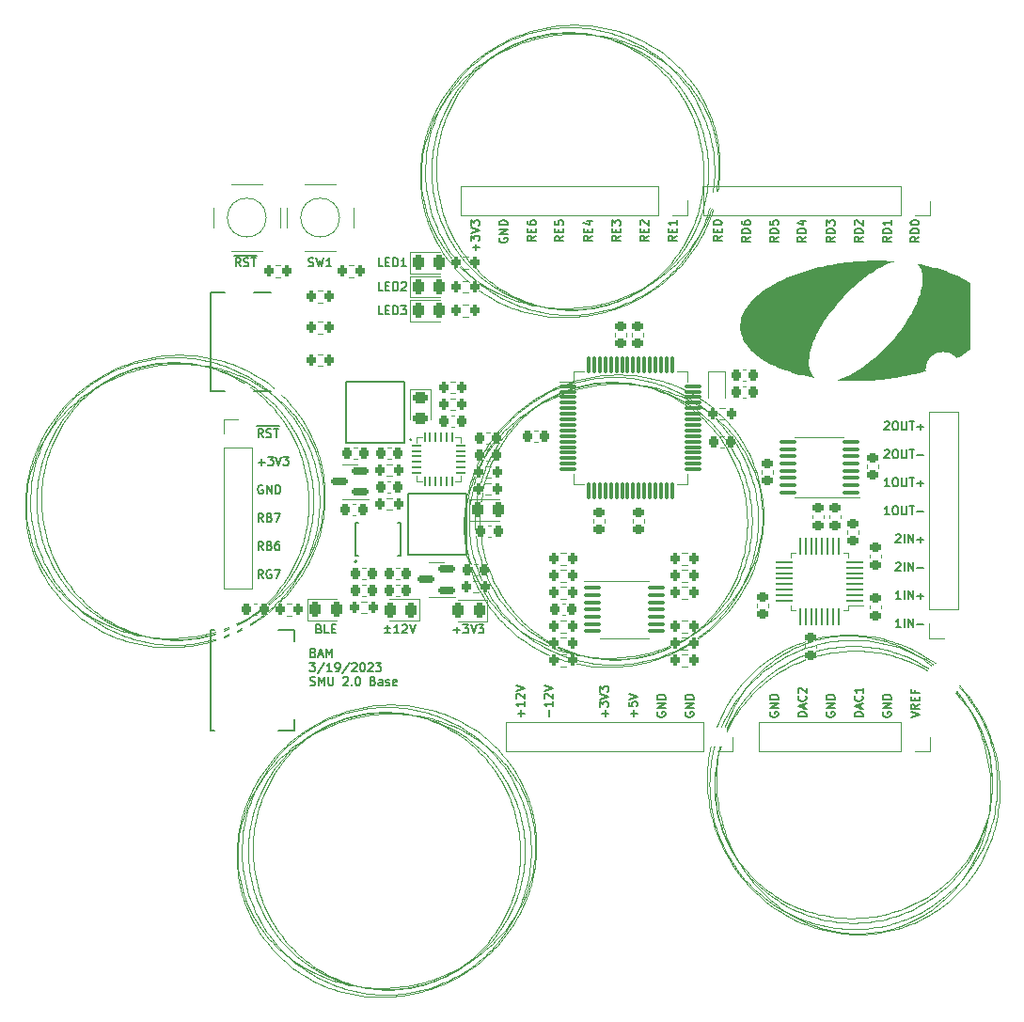
<source format=gbr>
%TF.GenerationSoftware,KiCad,Pcbnew,(6.0.7-1)-1*%
%TF.CreationDate,2023-03-19T13:44:45-04:00*%
%TF.ProjectId,smu_base,736d755f-6261-4736-952e-6b696361645f,rev?*%
%TF.SameCoordinates,Original*%
%TF.FileFunction,Legend,Top*%
%TF.FilePolarity,Positive*%
%FSLAX46Y46*%
G04 Gerber Fmt 4.6, Leading zero omitted, Abs format (unit mm)*
G04 Created by KiCad (PCBNEW (6.0.7-1)-1) date 2023-03-19 13:44:45*
%MOMM*%
%LPD*%
G01*
G04 APERTURE LIST*
G04 Aperture macros list*
%AMRoundRect*
0 Rectangle with rounded corners*
0 $1 Rounding radius*
0 $2 $3 $4 $5 $6 $7 $8 $9 X,Y pos of 4 corners*
0 Add a 4 corners polygon primitive as box body*
4,1,4,$2,$3,$4,$5,$6,$7,$8,$9,$2,$3,0*
0 Add four circle primitives for the rounded corners*
1,1,$1+$1,$2,$3*
1,1,$1+$1,$4,$5*
1,1,$1+$1,$6,$7*
1,1,$1+$1,$8,$9*
0 Add four rect primitives between the rounded corners*
20,1,$1+$1,$2,$3,$4,$5,0*
20,1,$1+$1,$4,$5,$6,$7,0*
20,1,$1+$1,$6,$7,$8,$9,0*
20,1,$1+$1,$8,$9,$2,$3,0*%
G04 Aperture macros list end*
%ADD10C,0.152400*%
%ADD11C,0.120000*%
%ADD12C,0.160000*%
%ADD13C,0.150000*%
%ADD14C,0.200000*%
%ADD15C,0.116712*%
%ADD16RoundRect,0.050000X-0.350000X-0.075000X0.350000X-0.075000X0.350000X0.075000X-0.350000X0.075000X0*%
%ADD17RoundRect,0.050000X0.075000X-0.350000X0.075000X0.350000X-0.075000X0.350000X-0.075000X-0.350000X0*%
%ADD18R,2.450000X2.450000*%
%ADD19C,0.609600*%
%ADD20RoundRect,0.225000X0.225000X0.250000X-0.225000X0.250000X-0.225000X-0.250000X0.225000X-0.250000X0*%
%ADD21RoundRect,0.243750X-0.243750X-0.456250X0.243750X-0.456250X0.243750X0.456250X-0.243750X0.456250X0*%
%ADD22RoundRect,0.225000X-0.225000X-0.250000X0.225000X-0.250000X0.225000X0.250000X-0.225000X0.250000X0*%
%ADD23RoundRect,0.200000X-0.200000X-0.275000X0.200000X-0.275000X0.200000X0.275000X-0.200000X0.275000X0*%
%ADD24R,1.700000X1.700000*%
%ADD25O,1.700000X1.700000*%
%ADD26R,0.250000X0.700000*%
%ADD27R,1.805000X1.650000*%
%ADD28R,1.070000X1.650000*%
%ADD29R,1.100000X0.600000*%
%ADD30RoundRect,0.225000X-0.250000X0.225000X-0.250000X-0.225000X0.250000X-0.225000X0.250000X0.225000X0*%
%ADD31RoundRect,0.243750X-0.456250X0.243750X-0.456250X-0.243750X0.456250X-0.243750X0.456250X0.243750X0*%
%ADD32RoundRect,0.075000X-0.662500X-0.075000X0.662500X-0.075000X0.662500X0.075000X-0.662500X0.075000X0*%
%ADD33RoundRect,0.075000X-0.075000X-0.662500X0.075000X-0.662500X0.075000X0.662500X-0.075000X0.662500X0*%
%ADD34RoundRect,0.200000X0.200000X0.275000X-0.200000X0.275000X-0.200000X-0.275000X0.200000X-0.275000X0*%
%ADD35RoundRect,0.225000X0.250000X-0.225000X0.250000X0.225000X-0.250000X0.225000X-0.250000X-0.225000X0*%
%ADD36C,3.175000*%
%ADD37RoundRect,0.062500X0.662500X0.062500X-0.662500X0.062500X-0.662500X-0.062500X0.662500X-0.062500X0*%
%ADD38RoundRect,0.062500X0.062500X0.662500X-0.062500X0.662500X-0.062500X-0.662500X0.062500X-0.662500X0*%
%ADD39R,0.700000X1.500000*%
%ADD40R,1.500000X0.700000*%
%ADD41C,0.650000*%
%ADD42R,1.150000X0.580000*%
%ADD43R,1.150000X0.280000*%
%ADD44O,2.100000X1.050000*%
%ADD45O,2.000000X1.000000*%
%ADD46R,1.500000X2.800000*%
%ADD47RoundRect,0.100000X-0.637500X-0.100000X0.637500X-0.100000X0.637500X0.100000X-0.637500X0.100000X0*%
%ADD48RoundRect,0.100000X0.637500X0.100000X-0.637500X0.100000X-0.637500X-0.100000X0.637500X-0.100000X0*%
%ADD49RoundRect,0.150000X0.587500X0.150000X-0.587500X0.150000X-0.587500X-0.150000X0.587500X-0.150000X0*%
%ADD50RoundRect,0.243750X0.243750X0.456250X-0.243750X0.456250X-0.243750X-0.456250X0.243750X-0.456250X0*%
%ADD51R,1.250000X4.700000*%
%ADD52R,1.524000X1.524000*%
%ADD53C,1.524000*%
G04 APERTURE END LIST*
D10*
X139709428Y-130275511D02*
X139709428Y-129694940D01*
X139999714Y-129985225D02*
X139419142Y-129985225D01*
X139237714Y-129404654D02*
X139237714Y-128932940D01*
X139528000Y-129186940D01*
X139528000Y-129078082D01*
X139564285Y-129005511D01*
X139600571Y-128969225D01*
X139673142Y-128932940D01*
X139854571Y-128932940D01*
X139927142Y-128969225D01*
X139963428Y-129005511D01*
X139999714Y-129078082D01*
X139999714Y-129295797D01*
X139963428Y-129368368D01*
X139927142Y-129404654D01*
X139237714Y-128715225D02*
X139999714Y-128461225D01*
X139237714Y-128207225D01*
X139237714Y-128025797D02*
X139237714Y-127554082D01*
X139528000Y-127808082D01*
X139528000Y-127699225D01*
X139564285Y-127626654D01*
X139600571Y-127590368D01*
X139673142Y-127554082D01*
X139854571Y-127554082D01*
X139927142Y-127590368D01*
X139963428Y-127626654D01*
X139999714Y-127699225D01*
X139999714Y-127916940D01*
X139963428Y-127989511D01*
X139927142Y-128025797D01*
X154559000Y-129876368D02*
X154522714Y-129948940D01*
X154522714Y-130057797D01*
X154559000Y-130166654D01*
X154631571Y-130239225D01*
X154704142Y-130275511D01*
X154849285Y-130311797D01*
X154958142Y-130311797D01*
X155103285Y-130275511D01*
X155175857Y-130239225D01*
X155248428Y-130166654D01*
X155284714Y-130057797D01*
X155284714Y-129985225D01*
X155248428Y-129876368D01*
X155212142Y-129840082D01*
X154958142Y-129840082D01*
X154958142Y-129985225D01*
X155284714Y-129513511D02*
X154522714Y-129513511D01*
X155284714Y-129078082D01*
X154522714Y-129078082D01*
X155284714Y-128715225D02*
X154522714Y-128715225D01*
X154522714Y-128533797D01*
X154559000Y-128424940D01*
X154631571Y-128352368D01*
X154704142Y-128316082D01*
X154849285Y-128279797D01*
X154958142Y-128279797D01*
X155103285Y-128316082D01*
X155175857Y-128352368D01*
X155248428Y-128424940D01*
X155284714Y-128533797D01*
X155284714Y-128715225D01*
X113437488Y-124532571D02*
X113546345Y-124568857D01*
X113582631Y-124605142D01*
X113618917Y-124677714D01*
X113618917Y-124786571D01*
X113582631Y-124859142D01*
X113546345Y-124895428D01*
X113473774Y-124931714D01*
X113183488Y-124931714D01*
X113183488Y-124169714D01*
X113437488Y-124169714D01*
X113510060Y-124206000D01*
X113546345Y-124242285D01*
X113582631Y-124314857D01*
X113582631Y-124387428D01*
X113546345Y-124460000D01*
X113510060Y-124496285D01*
X113437488Y-124532571D01*
X113183488Y-124532571D01*
X113909202Y-124714000D02*
X114272060Y-124714000D01*
X113836631Y-124931714D02*
X114090631Y-124169714D01*
X114344631Y-124931714D01*
X114598631Y-124931714D02*
X114598631Y-124169714D01*
X114852631Y-124714000D01*
X115106631Y-124169714D01*
X115106631Y-124931714D01*
X134674428Y-130275511D02*
X134674428Y-129694940D01*
X134964714Y-128932940D02*
X134964714Y-129368368D01*
X134964714Y-129150654D02*
X134202714Y-129150654D01*
X134311571Y-129223225D01*
X134384142Y-129295797D01*
X134420428Y-129368368D01*
X134275285Y-128642654D02*
X134239000Y-128606368D01*
X134202714Y-128533797D01*
X134202714Y-128352368D01*
X134239000Y-128279797D01*
X134275285Y-128243511D01*
X134347857Y-128207225D01*
X134420428Y-128207225D01*
X134529285Y-128243511D01*
X134964714Y-128678940D01*
X134964714Y-128207225D01*
X134202714Y-127989511D02*
X134964714Y-127735511D01*
X134202714Y-127481511D01*
X142294428Y-130275511D02*
X142294428Y-129694940D01*
X142584714Y-129985225D02*
X142004142Y-129985225D01*
X141822714Y-128969225D02*
X141822714Y-129332082D01*
X142185571Y-129368368D01*
X142149285Y-129332082D01*
X142113000Y-129259511D01*
X142113000Y-129078082D01*
X142149285Y-129005511D01*
X142185571Y-128969225D01*
X142258142Y-128932940D01*
X142439571Y-128932940D01*
X142512142Y-128969225D01*
X142548428Y-129005511D01*
X142584714Y-129078082D01*
X142584714Y-129259511D01*
X142548428Y-129332082D01*
X142512142Y-129368368D01*
X141822714Y-128715225D02*
X142584714Y-128461225D01*
X141822714Y-128207225D01*
X119698225Y-94070714D02*
X119335368Y-94070714D01*
X119335368Y-93308714D01*
X119952225Y-93671571D02*
X120206225Y-93671571D01*
X120315082Y-94070714D02*
X119952225Y-94070714D01*
X119952225Y-93308714D01*
X120315082Y-93308714D01*
X120641654Y-94070714D02*
X120641654Y-93308714D01*
X120823082Y-93308714D01*
X120931940Y-93345000D01*
X121004511Y-93417571D01*
X121040797Y-93490142D01*
X121077082Y-93635285D01*
X121077082Y-93744142D01*
X121040797Y-93889285D01*
X121004511Y-93961857D01*
X120931940Y-94034428D01*
X120823082Y-94070714D01*
X120641654Y-94070714D01*
X121331082Y-93308714D02*
X121802797Y-93308714D01*
X121548797Y-93599000D01*
X121657654Y-93599000D01*
X121730225Y-93635285D01*
X121766511Y-93671571D01*
X121802797Y-93744142D01*
X121802797Y-93925571D01*
X121766511Y-93998142D01*
X121730225Y-94034428D01*
X121657654Y-94070714D01*
X121439940Y-94070714D01*
X121367368Y-94034428D01*
X121331082Y-93998142D01*
X128070428Y-88309631D02*
X128070428Y-87729060D01*
X128360714Y-88019345D02*
X127780142Y-88019345D01*
X127598714Y-87438774D02*
X127598714Y-86967060D01*
X127889000Y-87221060D01*
X127889000Y-87112202D01*
X127925285Y-87039631D01*
X127961571Y-87003345D01*
X128034142Y-86967060D01*
X128215571Y-86967060D01*
X128288142Y-87003345D01*
X128324428Y-87039631D01*
X128360714Y-87112202D01*
X128360714Y-87329917D01*
X128324428Y-87402488D01*
X128288142Y-87438774D01*
X127598714Y-86749345D02*
X128360714Y-86495345D01*
X127598714Y-86241345D01*
X127598714Y-86059917D02*
X127598714Y-85588202D01*
X127889000Y-85842202D01*
X127889000Y-85733345D01*
X127925285Y-85660774D01*
X127961571Y-85624488D01*
X128034142Y-85588202D01*
X128215571Y-85588202D01*
X128288142Y-85624488D01*
X128324428Y-85660774D01*
X128360714Y-85733345D01*
X128360714Y-85951060D01*
X128324428Y-86023631D01*
X128288142Y-86059917D01*
X119698225Y-89752714D02*
X119335368Y-89752714D01*
X119335368Y-88990714D01*
X119952225Y-89353571D02*
X120206225Y-89353571D01*
X120315082Y-89752714D02*
X119952225Y-89752714D01*
X119952225Y-88990714D01*
X120315082Y-88990714D01*
X120641654Y-89752714D02*
X120641654Y-88990714D01*
X120823082Y-88990714D01*
X120931940Y-89027000D01*
X121004511Y-89099571D01*
X121040797Y-89172142D01*
X121077082Y-89317285D01*
X121077082Y-89426142D01*
X121040797Y-89571285D01*
X121004511Y-89643857D01*
X120931940Y-89716428D01*
X120823082Y-89752714D01*
X120641654Y-89752714D01*
X121802797Y-89752714D02*
X121367368Y-89752714D01*
X121585082Y-89752714D02*
X121585082Y-88990714D01*
X121512511Y-89099571D01*
X121439940Y-89172142D01*
X121367368Y-89208428D01*
X159639000Y-129876368D02*
X159602714Y-129948940D01*
X159602714Y-130057797D01*
X159639000Y-130166654D01*
X159711571Y-130239225D01*
X159784142Y-130275511D01*
X159929285Y-130311797D01*
X160038142Y-130311797D01*
X160183285Y-130275511D01*
X160255857Y-130239225D01*
X160328428Y-130166654D01*
X160364714Y-130057797D01*
X160364714Y-129985225D01*
X160328428Y-129876368D01*
X160292142Y-129840082D01*
X160038142Y-129840082D01*
X160038142Y-129985225D01*
X160364714Y-129513511D02*
X159602714Y-129513511D01*
X160364714Y-129078082D01*
X159602714Y-129078082D01*
X160364714Y-128715225D02*
X159602714Y-128715225D01*
X159602714Y-128533797D01*
X159639000Y-128424940D01*
X159711571Y-128352368D01*
X159784142Y-128316082D01*
X159929285Y-128279797D01*
X160038142Y-128279797D01*
X160183285Y-128316082D01*
X160255857Y-128352368D01*
X160328428Y-128424940D01*
X160364714Y-128533797D01*
X160364714Y-128715225D01*
X143600714Y-87003345D02*
X143237857Y-87257345D01*
X143600714Y-87438774D02*
X142838714Y-87438774D01*
X142838714Y-87148488D01*
X142875000Y-87075917D01*
X142911285Y-87039631D01*
X142983857Y-87003345D01*
X143092714Y-87003345D01*
X143165285Y-87039631D01*
X143201571Y-87075917D01*
X143237857Y-87148488D01*
X143237857Y-87438774D01*
X143201571Y-86676774D02*
X143201571Y-86422774D01*
X143600714Y-86313917D02*
X143600714Y-86676774D01*
X142838714Y-86676774D01*
X142838714Y-86313917D01*
X142911285Y-86023631D02*
X142875000Y-85987345D01*
X142838714Y-85914774D01*
X142838714Y-85733345D01*
X142875000Y-85660774D01*
X142911285Y-85624488D01*
X142983857Y-85588202D01*
X143056428Y-85588202D01*
X143165285Y-85624488D01*
X143600714Y-86059917D01*
X143600714Y-85588202D01*
X165871797Y-116495285D02*
X165908082Y-116459000D01*
X165980654Y-116422714D01*
X166162082Y-116422714D01*
X166234654Y-116459000D01*
X166270940Y-116495285D01*
X166307225Y-116567857D01*
X166307225Y-116640428D01*
X166270940Y-116749285D01*
X165835511Y-117184714D01*
X166307225Y-117184714D01*
X166633797Y-117184714D02*
X166633797Y-116422714D01*
X166996654Y-117184714D02*
X166996654Y-116422714D01*
X167432082Y-117184714D01*
X167432082Y-116422714D01*
X167794940Y-116894428D02*
X168375511Y-116894428D01*
X165871797Y-113955285D02*
X165908082Y-113919000D01*
X165980654Y-113882714D01*
X166162082Y-113882714D01*
X166234654Y-113919000D01*
X166270940Y-113955285D01*
X166307225Y-114027857D01*
X166307225Y-114100428D01*
X166270940Y-114209285D01*
X165835511Y-114644714D01*
X166307225Y-114644714D01*
X166633797Y-114644714D02*
X166633797Y-113882714D01*
X166996654Y-114644714D02*
X166996654Y-113882714D01*
X167432082Y-114644714D01*
X167432082Y-113882714D01*
X167794940Y-114354428D02*
X168375511Y-114354428D01*
X168085225Y-114644714D02*
X168085225Y-114064142D01*
X144399000Y-129876368D02*
X144362714Y-129948940D01*
X144362714Y-130057797D01*
X144399000Y-130166654D01*
X144471571Y-130239225D01*
X144544142Y-130275511D01*
X144689285Y-130311797D01*
X144798142Y-130311797D01*
X144943285Y-130275511D01*
X145015857Y-130239225D01*
X145088428Y-130166654D01*
X145124714Y-130057797D01*
X145124714Y-129985225D01*
X145088428Y-129876368D01*
X145052142Y-129840082D01*
X144798142Y-129840082D01*
X144798142Y-129985225D01*
X145124714Y-129513511D02*
X144362714Y-129513511D01*
X145124714Y-129078082D01*
X144362714Y-129078082D01*
X145124714Y-128715225D02*
X144362714Y-128715225D01*
X144362714Y-128533797D01*
X144399000Y-128424940D01*
X144471571Y-128352368D01*
X144544142Y-128316082D01*
X144689285Y-128279797D01*
X144798142Y-128279797D01*
X144943285Y-128316082D01*
X145015857Y-128352368D01*
X145088428Y-128424940D01*
X145124714Y-128533797D01*
X145124714Y-128715225D01*
X155284714Y-87075917D02*
X154921857Y-87329917D01*
X155284714Y-87511345D02*
X154522714Y-87511345D01*
X154522714Y-87221060D01*
X154559000Y-87148488D01*
X154595285Y-87112202D01*
X154667857Y-87075917D01*
X154776714Y-87075917D01*
X154849285Y-87112202D01*
X154885571Y-87148488D01*
X154921857Y-87221060D01*
X154921857Y-87511345D01*
X155284714Y-86749345D02*
X154522714Y-86749345D01*
X154522714Y-86567917D01*
X154559000Y-86459060D01*
X154631571Y-86386488D01*
X154704142Y-86350202D01*
X154849285Y-86313917D01*
X154958142Y-86313917D01*
X155103285Y-86350202D01*
X155175857Y-86386488D01*
X155248428Y-86459060D01*
X155284714Y-86567917D01*
X155284714Y-86749345D01*
X154522714Y-85624488D02*
X154522714Y-85987345D01*
X154885571Y-86023631D01*
X154849285Y-85987345D01*
X154813000Y-85914774D01*
X154813000Y-85733345D01*
X154849285Y-85660774D01*
X154885571Y-85624488D01*
X154958142Y-85588202D01*
X155139571Y-85588202D01*
X155212142Y-85624488D01*
X155248428Y-85660774D01*
X155284714Y-85733345D01*
X155284714Y-85914774D01*
X155248428Y-85987345D01*
X155212142Y-86023631D01*
X167969714Y-87075917D02*
X167606857Y-87329917D01*
X167969714Y-87511345D02*
X167207714Y-87511345D01*
X167207714Y-87221060D01*
X167244000Y-87148488D01*
X167280285Y-87112202D01*
X167352857Y-87075917D01*
X167461714Y-87075917D01*
X167534285Y-87112202D01*
X167570571Y-87148488D01*
X167606857Y-87221060D01*
X167606857Y-87511345D01*
X167969714Y-86749345D02*
X167207714Y-86749345D01*
X167207714Y-86567917D01*
X167244000Y-86459060D01*
X167316571Y-86386488D01*
X167389142Y-86350202D01*
X167534285Y-86313917D01*
X167643142Y-86313917D01*
X167788285Y-86350202D01*
X167860857Y-86386488D01*
X167933428Y-86459060D01*
X167969714Y-86567917D01*
X167969714Y-86749345D01*
X167207714Y-85842202D02*
X167207714Y-85769631D01*
X167244000Y-85697060D01*
X167280285Y-85660774D01*
X167352857Y-85624488D01*
X167498000Y-85588202D01*
X167679428Y-85588202D01*
X167824571Y-85624488D01*
X167897142Y-85660774D01*
X167933428Y-85697060D01*
X167969714Y-85769631D01*
X167969714Y-85842202D01*
X167933428Y-85914774D01*
X167897142Y-85951060D01*
X167824571Y-85987345D01*
X167679428Y-86023631D01*
X167498000Y-86023631D01*
X167352857Y-85987345D01*
X167280285Y-85951060D01*
X167244000Y-85914774D01*
X167207714Y-85842202D01*
X165291225Y-112104714D02*
X164855797Y-112104714D01*
X165073511Y-112104714D02*
X165073511Y-111342714D01*
X165000940Y-111451571D01*
X164928368Y-111524142D01*
X164855797Y-111560428D01*
X165762940Y-111342714D02*
X165908082Y-111342714D01*
X165980654Y-111379000D01*
X166053225Y-111451571D01*
X166089511Y-111596714D01*
X166089511Y-111850714D01*
X166053225Y-111995857D01*
X165980654Y-112068428D01*
X165908082Y-112104714D01*
X165762940Y-112104714D01*
X165690368Y-112068428D01*
X165617797Y-111995857D01*
X165581511Y-111850714D01*
X165581511Y-111596714D01*
X165617797Y-111451571D01*
X165690368Y-111379000D01*
X165762940Y-111342714D01*
X166416082Y-111342714D02*
X166416082Y-111959571D01*
X166452368Y-112032142D01*
X166488654Y-112068428D01*
X166561225Y-112104714D01*
X166706368Y-112104714D01*
X166778940Y-112068428D01*
X166815225Y-112032142D01*
X166851511Y-111959571D01*
X166851511Y-111342714D01*
X167105511Y-111342714D02*
X167540940Y-111342714D01*
X167323225Y-112104714D02*
X167323225Y-111342714D01*
X167794940Y-111814428D02*
X168375511Y-111814428D01*
X166307225Y-122264714D02*
X165871797Y-122264714D01*
X166089511Y-122264714D02*
X166089511Y-121502714D01*
X166016940Y-121611571D01*
X165944368Y-121684142D01*
X165871797Y-121720428D01*
X166633797Y-122264714D02*
X166633797Y-121502714D01*
X166996654Y-122264714D02*
X166996654Y-121502714D01*
X167432082Y-122264714D01*
X167432082Y-121502714D01*
X167794940Y-121974428D02*
X168375511Y-121974428D01*
X119815428Y-122337285D02*
X120396000Y-122337285D01*
X120105714Y-122627571D02*
X120105714Y-122047000D01*
X120396000Y-122772714D02*
X119815428Y-122772714D01*
X121158000Y-122772714D02*
X120722571Y-122772714D01*
X120940285Y-122772714D02*
X120940285Y-122010714D01*
X120867714Y-122119571D01*
X120795142Y-122192142D01*
X120722571Y-122228428D01*
X121448285Y-122083285D02*
X121484571Y-122047000D01*
X121557142Y-122010714D01*
X121738571Y-122010714D01*
X121811142Y-122047000D01*
X121847428Y-122083285D01*
X121883714Y-122155857D01*
X121883714Y-122228428D01*
X121847428Y-122337285D01*
X121412000Y-122772714D01*
X121883714Y-122772714D01*
X122101428Y-122010714D02*
X122355428Y-122772714D01*
X122609428Y-122010714D01*
X167222714Y-130384368D02*
X167984714Y-130130368D01*
X167222714Y-129876368D01*
X167984714Y-129186940D02*
X167621857Y-129440940D01*
X167984714Y-129622368D02*
X167222714Y-129622368D01*
X167222714Y-129332082D01*
X167259000Y-129259511D01*
X167295285Y-129223225D01*
X167367857Y-129186940D01*
X167476714Y-129186940D01*
X167549285Y-129223225D01*
X167585571Y-129259511D01*
X167621857Y-129332082D01*
X167621857Y-129622368D01*
X167585571Y-128860368D02*
X167585571Y-128606368D01*
X167984714Y-128497511D02*
X167984714Y-128860368D01*
X167222714Y-128860368D01*
X167222714Y-128497511D01*
X167585571Y-127916940D02*
X167585571Y-128170940D01*
X167984714Y-128170940D02*
X167222714Y-128170940D01*
X167222714Y-127808082D01*
X119698225Y-91911714D02*
X119335368Y-91911714D01*
X119335368Y-91149714D01*
X119952225Y-91512571D02*
X120206225Y-91512571D01*
X120315082Y-91911714D02*
X119952225Y-91911714D01*
X119952225Y-91149714D01*
X120315082Y-91149714D01*
X120641654Y-91911714D02*
X120641654Y-91149714D01*
X120823082Y-91149714D01*
X120931940Y-91186000D01*
X121004511Y-91258571D01*
X121040797Y-91331142D01*
X121077082Y-91476285D01*
X121077082Y-91585142D01*
X121040797Y-91730285D01*
X121004511Y-91802857D01*
X120931940Y-91875428D01*
X120823082Y-91911714D01*
X120641654Y-91911714D01*
X121367368Y-91222285D02*
X121403654Y-91186000D01*
X121476225Y-91149714D01*
X121657654Y-91149714D01*
X121730225Y-91186000D01*
X121766511Y-91222285D01*
X121802797Y-91294857D01*
X121802797Y-91367428D01*
X121766511Y-91476285D01*
X121331082Y-91911714D01*
X121802797Y-91911714D01*
X135950714Y-87003345D02*
X135587857Y-87257345D01*
X135950714Y-87438774D02*
X135188714Y-87438774D01*
X135188714Y-87148488D01*
X135225000Y-87075917D01*
X135261285Y-87039631D01*
X135333857Y-87003345D01*
X135442714Y-87003345D01*
X135515285Y-87039631D01*
X135551571Y-87075917D01*
X135587857Y-87148488D01*
X135587857Y-87438774D01*
X135551571Y-86676774D02*
X135551571Y-86422774D01*
X135950714Y-86313917D02*
X135950714Y-86676774D01*
X135188714Y-86676774D01*
X135188714Y-86313917D01*
X135188714Y-85624488D02*
X135188714Y-85987345D01*
X135551571Y-86023631D01*
X135515285Y-85987345D01*
X135479000Y-85914774D01*
X135479000Y-85733345D01*
X135515285Y-85660774D01*
X135551571Y-85624488D01*
X135624142Y-85588202D01*
X135805571Y-85588202D01*
X135878142Y-85624488D01*
X135914428Y-85660774D01*
X135950714Y-85733345D01*
X135950714Y-85914774D01*
X135914428Y-85987345D01*
X135878142Y-86023631D01*
X152744714Y-87075917D02*
X152381857Y-87329917D01*
X152744714Y-87511345D02*
X151982714Y-87511345D01*
X151982714Y-87221060D01*
X152019000Y-87148488D01*
X152055285Y-87112202D01*
X152127857Y-87075917D01*
X152236714Y-87075917D01*
X152309285Y-87112202D01*
X152345571Y-87148488D01*
X152381857Y-87221060D01*
X152381857Y-87511345D01*
X152744714Y-86749345D02*
X151982714Y-86749345D01*
X151982714Y-86567917D01*
X152019000Y-86459060D01*
X152091571Y-86386488D01*
X152164142Y-86350202D01*
X152309285Y-86313917D01*
X152418142Y-86313917D01*
X152563285Y-86350202D01*
X152635857Y-86386488D01*
X152708428Y-86459060D01*
X152744714Y-86567917D01*
X152744714Y-86749345D01*
X151982714Y-85660774D02*
X151982714Y-85805917D01*
X152019000Y-85878488D01*
X152055285Y-85914774D01*
X152164142Y-85987345D01*
X152309285Y-86023631D01*
X152599571Y-86023631D01*
X152672142Y-85987345D01*
X152708428Y-85951060D01*
X152744714Y-85878488D01*
X152744714Y-85733345D01*
X152708428Y-85660774D01*
X152672142Y-85624488D01*
X152599571Y-85588202D01*
X152418142Y-85588202D01*
X152345571Y-85624488D01*
X152309285Y-85660774D01*
X152273000Y-85733345D01*
X152273000Y-85878488D01*
X152309285Y-85951060D01*
X152345571Y-85987345D01*
X152418142Y-86023631D01*
X108883631Y-109474000D02*
X108811060Y-109437714D01*
X108702202Y-109437714D01*
X108593345Y-109474000D01*
X108520774Y-109546571D01*
X108484488Y-109619142D01*
X108448202Y-109764285D01*
X108448202Y-109873142D01*
X108484488Y-110018285D01*
X108520774Y-110090857D01*
X108593345Y-110163428D01*
X108702202Y-110199714D01*
X108774774Y-110199714D01*
X108883631Y-110163428D01*
X108919917Y-110127142D01*
X108919917Y-109873142D01*
X108774774Y-109873142D01*
X109246488Y-110199714D02*
X109246488Y-109437714D01*
X109681917Y-110199714D01*
X109681917Y-109437714D01*
X110044774Y-110199714D02*
X110044774Y-109437714D01*
X110226202Y-109437714D01*
X110335060Y-109474000D01*
X110407631Y-109546571D01*
X110443917Y-109619142D01*
X110480202Y-109764285D01*
X110480202Y-109873142D01*
X110443917Y-110018285D01*
X110407631Y-110090857D01*
X110335060Y-110163428D01*
X110226202Y-110199714D01*
X110044774Y-110199714D01*
X132134428Y-130275511D02*
X132134428Y-129694940D01*
X132424714Y-129985225D02*
X131844142Y-129985225D01*
X132424714Y-128932940D02*
X132424714Y-129368368D01*
X132424714Y-129150654D02*
X131662714Y-129150654D01*
X131771571Y-129223225D01*
X131844142Y-129295797D01*
X131880428Y-129368368D01*
X131735285Y-128642654D02*
X131699000Y-128606368D01*
X131662714Y-128533797D01*
X131662714Y-128352368D01*
X131699000Y-128279797D01*
X131735285Y-128243511D01*
X131807857Y-128207225D01*
X131880428Y-128207225D01*
X131989285Y-128243511D01*
X132424714Y-128678940D01*
X132424714Y-128207225D01*
X131662714Y-127989511D02*
X132424714Y-127735511D01*
X131662714Y-127481511D01*
X146140714Y-87003345D02*
X145777857Y-87257345D01*
X146140714Y-87438774D02*
X145378714Y-87438774D01*
X145378714Y-87148488D01*
X145415000Y-87075917D01*
X145451285Y-87039631D01*
X145523857Y-87003345D01*
X145632714Y-87003345D01*
X145705285Y-87039631D01*
X145741571Y-87075917D01*
X145777857Y-87148488D01*
X145777857Y-87438774D01*
X145741571Y-86676774D02*
X145741571Y-86422774D01*
X146140714Y-86313917D02*
X146140714Y-86676774D01*
X145378714Y-86676774D01*
X145378714Y-86313917D01*
X146140714Y-85588202D02*
X146140714Y-86023631D01*
X146140714Y-85805917D02*
X145378714Y-85805917D01*
X145487571Y-85878488D01*
X145560142Y-85951060D01*
X145596428Y-86023631D01*
X113110917Y-125439714D02*
X113582631Y-125439714D01*
X113328631Y-125730000D01*
X113437488Y-125730000D01*
X113510060Y-125766285D01*
X113546345Y-125802571D01*
X113582631Y-125875142D01*
X113582631Y-126056571D01*
X113546345Y-126129142D01*
X113510060Y-126165428D01*
X113437488Y-126201714D01*
X113219774Y-126201714D01*
X113147202Y-126165428D01*
X113110917Y-126129142D01*
X114453488Y-125403428D02*
X113800345Y-126383142D01*
X115106631Y-126201714D02*
X114671202Y-126201714D01*
X114888917Y-126201714D02*
X114888917Y-125439714D01*
X114816345Y-125548571D01*
X114743774Y-125621142D01*
X114671202Y-125657428D01*
X115469488Y-126201714D02*
X115614631Y-126201714D01*
X115687202Y-126165428D01*
X115723488Y-126129142D01*
X115796060Y-126020285D01*
X115832345Y-125875142D01*
X115832345Y-125584857D01*
X115796060Y-125512285D01*
X115759774Y-125476000D01*
X115687202Y-125439714D01*
X115542060Y-125439714D01*
X115469488Y-125476000D01*
X115433202Y-125512285D01*
X115396917Y-125584857D01*
X115396917Y-125766285D01*
X115433202Y-125838857D01*
X115469488Y-125875142D01*
X115542060Y-125911428D01*
X115687202Y-125911428D01*
X115759774Y-125875142D01*
X115796060Y-125838857D01*
X115832345Y-125766285D01*
X116703202Y-125403428D02*
X116050060Y-126383142D01*
X116920917Y-125512285D02*
X116957202Y-125476000D01*
X117029774Y-125439714D01*
X117211202Y-125439714D01*
X117283774Y-125476000D01*
X117320060Y-125512285D01*
X117356345Y-125584857D01*
X117356345Y-125657428D01*
X117320060Y-125766285D01*
X116884631Y-126201714D01*
X117356345Y-126201714D01*
X117828060Y-125439714D02*
X117900631Y-125439714D01*
X117973202Y-125476000D01*
X118009488Y-125512285D01*
X118045774Y-125584857D01*
X118082060Y-125730000D01*
X118082060Y-125911428D01*
X118045774Y-126056571D01*
X118009488Y-126129142D01*
X117973202Y-126165428D01*
X117900631Y-126201714D01*
X117828060Y-126201714D01*
X117755488Y-126165428D01*
X117719202Y-126129142D01*
X117682917Y-126056571D01*
X117646631Y-125911428D01*
X117646631Y-125730000D01*
X117682917Y-125584857D01*
X117719202Y-125512285D01*
X117755488Y-125476000D01*
X117828060Y-125439714D01*
X118372345Y-125512285D02*
X118408631Y-125476000D01*
X118481202Y-125439714D01*
X118662631Y-125439714D01*
X118735202Y-125476000D01*
X118771488Y-125512285D01*
X118807774Y-125584857D01*
X118807774Y-125657428D01*
X118771488Y-125766285D01*
X118336060Y-126201714D01*
X118807774Y-126201714D01*
X119061774Y-125439714D02*
X119533488Y-125439714D01*
X119279488Y-125730000D01*
X119388345Y-125730000D01*
X119460917Y-125766285D01*
X119497202Y-125802571D01*
X119533488Y-125875142D01*
X119533488Y-126056571D01*
X119497202Y-126129142D01*
X119460917Y-126165428D01*
X119388345Y-126201714D01*
X119170631Y-126201714D01*
X119098060Y-126165428D01*
X119061774Y-126129142D01*
X108484488Y-107369428D02*
X109065060Y-107369428D01*
X108774774Y-107659714D02*
X108774774Y-107079142D01*
X109355345Y-106897714D02*
X109827060Y-106897714D01*
X109573060Y-107188000D01*
X109681917Y-107188000D01*
X109754488Y-107224285D01*
X109790774Y-107260571D01*
X109827060Y-107333142D01*
X109827060Y-107514571D01*
X109790774Y-107587142D01*
X109754488Y-107623428D01*
X109681917Y-107659714D01*
X109464202Y-107659714D01*
X109391631Y-107623428D01*
X109355345Y-107587142D01*
X110044774Y-106897714D02*
X110298774Y-107659714D01*
X110552774Y-106897714D01*
X110734202Y-106897714D02*
X111205917Y-106897714D01*
X110951917Y-107188000D01*
X111060774Y-107188000D01*
X111133345Y-107224285D01*
X111169631Y-107260571D01*
X111205917Y-107333142D01*
X111205917Y-107514571D01*
X111169631Y-107587142D01*
X111133345Y-107623428D01*
X111060774Y-107659714D01*
X110843060Y-107659714D01*
X110770488Y-107623428D01*
X110734202Y-107587142D01*
X108919917Y-112739714D02*
X108665917Y-112376857D01*
X108484488Y-112739714D02*
X108484488Y-111977714D01*
X108774774Y-111977714D01*
X108847345Y-112014000D01*
X108883631Y-112050285D01*
X108919917Y-112122857D01*
X108919917Y-112231714D01*
X108883631Y-112304285D01*
X108847345Y-112340571D01*
X108774774Y-112376857D01*
X108484488Y-112376857D01*
X109500488Y-112340571D02*
X109609345Y-112376857D01*
X109645631Y-112413142D01*
X109681917Y-112485714D01*
X109681917Y-112594571D01*
X109645631Y-112667142D01*
X109609345Y-112703428D01*
X109536774Y-112739714D01*
X109246488Y-112739714D01*
X109246488Y-111977714D01*
X109500488Y-111977714D01*
X109573060Y-112014000D01*
X109609345Y-112050285D01*
X109645631Y-112122857D01*
X109645631Y-112195428D01*
X109609345Y-112268000D01*
X109573060Y-112304285D01*
X109500488Y-112340571D01*
X109246488Y-112340571D01*
X109935917Y-111977714D02*
X110443917Y-111977714D01*
X110117345Y-112739714D01*
X164855797Y-106335285D02*
X164892082Y-106299000D01*
X164964654Y-106262714D01*
X165146082Y-106262714D01*
X165218654Y-106299000D01*
X165254940Y-106335285D01*
X165291225Y-106407857D01*
X165291225Y-106480428D01*
X165254940Y-106589285D01*
X164819511Y-107024714D01*
X165291225Y-107024714D01*
X165762940Y-106262714D02*
X165908082Y-106262714D01*
X165980654Y-106299000D01*
X166053225Y-106371571D01*
X166089511Y-106516714D01*
X166089511Y-106770714D01*
X166053225Y-106915857D01*
X165980654Y-106988428D01*
X165908082Y-107024714D01*
X165762940Y-107024714D01*
X165690368Y-106988428D01*
X165617797Y-106915857D01*
X165581511Y-106770714D01*
X165581511Y-106516714D01*
X165617797Y-106371571D01*
X165690368Y-106299000D01*
X165762940Y-106262714D01*
X166416082Y-106262714D02*
X166416082Y-106879571D01*
X166452368Y-106952142D01*
X166488654Y-106988428D01*
X166561225Y-107024714D01*
X166706368Y-107024714D01*
X166778940Y-106988428D01*
X166815225Y-106952142D01*
X166851511Y-106879571D01*
X166851511Y-106262714D01*
X167105511Y-106262714D02*
X167540940Y-106262714D01*
X167323225Y-107024714D02*
X167323225Y-106262714D01*
X167794940Y-106734428D02*
X168375511Y-106734428D01*
X113955285Y-122373571D02*
X114064142Y-122409857D01*
X114100428Y-122446142D01*
X114136714Y-122518714D01*
X114136714Y-122627571D01*
X114100428Y-122700142D01*
X114064142Y-122736428D01*
X113991571Y-122772714D01*
X113701285Y-122772714D01*
X113701285Y-122010714D01*
X113955285Y-122010714D01*
X114027857Y-122047000D01*
X114064142Y-122083285D01*
X114100428Y-122155857D01*
X114100428Y-122228428D01*
X114064142Y-122301000D01*
X114027857Y-122337285D01*
X113955285Y-122373571D01*
X113701285Y-122373571D01*
X114826142Y-122772714D02*
X114463285Y-122772714D01*
X114463285Y-122010714D01*
X115080142Y-122373571D02*
X115334142Y-122373571D01*
X115443000Y-122772714D02*
X115080142Y-122772714D01*
X115080142Y-122010714D01*
X115443000Y-122010714D01*
X133440714Y-87003345D02*
X133077857Y-87257345D01*
X133440714Y-87438774D02*
X132678714Y-87438774D01*
X132678714Y-87148488D01*
X132715000Y-87075917D01*
X132751285Y-87039631D01*
X132823857Y-87003345D01*
X132932714Y-87003345D01*
X133005285Y-87039631D01*
X133041571Y-87075917D01*
X133077857Y-87148488D01*
X133077857Y-87438774D01*
X133041571Y-86676774D02*
X133041571Y-86422774D01*
X133440714Y-86313917D02*
X133440714Y-86676774D01*
X132678714Y-86676774D01*
X132678714Y-86313917D01*
X132678714Y-85660774D02*
X132678714Y-85805917D01*
X132715000Y-85878488D01*
X132751285Y-85914774D01*
X132860142Y-85987345D01*
X133005285Y-86023631D01*
X133295571Y-86023631D01*
X133368142Y-85987345D01*
X133404428Y-85951060D01*
X133440714Y-85878488D01*
X133440714Y-85733345D01*
X133404428Y-85660774D01*
X133368142Y-85624488D01*
X133295571Y-85588202D01*
X133114142Y-85588202D01*
X133041571Y-85624488D01*
X133005285Y-85660774D01*
X132969000Y-85733345D01*
X132969000Y-85878488D01*
X133005285Y-85951060D01*
X133041571Y-85987345D01*
X133114142Y-86023631D01*
X166307225Y-119724714D02*
X165871797Y-119724714D01*
X166089511Y-119724714D02*
X166089511Y-118962714D01*
X166016940Y-119071571D01*
X165944368Y-119144142D01*
X165871797Y-119180428D01*
X166633797Y-119724714D02*
X166633797Y-118962714D01*
X166996654Y-119724714D02*
X166996654Y-118962714D01*
X167432082Y-119724714D01*
X167432082Y-118962714D01*
X167794940Y-119434428D02*
X168375511Y-119434428D01*
X168085225Y-119724714D02*
X168085225Y-119144142D01*
X108303060Y-104142540D02*
X109065060Y-104142540D01*
X108919917Y-105119714D02*
X108665917Y-104756857D01*
X108484488Y-105119714D02*
X108484488Y-104357714D01*
X108774774Y-104357714D01*
X108847345Y-104394000D01*
X108883631Y-104430285D01*
X108919917Y-104502857D01*
X108919917Y-104611714D01*
X108883631Y-104684285D01*
X108847345Y-104720571D01*
X108774774Y-104756857D01*
X108484488Y-104756857D01*
X109065060Y-104142540D02*
X109790774Y-104142540D01*
X109210202Y-105083428D02*
X109319060Y-105119714D01*
X109500488Y-105119714D01*
X109573060Y-105083428D01*
X109609345Y-105047142D01*
X109645631Y-104974571D01*
X109645631Y-104902000D01*
X109609345Y-104829428D01*
X109573060Y-104793142D01*
X109500488Y-104756857D01*
X109355345Y-104720571D01*
X109282774Y-104684285D01*
X109246488Y-104648000D01*
X109210202Y-104575428D01*
X109210202Y-104502857D01*
X109246488Y-104430285D01*
X109282774Y-104394000D01*
X109355345Y-104357714D01*
X109536774Y-104357714D01*
X109645631Y-104394000D01*
X109790774Y-104142540D02*
X110371345Y-104142540D01*
X109863345Y-104357714D02*
X110298774Y-104357714D01*
X110081060Y-105119714D02*
X110081060Y-104357714D01*
X113147202Y-127435428D02*
X113256060Y-127471714D01*
X113437488Y-127471714D01*
X113510060Y-127435428D01*
X113546345Y-127399142D01*
X113582631Y-127326571D01*
X113582631Y-127254000D01*
X113546345Y-127181428D01*
X113510060Y-127145142D01*
X113437488Y-127108857D01*
X113292345Y-127072571D01*
X113219774Y-127036285D01*
X113183488Y-127000000D01*
X113147202Y-126927428D01*
X113147202Y-126854857D01*
X113183488Y-126782285D01*
X113219774Y-126746000D01*
X113292345Y-126709714D01*
X113473774Y-126709714D01*
X113582631Y-126746000D01*
X113909202Y-127471714D02*
X113909202Y-126709714D01*
X114163202Y-127254000D01*
X114417202Y-126709714D01*
X114417202Y-127471714D01*
X114780060Y-126709714D02*
X114780060Y-127326571D01*
X114816345Y-127399142D01*
X114852631Y-127435428D01*
X114925202Y-127471714D01*
X115070345Y-127471714D01*
X115142917Y-127435428D01*
X115179202Y-127399142D01*
X115215488Y-127326571D01*
X115215488Y-126709714D01*
X116122631Y-126782285D02*
X116158917Y-126746000D01*
X116231488Y-126709714D01*
X116412917Y-126709714D01*
X116485488Y-126746000D01*
X116521774Y-126782285D01*
X116558060Y-126854857D01*
X116558060Y-126927428D01*
X116521774Y-127036285D01*
X116086345Y-127471714D01*
X116558060Y-127471714D01*
X116884631Y-127399142D02*
X116920917Y-127435428D01*
X116884631Y-127471714D01*
X116848345Y-127435428D01*
X116884631Y-127399142D01*
X116884631Y-127471714D01*
X117392631Y-126709714D02*
X117465202Y-126709714D01*
X117537774Y-126746000D01*
X117574060Y-126782285D01*
X117610345Y-126854857D01*
X117646631Y-127000000D01*
X117646631Y-127181428D01*
X117610345Y-127326571D01*
X117574060Y-127399142D01*
X117537774Y-127435428D01*
X117465202Y-127471714D01*
X117392631Y-127471714D01*
X117320060Y-127435428D01*
X117283774Y-127399142D01*
X117247488Y-127326571D01*
X117211202Y-127181428D01*
X117211202Y-127000000D01*
X117247488Y-126854857D01*
X117283774Y-126782285D01*
X117320060Y-126746000D01*
X117392631Y-126709714D01*
X118807774Y-127072571D02*
X118916631Y-127108857D01*
X118952917Y-127145142D01*
X118989202Y-127217714D01*
X118989202Y-127326571D01*
X118952917Y-127399142D01*
X118916631Y-127435428D01*
X118844060Y-127471714D01*
X118553774Y-127471714D01*
X118553774Y-126709714D01*
X118807774Y-126709714D01*
X118880345Y-126746000D01*
X118916631Y-126782285D01*
X118952917Y-126854857D01*
X118952917Y-126927428D01*
X118916631Y-127000000D01*
X118880345Y-127036285D01*
X118807774Y-127072571D01*
X118553774Y-127072571D01*
X119642345Y-127471714D02*
X119642345Y-127072571D01*
X119606060Y-127000000D01*
X119533488Y-126963714D01*
X119388345Y-126963714D01*
X119315774Y-127000000D01*
X119642345Y-127435428D02*
X119569774Y-127471714D01*
X119388345Y-127471714D01*
X119315774Y-127435428D01*
X119279488Y-127362857D01*
X119279488Y-127290285D01*
X119315774Y-127217714D01*
X119388345Y-127181428D01*
X119569774Y-127181428D01*
X119642345Y-127145142D01*
X119968917Y-127435428D02*
X120041488Y-127471714D01*
X120186631Y-127471714D01*
X120259202Y-127435428D01*
X120295488Y-127362857D01*
X120295488Y-127326571D01*
X120259202Y-127254000D01*
X120186631Y-127217714D01*
X120077774Y-127217714D01*
X120005202Y-127181428D01*
X119968917Y-127108857D01*
X119968917Y-127072571D01*
X120005202Y-127000000D01*
X120077774Y-126963714D01*
X120186631Y-126963714D01*
X120259202Y-127000000D01*
X120912345Y-127435428D02*
X120839774Y-127471714D01*
X120694631Y-127471714D01*
X120622060Y-127435428D01*
X120585774Y-127362857D01*
X120585774Y-127072571D01*
X120622060Y-127000000D01*
X120694631Y-126963714D01*
X120839774Y-126963714D01*
X120912345Y-127000000D01*
X120948631Y-127072571D01*
X120948631Y-127145142D01*
X120585774Y-127217714D01*
X162904714Y-87075917D02*
X162541857Y-87329917D01*
X162904714Y-87511345D02*
X162142714Y-87511345D01*
X162142714Y-87221060D01*
X162179000Y-87148488D01*
X162215285Y-87112202D01*
X162287857Y-87075917D01*
X162396714Y-87075917D01*
X162469285Y-87112202D01*
X162505571Y-87148488D01*
X162541857Y-87221060D01*
X162541857Y-87511345D01*
X162904714Y-86749345D02*
X162142714Y-86749345D01*
X162142714Y-86567917D01*
X162179000Y-86459060D01*
X162251571Y-86386488D01*
X162324142Y-86350202D01*
X162469285Y-86313917D01*
X162578142Y-86313917D01*
X162723285Y-86350202D01*
X162795857Y-86386488D01*
X162868428Y-86459060D01*
X162904714Y-86567917D01*
X162904714Y-86749345D01*
X162215285Y-86023631D02*
X162179000Y-85987345D01*
X162142714Y-85914774D01*
X162142714Y-85733345D01*
X162179000Y-85660774D01*
X162215285Y-85624488D01*
X162287857Y-85588202D01*
X162360428Y-85588202D01*
X162469285Y-85624488D01*
X162904714Y-86059917D01*
X162904714Y-85588202D01*
X126038428Y-122482428D02*
X126619000Y-122482428D01*
X126328714Y-122772714D02*
X126328714Y-122192142D01*
X126909285Y-122010714D02*
X127381000Y-122010714D01*
X127127000Y-122301000D01*
X127235857Y-122301000D01*
X127308428Y-122337285D01*
X127344714Y-122373571D01*
X127381000Y-122446142D01*
X127381000Y-122627571D01*
X127344714Y-122700142D01*
X127308428Y-122736428D01*
X127235857Y-122772714D01*
X127018142Y-122772714D01*
X126945571Y-122736428D01*
X126909285Y-122700142D01*
X127598714Y-122010714D02*
X127852714Y-122772714D01*
X128106714Y-122010714D01*
X128288142Y-122010714D02*
X128759857Y-122010714D01*
X128505857Y-122301000D01*
X128614714Y-122301000D01*
X128687285Y-122337285D01*
X128723571Y-122373571D01*
X128759857Y-122446142D01*
X128759857Y-122627571D01*
X128723571Y-122700142D01*
X128687285Y-122736428D01*
X128614714Y-122772714D01*
X128397000Y-122772714D01*
X128324428Y-122736428D01*
X128288142Y-122700142D01*
X113020202Y-89716428D02*
X113129060Y-89752714D01*
X113310488Y-89752714D01*
X113383060Y-89716428D01*
X113419345Y-89680142D01*
X113455631Y-89607571D01*
X113455631Y-89535000D01*
X113419345Y-89462428D01*
X113383060Y-89426142D01*
X113310488Y-89389857D01*
X113165345Y-89353571D01*
X113092774Y-89317285D01*
X113056488Y-89281000D01*
X113020202Y-89208428D01*
X113020202Y-89135857D01*
X113056488Y-89063285D01*
X113092774Y-89027000D01*
X113165345Y-88990714D01*
X113346774Y-88990714D01*
X113455631Y-89027000D01*
X113709631Y-88990714D02*
X113891060Y-89752714D01*
X114036202Y-89208428D01*
X114181345Y-89752714D01*
X114362774Y-88990714D01*
X115052202Y-89752714D02*
X114616774Y-89752714D01*
X114834488Y-89752714D02*
X114834488Y-88990714D01*
X114761917Y-89099571D01*
X114689345Y-89172142D01*
X114616774Y-89208428D01*
X138520714Y-87003345D02*
X138157857Y-87257345D01*
X138520714Y-87438774D02*
X137758714Y-87438774D01*
X137758714Y-87148488D01*
X137795000Y-87075917D01*
X137831285Y-87039631D01*
X137903857Y-87003345D01*
X138012714Y-87003345D01*
X138085285Y-87039631D01*
X138121571Y-87075917D01*
X138157857Y-87148488D01*
X138157857Y-87438774D01*
X138121571Y-86676774D02*
X138121571Y-86422774D01*
X138520714Y-86313917D02*
X138520714Y-86676774D01*
X137758714Y-86676774D01*
X137758714Y-86313917D01*
X138012714Y-85660774D02*
X138520714Y-85660774D01*
X137722428Y-85842202D02*
X138266714Y-86023631D01*
X138266714Y-85551917D01*
X108919917Y-115279714D02*
X108665917Y-114916857D01*
X108484488Y-115279714D02*
X108484488Y-114517714D01*
X108774774Y-114517714D01*
X108847345Y-114554000D01*
X108883631Y-114590285D01*
X108919917Y-114662857D01*
X108919917Y-114771714D01*
X108883631Y-114844285D01*
X108847345Y-114880571D01*
X108774774Y-114916857D01*
X108484488Y-114916857D01*
X109500488Y-114880571D02*
X109609345Y-114916857D01*
X109645631Y-114953142D01*
X109681917Y-115025714D01*
X109681917Y-115134571D01*
X109645631Y-115207142D01*
X109609345Y-115243428D01*
X109536774Y-115279714D01*
X109246488Y-115279714D01*
X109246488Y-114517714D01*
X109500488Y-114517714D01*
X109573060Y-114554000D01*
X109609345Y-114590285D01*
X109645631Y-114662857D01*
X109645631Y-114735428D01*
X109609345Y-114808000D01*
X109573060Y-114844285D01*
X109500488Y-114880571D01*
X109246488Y-114880571D01*
X110335060Y-114517714D02*
X110189917Y-114517714D01*
X110117345Y-114554000D01*
X110081060Y-114590285D01*
X110008488Y-114699142D01*
X109972202Y-114844285D01*
X109972202Y-115134571D01*
X110008488Y-115207142D01*
X110044774Y-115243428D01*
X110117345Y-115279714D01*
X110262488Y-115279714D01*
X110335060Y-115243428D01*
X110371345Y-115207142D01*
X110407631Y-115134571D01*
X110407631Y-114953142D01*
X110371345Y-114880571D01*
X110335060Y-114844285D01*
X110262488Y-114808000D01*
X110117345Y-114808000D01*
X110044774Y-114844285D01*
X110008488Y-114880571D01*
X109972202Y-114953142D01*
X164855797Y-103795285D02*
X164892082Y-103759000D01*
X164964654Y-103722714D01*
X165146082Y-103722714D01*
X165218654Y-103759000D01*
X165254940Y-103795285D01*
X165291225Y-103867857D01*
X165291225Y-103940428D01*
X165254940Y-104049285D01*
X164819511Y-104484714D01*
X165291225Y-104484714D01*
X165762940Y-103722714D02*
X165908082Y-103722714D01*
X165980654Y-103759000D01*
X166053225Y-103831571D01*
X166089511Y-103976714D01*
X166089511Y-104230714D01*
X166053225Y-104375857D01*
X165980654Y-104448428D01*
X165908082Y-104484714D01*
X165762940Y-104484714D01*
X165690368Y-104448428D01*
X165617797Y-104375857D01*
X165581511Y-104230714D01*
X165581511Y-103976714D01*
X165617797Y-103831571D01*
X165690368Y-103759000D01*
X165762940Y-103722714D01*
X166416082Y-103722714D02*
X166416082Y-104339571D01*
X166452368Y-104412142D01*
X166488654Y-104448428D01*
X166561225Y-104484714D01*
X166706368Y-104484714D01*
X166778940Y-104448428D01*
X166815225Y-104412142D01*
X166851511Y-104339571D01*
X166851511Y-103722714D01*
X167105511Y-103722714D02*
X167540940Y-103722714D01*
X167323225Y-104484714D02*
X167323225Y-103722714D01*
X167794940Y-104194428D02*
X168375511Y-104194428D01*
X168085225Y-104484714D02*
X168085225Y-103904142D01*
X146939000Y-129876368D02*
X146902714Y-129948940D01*
X146902714Y-130057797D01*
X146939000Y-130166654D01*
X147011571Y-130239225D01*
X147084142Y-130275511D01*
X147229285Y-130311797D01*
X147338142Y-130311797D01*
X147483285Y-130275511D01*
X147555857Y-130239225D01*
X147628428Y-130166654D01*
X147664714Y-130057797D01*
X147664714Y-129985225D01*
X147628428Y-129876368D01*
X147592142Y-129840082D01*
X147338142Y-129840082D01*
X147338142Y-129985225D01*
X147664714Y-129513511D02*
X146902714Y-129513511D01*
X147664714Y-129078082D01*
X146902714Y-129078082D01*
X147664714Y-128715225D02*
X146902714Y-128715225D01*
X146902714Y-128533797D01*
X146939000Y-128424940D01*
X147011571Y-128352368D01*
X147084142Y-128316082D01*
X147229285Y-128279797D01*
X147338142Y-128279797D01*
X147483285Y-128316082D01*
X147555857Y-128352368D01*
X147628428Y-128424940D01*
X147664714Y-128533797D01*
X147664714Y-128715225D01*
X160364714Y-87075917D02*
X160001857Y-87329917D01*
X160364714Y-87511345D02*
X159602714Y-87511345D01*
X159602714Y-87221060D01*
X159639000Y-87148488D01*
X159675285Y-87112202D01*
X159747857Y-87075917D01*
X159856714Y-87075917D01*
X159929285Y-87112202D01*
X159965571Y-87148488D01*
X160001857Y-87221060D01*
X160001857Y-87511345D01*
X160364714Y-86749345D02*
X159602714Y-86749345D01*
X159602714Y-86567917D01*
X159639000Y-86459060D01*
X159711571Y-86386488D01*
X159784142Y-86350202D01*
X159929285Y-86313917D01*
X160038142Y-86313917D01*
X160183285Y-86350202D01*
X160255857Y-86386488D01*
X160328428Y-86459060D01*
X160364714Y-86567917D01*
X160364714Y-86749345D01*
X159602714Y-86059917D02*
X159602714Y-85588202D01*
X159893000Y-85842202D01*
X159893000Y-85733345D01*
X159929285Y-85660774D01*
X159965571Y-85624488D01*
X160038142Y-85588202D01*
X160219571Y-85588202D01*
X160292142Y-85624488D01*
X160328428Y-85660774D01*
X160364714Y-85733345D01*
X160364714Y-85951060D01*
X160328428Y-86023631D01*
X160292142Y-86059917D01*
X157779714Y-87075917D02*
X157416857Y-87329917D01*
X157779714Y-87511345D02*
X157017714Y-87511345D01*
X157017714Y-87221060D01*
X157054000Y-87148488D01*
X157090285Y-87112202D01*
X157162857Y-87075917D01*
X157271714Y-87075917D01*
X157344285Y-87112202D01*
X157380571Y-87148488D01*
X157416857Y-87221060D01*
X157416857Y-87511345D01*
X157779714Y-86749345D02*
X157017714Y-86749345D01*
X157017714Y-86567917D01*
X157054000Y-86459060D01*
X157126571Y-86386488D01*
X157199142Y-86350202D01*
X157344285Y-86313917D01*
X157453142Y-86313917D01*
X157598285Y-86350202D01*
X157670857Y-86386488D01*
X157743428Y-86459060D01*
X157779714Y-86567917D01*
X157779714Y-86749345D01*
X157271714Y-85660774D02*
X157779714Y-85660774D01*
X156981428Y-85842202D02*
X157525714Y-86023631D01*
X157525714Y-85551917D01*
X162904714Y-130275511D02*
X162142714Y-130275511D01*
X162142714Y-130094082D01*
X162179000Y-129985225D01*
X162251571Y-129912654D01*
X162324142Y-129876368D01*
X162469285Y-129840082D01*
X162578142Y-129840082D01*
X162723285Y-129876368D01*
X162795857Y-129912654D01*
X162868428Y-129985225D01*
X162904714Y-130094082D01*
X162904714Y-130275511D01*
X162687000Y-129549797D02*
X162687000Y-129186940D01*
X162904714Y-129622368D02*
X162142714Y-129368368D01*
X162904714Y-129114368D01*
X162832142Y-128424940D02*
X162868428Y-128461225D01*
X162904714Y-128570082D01*
X162904714Y-128642654D01*
X162868428Y-128751511D01*
X162795857Y-128824082D01*
X162723285Y-128860368D01*
X162578142Y-128896654D01*
X162469285Y-128896654D01*
X162324142Y-128860368D01*
X162251571Y-128824082D01*
X162179000Y-128751511D01*
X162142714Y-128642654D01*
X162142714Y-128570082D01*
X162179000Y-128461225D01*
X162215285Y-128424940D01*
X162904714Y-127699225D02*
X162904714Y-128134654D01*
X162904714Y-127916940D02*
X162142714Y-127916940D01*
X162251571Y-127989511D01*
X162324142Y-128062082D01*
X162360428Y-128134654D01*
X141060714Y-87003345D02*
X140697857Y-87257345D01*
X141060714Y-87438774D02*
X140298714Y-87438774D01*
X140298714Y-87148488D01*
X140335000Y-87075917D01*
X140371285Y-87039631D01*
X140443857Y-87003345D01*
X140552714Y-87003345D01*
X140625285Y-87039631D01*
X140661571Y-87075917D01*
X140697857Y-87148488D01*
X140697857Y-87438774D01*
X140661571Y-86676774D02*
X140661571Y-86422774D01*
X141060714Y-86313917D02*
X141060714Y-86676774D01*
X140298714Y-86676774D01*
X140298714Y-86313917D01*
X140298714Y-86059917D02*
X140298714Y-85588202D01*
X140589000Y-85842202D01*
X140589000Y-85733345D01*
X140625285Y-85660774D01*
X140661571Y-85624488D01*
X140734142Y-85588202D01*
X140915571Y-85588202D01*
X140988142Y-85624488D01*
X141024428Y-85660774D01*
X141060714Y-85733345D01*
X141060714Y-85951060D01*
X141024428Y-86023631D01*
X140988142Y-86059917D01*
X165291225Y-109564714D02*
X164855797Y-109564714D01*
X165073511Y-109564714D02*
X165073511Y-108802714D01*
X165000940Y-108911571D01*
X164928368Y-108984142D01*
X164855797Y-109020428D01*
X165762940Y-108802714D02*
X165908082Y-108802714D01*
X165980654Y-108839000D01*
X166053225Y-108911571D01*
X166089511Y-109056714D01*
X166089511Y-109310714D01*
X166053225Y-109455857D01*
X165980654Y-109528428D01*
X165908082Y-109564714D01*
X165762940Y-109564714D01*
X165690368Y-109528428D01*
X165617797Y-109455857D01*
X165581511Y-109310714D01*
X165581511Y-109056714D01*
X165617797Y-108911571D01*
X165690368Y-108839000D01*
X165762940Y-108802714D01*
X166416082Y-108802714D02*
X166416082Y-109419571D01*
X166452368Y-109492142D01*
X166488654Y-109528428D01*
X166561225Y-109564714D01*
X166706368Y-109564714D01*
X166778940Y-109528428D01*
X166815225Y-109492142D01*
X166851511Y-109419571D01*
X166851511Y-108802714D01*
X167105511Y-108802714D02*
X167540940Y-108802714D01*
X167323225Y-109564714D02*
X167323225Y-108802714D01*
X167794940Y-109274428D02*
X168375511Y-109274428D01*
X168085225Y-109564714D02*
X168085225Y-108984142D01*
X150204714Y-87003345D02*
X149841857Y-87257345D01*
X150204714Y-87438774D02*
X149442714Y-87438774D01*
X149442714Y-87148488D01*
X149479000Y-87075917D01*
X149515285Y-87039631D01*
X149587857Y-87003345D01*
X149696714Y-87003345D01*
X149769285Y-87039631D01*
X149805571Y-87075917D01*
X149841857Y-87148488D01*
X149841857Y-87438774D01*
X149805571Y-86676774D02*
X149805571Y-86422774D01*
X150204714Y-86313917D02*
X150204714Y-86676774D01*
X149442714Y-86676774D01*
X149442714Y-86313917D01*
X149442714Y-85842202D02*
X149442714Y-85769631D01*
X149479000Y-85697060D01*
X149515285Y-85660774D01*
X149587857Y-85624488D01*
X149733000Y-85588202D01*
X149914428Y-85588202D01*
X150059571Y-85624488D01*
X150132142Y-85660774D01*
X150168428Y-85697060D01*
X150204714Y-85769631D01*
X150204714Y-85842202D01*
X150168428Y-85914774D01*
X150132142Y-85951060D01*
X150059571Y-85987345D01*
X149914428Y-86023631D01*
X149733000Y-86023631D01*
X149587857Y-85987345D01*
X149515285Y-85951060D01*
X149479000Y-85914774D01*
X149442714Y-85842202D01*
X106271060Y-88775540D02*
X107033060Y-88775540D01*
X106887917Y-89752714D02*
X106633917Y-89389857D01*
X106452488Y-89752714D02*
X106452488Y-88990714D01*
X106742774Y-88990714D01*
X106815345Y-89027000D01*
X106851631Y-89063285D01*
X106887917Y-89135857D01*
X106887917Y-89244714D01*
X106851631Y-89317285D01*
X106815345Y-89353571D01*
X106742774Y-89389857D01*
X106452488Y-89389857D01*
X107033060Y-88775540D02*
X107758774Y-88775540D01*
X107178202Y-89716428D02*
X107287060Y-89752714D01*
X107468488Y-89752714D01*
X107541060Y-89716428D01*
X107577345Y-89680142D01*
X107613631Y-89607571D01*
X107613631Y-89535000D01*
X107577345Y-89462428D01*
X107541060Y-89426142D01*
X107468488Y-89389857D01*
X107323345Y-89353571D01*
X107250774Y-89317285D01*
X107214488Y-89281000D01*
X107178202Y-89208428D01*
X107178202Y-89135857D01*
X107214488Y-89063285D01*
X107250774Y-89027000D01*
X107323345Y-88990714D01*
X107504774Y-88990714D01*
X107613631Y-89027000D01*
X107758774Y-88775540D02*
X108339345Y-88775540D01*
X107831345Y-88990714D02*
X108266774Y-88990714D01*
X108049060Y-89752714D02*
X108049060Y-88990714D01*
X165444714Y-87075917D02*
X165081857Y-87329917D01*
X165444714Y-87511345D02*
X164682714Y-87511345D01*
X164682714Y-87221060D01*
X164719000Y-87148488D01*
X164755285Y-87112202D01*
X164827857Y-87075917D01*
X164936714Y-87075917D01*
X165009285Y-87112202D01*
X165045571Y-87148488D01*
X165081857Y-87221060D01*
X165081857Y-87511345D01*
X165444714Y-86749345D02*
X164682714Y-86749345D01*
X164682714Y-86567917D01*
X164719000Y-86459060D01*
X164791571Y-86386488D01*
X164864142Y-86350202D01*
X165009285Y-86313917D01*
X165118142Y-86313917D01*
X165263285Y-86350202D01*
X165335857Y-86386488D01*
X165408428Y-86459060D01*
X165444714Y-86567917D01*
X165444714Y-86749345D01*
X165444714Y-85588202D02*
X165444714Y-86023631D01*
X165444714Y-85805917D02*
X164682714Y-85805917D01*
X164791571Y-85878488D01*
X164864142Y-85951060D01*
X164900428Y-86023631D01*
X157824714Y-130275511D02*
X157062714Y-130275511D01*
X157062714Y-130094082D01*
X157099000Y-129985225D01*
X157171571Y-129912654D01*
X157244142Y-129876368D01*
X157389285Y-129840082D01*
X157498142Y-129840082D01*
X157643285Y-129876368D01*
X157715857Y-129912654D01*
X157788428Y-129985225D01*
X157824714Y-130094082D01*
X157824714Y-130275511D01*
X157607000Y-129549797D02*
X157607000Y-129186940D01*
X157824714Y-129622368D02*
X157062714Y-129368368D01*
X157824714Y-129114368D01*
X157752142Y-128424940D02*
X157788428Y-128461225D01*
X157824714Y-128570082D01*
X157824714Y-128642654D01*
X157788428Y-128751511D01*
X157715857Y-128824082D01*
X157643285Y-128860368D01*
X157498142Y-128896654D01*
X157389285Y-128896654D01*
X157244142Y-128860368D01*
X157171571Y-128824082D01*
X157099000Y-128751511D01*
X157062714Y-128642654D01*
X157062714Y-128570082D01*
X157099000Y-128461225D01*
X157135285Y-128424940D01*
X157135285Y-128134654D02*
X157099000Y-128098368D01*
X157062714Y-128025797D01*
X157062714Y-127844368D01*
X157099000Y-127771797D01*
X157135285Y-127735511D01*
X157207857Y-127699225D01*
X157280428Y-127699225D01*
X157389285Y-127735511D01*
X157824714Y-128170940D01*
X157824714Y-127699225D01*
X108919917Y-117819714D02*
X108665917Y-117456857D01*
X108484488Y-117819714D02*
X108484488Y-117057714D01*
X108774774Y-117057714D01*
X108847345Y-117094000D01*
X108883631Y-117130285D01*
X108919917Y-117202857D01*
X108919917Y-117311714D01*
X108883631Y-117384285D01*
X108847345Y-117420571D01*
X108774774Y-117456857D01*
X108484488Y-117456857D01*
X109645631Y-117094000D02*
X109573060Y-117057714D01*
X109464202Y-117057714D01*
X109355345Y-117094000D01*
X109282774Y-117166571D01*
X109246488Y-117239142D01*
X109210202Y-117384285D01*
X109210202Y-117493142D01*
X109246488Y-117638285D01*
X109282774Y-117710857D01*
X109355345Y-117783428D01*
X109464202Y-117819714D01*
X109536774Y-117819714D01*
X109645631Y-117783428D01*
X109681917Y-117747142D01*
X109681917Y-117493142D01*
X109536774Y-117493142D01*
X109935917Y-117057714D02*
X110443917Y-117057714D01*
X110117345Y-117819714D01*
X164719000Y-129876368D02*
X164682714Y-129948940D01*
X164682714Y-130057797D01*
X164719000Y-130166654D01*
X164791571Y-130239225D01*
X164864142Y-130275511D01*
X165009285Y-130311797D01*
X165118142Y-130311797D01*
X165263285Y-130275511D01*
X165335857Y-130239225D01*
X165408428Y-130166654D01*
X165444714Y-130057797D01*
X165444714Y-129985225D01*
X165408428Y-129876368D01*
X165372142Y-129840082D01*
X165118142Y-129840082D01*
X165118142Y-129985225D01*
X165444714Y-129513511D02*
X164682714Y-129513511D01*
X165444714Y-129078082D01*
X164682714Y-129078082D01*
X165444714Y-128715225D02*
X164682714Y-128715225D01*
X164682714Y-128533797D01*
X164719000Y-128424940D01*
X164791571Y-128352368D01*
X164864142Y-128316082D01*
X165009285Y-128279797D01*
X165118142Y-128279797D01*
X165263285Y-128316082D01*
X165335857Y-128352368D01*
X165408428Y-128424940D01*
X165444714Y-128533797D01*
X165444714Y-128715225D01*
X130175000Y-87184774D02*
X130138714Y-87257345D01*
X130138714Y-87366202D01*
X130175000Y-87475060D01*
X130247571Y-87547631D01*
X130320142Y-87583917D01*
X130465285Y-87620202D01*
X130574142Y-87620202D01*
X130719285Y-87583917D01*
X130791857Y-87547631D01*
X130864428Y-87475060D01*
X130900714Y-87366202D01*
X130900714Y-87293631D01*
X130864428Y-87184774D01*
X130828142Y-87148488D01*
X130574142Y-87148488D01*
X130574142Y-87293631D01*
X130900714Y-86821917D02*
X130138714Y-86821917D01*
X130900714Y-86386488D01*
X130138714Y-86386488D01*
X130900714Y-86023631D02*
X130138714Y-86023631D01*
X130138714Y-85842202D01*
X130175000Y-85733345D01*
X130247571Y-85660774D01*
X130320142Y-85624488D01*
X130465285Y-85588202D01*
X130574142Y-85588202D01*
X130719285Y-85624488D01*
X130791857Y-85660774D01*
X130864428Y-85733345D01*
X130900714Y-85842202D01*
X130900714Y-86023631D01*
D11*
%TO.C,U6*%
X126201000Y-109104627D02*
X126701000Y-109104627D01*
X126201000Y-105104627D02*
X126701000Y-105104627D01*
X126701000Y-105104627D02*
X126701000Y-105604627D01*
X122701000Y-108604627D02*
X122701000Y-109104627D01*
X122701000Y-109104627D02*
X123201000Y-109104627D01*
X126701000Y-109104627D02*
X126701000Y-108604627D01*
X122701000Y-105104627D02*
X123201000Y-105104627D01*
X122701000Y-105604627D02*
X122701000Y-105104627D01*
D12*
X122281000Y-105354627D02*
G75*
G03*
X122281000Y-105354627I-80000J0D01*
G01*
D11*
%TO.C,C28*%
X129426580Y-114076627D02*
X129145420Y-114076627D01*
X129426580Y-113056627D02*
X129145420Y-113056627D01*
%TO.C,D2*%
X122140000Y-92527000D02*
X124825000Y-92527000D01*
X124825000Y-90607000D02*
X122140000Y-90607000D01*
X122140000Y-90607000D02*
X122140000Y-92527000D01*
%TO.C,D1*%
X122140000Y-90368000D02*
X124825000Y-90368000D01*
X122140000Y-88448000D02*
X122140000Y-90368000D01*
X124825000Y-88448000D02*
X122140000Y-88448000D01*
%TO.C,C25*%
X129018420Y-107218627D02*
X129299580Y-107218627D01*
X129018420Y-106198627D02*
X129299580Y-106198627D01*
%TO.C,R15*%
X146637742Y-124220500D02*
X147112258Y-124220500D01*
X146637742Y-123175500D02*
X147112258Y-123175500D01*
%TO.C,C23*%
X127924920Y-117556427D02*
X128206080Y-117556427D01*
X127924920Y-116536427D02*
X128206080Y-116536427D01*
%TO.C,J5*%
X147126000Y-85150000D02*
X145796000Y-85150000D01*
X144526000Y-82490000D02*
X126686000Y-82490000D01*
X147126000Y-83820000D02*
X147126000Y-85150000D01*
X144526000Y-85150000D02*
X126686000Y-85150000D01*
X126686000Y-82490000D02*
X126686000Y-85150000D01*
X144526000Y-82490000D02*
X144526000Y-85150000D01*
D13*
%TO.C,U8*%
X117253000Y-115828627D02*
X117453000Y-115828627D01*
X117253000Y-115828627D02*
X117253000Y-112828627D01*
X121253000Y-112828627D02*
X121053000Y-112828627D01*
X121253000Y-115828627D02*
X121053000Y-115828627D01*
X121253000Y-115828627D02*
X121253000Y-112828627D01*
X117253000Y-112828627D02*
X117453000Y-112828627D01*
D14*
X117353000Y-116328627D02*
G75*
G03*
X117353000Y-116328627I-100000J0D01*
G01*
D11*
%TO.C,R4*%
X113808742Y-94727500D02*
X114283258Y-94727500D01*
X113808742Y-95772500D02*
X114283258Y-95772500D01*
%TO.C,Y1*%
X148933000Y-99192000D02*
X148933000Y-101592000D01*
X150533000Y-101592000D02*
X150533000Y-99192000D01*
X150533000Y-99192000D02*
X148933000Y-99192000D01*
%TO.C,D3*%
X122140000Y-94686000D02*
X124825000Y-94686000D01*
X122140000Y-92766000D02*
X122140000Y-94686000D01*
X124825000Y-92766000D02*
X122140000Y-92766000D01*
%TO.C,R22*%
X146637742Y-116600500D02*
X147112258Y-116600500D01*
X146637742Y-115555500D02*
X147112258Y-115555500D01*
%TO.C,C9*%
X154434000Y-120128420D02*
X154434000Y-120409580D01*
X153414000Y-120128420D02*
X153414000Y-120409580D01*
%TO.C,C26*%
X129018420Y-104674627D02*
X129299580Y-104674627D01*
X129018420Y-105694627D02*
X129299580Y-105694627D01*
%TO.C,D6*%
X124023000Y-103517627D02*
X124023000Y-100832627D01*
X124023000Y-100832627D02*
X122103000Y-100832627D01*
X122103000Y-100832627D02*
X122103000Y-103517627D01*
%TO.C,R30*%
X117745742Y-119902127D02*
X118220258Y-119902127D01*
X117745742Y-120947127D02*
X118220258Y-120947127D01*
%TO.C,C2*%
X152400580Y-101602000D02*
X152119420Y-101602000D01*
X152400580Y-100582000D02*
X152119420Y-100582000D01*
%TO.C,R16*%
X146637742Y-122696500D02*
X147112258Y-122696500D01*
X146637742Y-121651500D02*
X147112258Y-121651500D01*
D15*
%TO.C,svg2mod*%
X109924254Y-101454926D02*
X109623077Y-101180251D01*
X94648998Y-99449625D02*
X94277698Y-99661020D01*
X103743034Y-123518529D02*
X104141221Y-123424665D01*
X107813082Y-121295682D02*
X108136723Y-121075653D01*
X101210199Y-98372049D02*
X100832075Y-98365756D01*
X112945900Y-116025970D02*
X113128948Y-115670937D01*
X98587870Y-98142250D02*
X98186942Y-98223632D01*
X107537887Y-122037486D02*
X107887679Y-121825879D01*
X110844967Y-103844908D02*
X110624139Y-103523435D01*
X87476693Y-111109054D02*
X87476809Y-111522439D01*
X105435312Y-98697731D02*
X105048995Y-98564852D01*
X95720074Y-99554459D02*
X95382361Y-99727193D01*
X113237134Y-105510265D02*
X113061559Y-105163465D01*
X98840284Y-123154251D02*
X99213474Y-123221900D01*
X108534572Y-101237768D02*
X108236875Y-100992057D01*
X106440297Y-99676018D02*
X106085981Y-99509083D01*
X111924025Y-117841632D02*
X112139444Y-117495323D01*
X112812649Y-113217740D02*
X112873543Y-112830757D01*
X91234889Y-103070753D02*
X90995144Y-103380159D01*
X107932005Y-100756093D02*
X107620259Y-100530115D01*
X95478989Y-99136756D02*
X95110799Y-99314720D01*
X105973741Y-122159028D02*
X105973713Y-122159028D01*
X103350903Y-123155538D02*
X103720304Y-123075977D01*
X98530694Y-123085583D02*
X98946004Y-123136702D01*
X113080288Y-107965545D02*
X112982698Y-107586100D01*
X100202229Y-123217291D02*
X100623022Y-123219831D01*
X112370766Y-107010011D02*
X112244341Y-106638307D01*
X106451004Y-122605408D02*
X106819197Y-122427444D01*
X109623077Y-101180251D02*
X109313358Y-100915143D01*
X110499792Y-102031868D02*
X110216588Y-101738890D01*
X88692888Y-116231851D02*
X88868464Y-116578651D01*
X91606417Y-102897226D02*
X91373268Y-103203750D01*
X113303181Y-112633342D02*
X113352003Y-112244745D01*
X94072591Y-100505596D02*
X93714801Y-100721569D01*
X90469028Y-103228885D02*
X90232204Y-103561100D01*
X88347383Y-115938461D02*
X88503508Y-116317672D01*
X100748958Y-97720537D02*
X100325388Y-97747489D01*
X113766331Y-108480118D02*
X113685347Y-108081476D01*
X112831942Y-108918231D02*
X112762822Y-108531214D01*
X95489705Y-122066160D02*
X95844020Y-122233095D01*
X101934977Y-98441005D02*
X101544266Y-98416226D01*
X101437642Y-97927205D02*
X101028705Y-97919670D01*
X106216602Y-99347587D02*
X105826556Y-99213805D01*
X113424749Y-110680655D02*
X113412210Y-110289134D01*
X112718736Y-116418574D02*
X112888877Y-116048228D01*
X88338168Y-114056578D02*
X88444168Y-114449324D01*
X87996753Y-112053542D02*
X88039648Y-112458077D01*
X92714814Y-100868573D02*
X92402493Y-101131937D01*
X89156991Y-116352461D02*
X89335138Y-116718340D01*
X88369870Y-107614813D02*
X88272441Y-108010167D01*
X112097453Y-117391807D02*
X112326596Y-117059171D01*
X92306901Y-120561910D02*
X92616620Y-120827018D01*
X108718369Y-99849232D02*
X108367795Y-99628435D01*
X96062960Y-99392895D02*
X95720074Y-99554459D01*
X109119201Y-100813825D02*
X108780921Y-100593686D01*
X91753376Y-119258834D02*
X92021532Y-119544493D01*
X91246527Y-119683403D02*
X91541396Y-119950803D01*
X87953392Y-110427753D02*
X87944954Y-110834548D01*
X93693148Y-120750101D02*
X93998019Y-120986065D01*
X107206183Y-121636688D02*
X107526389Y-121431518D01*
X110323561Y-118844932D02*
X110556711Y-118538408D01*
X93035274Y-100615081D02*
X92714814Y-100868573D01*
X97963303Y-98938526D02*
X97554372Y-99044337D01*
X101310273Y-123817242D02*
X101718930Y-123799208D01*
X99068336Y-123961333D02*
X99488791Y-123999281D01*
X110649568Y-101394077D02*
X110349817Y-101111651D01*
X95382361Y-99727193D02*
X95050158Y-99910923D01*
X92358616Y-101683337D02*
X92039984Y-101947066D01*
X108081563Y-100184043D02*
X107721173Y-99994943D01*
X97479433Y-98861341D02*
X97119273Y-98976750D01*
X92005725Y-120287237D02*
X92306901Y-120561910D01*
X99699986Y-98420939D02*
X99324622Y-98463941D01*
X108739397Y-120508796D02*
X109024199Y-120253740D01*
X89041116Y-105693932D02*
X88882741Y-106069387D01*
X111798832Y-105549703D02*
X111628740Y-105196863D01*
X103720304Y-123075977D02*
X104086987Y-122984376D01*
X90672860Y-117233827D02*
X90873980Y-117568845D01*
X112874047Y-104822295D02*
X112674781Y-104487097D01*
X113955324Y-111720768D02*
X113976589Y-111314411D01*
X113690559Y-106581016D02*
X113551789Y-106219391D01*
X96747005Y-99290861D02*
X96349365Y-99431328D01*
X102938836Y-123668734D02*
X103342109Y-123599914D01*
X92628931Y-101752730D02*
X92360312Y-102026040D01*
X108147064Y-120990123D02*
X108446922Y-120754338D01*
X112888858Y-116635397D02*
X113081135Y-116260722D01*
X95409923Y-99060841D02*
X95026530Y-99249498D01*
X103484420Y-98662309D02*
X103099838Y-98588745D01*
X103342109Y-123599914D02*
X103743034Y-123518529D01*
X105377050Y-122536983D02*
X105740941Y-122392945D01*
X95806437Y-123198506D02*
X96200507Y-123337690D01*
X113985013Y-110907616D02*
X113980591Y-110500784D01*
X94997252Y-122394280D02*
X95363681Y-122574304D01*
X110624139Y-103523435D02*
X110393778Y-103209214D01*
X90301283Y-116545295D02*
X90481897Y-116892533D01*
X94403589Y-100310640D02*
X94089857Y-100526232D01*
X113300996Y-109119566D02*
X113239516Y-108732656D01*
X104935513Y-123317545D02*
X105338512Y-123176510D01*
X101152982Y-98403751D02*
X100761508Y-98403636D01*
X107887679Y-121825879D02*
X108230641Y-121603462D01*
X91803501Y-101687229D02*
X91517424Y-101978610D01*
X111755163Y-118416245D02*
X112004150Y-118073593D01*
X114320913Y-112284756D02*
X114373897Y-111872878D01*
X87558848Y-111372656D02*
X87567964Y-111759989D01*
X87954275Y-114772341D02*
X88072631Y-115165415D01*
X113560124Y-114127348D02*
X113657554Y-113731994D01*
X92934580Y-121082305D02*
X93260465Y-121327511D01*
X96410686Y-99242660D02*
X96062960Y-99392895D01*
X114373897Y-111872878D02*
X114413649Y-111460012D01*
X114218484Y-112305897D02*
X114275363Y-111919916D01*
X107354118Y-99816579D02*
X106980758Y-99649122D01*
X102984025Y-98605413D02*
X102566726Y-98566396D01*
X100333651Y-124036280D02*
X100757227Y-124035433D01*
X100211048Y-97942953D02*
X99803133Y-97973732D01*
X94042314Y-99916282D02*
X93699352Y-100138701D01*
X97819850Y-123770201D02*
X98233452Y-123846737D01*
X88190529Y-107535111D02*
X88069069Y-107910238D01*
X106601460Y-99492740D02*
X106216602Y-99347587D01*
X112204654Y-115477809D02*
X112334399Y-115110359D01*
X110216588Y-101738890D02*
X109924254Y-101454926D01*
X114362055Y-109982127D02*
X114339734Y-109595672D01*
X100464805Y-98553781D02*
X100044241Y-98587780D01*
X99803133Y-97973732D02*
X99396363Y-98017237D01*
X111769410Y-103621532D02*
X111535859Y-103287997D01*
X90774161Y-118036360D02*
X91004460Y-118353357D01*
X103140374Y-122979795D02*
X103554825Y-122897626D01*
X108215195Y-121020546D02*
X108565831Y-120794560D01*
X97119273Y-98976750D02*
X96762905Y-99103897D01*
X104810706Y-122765408D02*
X105167071Y-122638261D01*
X113412940Y-111463870D02*
X113424994Y-111072360D01*
X113165922Y-108347854D02*
X113080288Y-107965545D01*
X100623022Y-123219831D02*
X101044160Y-123210179D01*
X89177957Y-114904867D02*
X89310791Y-115273475D01*
X108762458Y-120605606D02*
X109063936Y-120356054D01*
X91004460Y-118353357D02*
X91244586Y-118662972D01*
X106077401Y-122771789D02*
X106451004Y-122605408D01*
X102979146Y-123222972D02*
X103350903Y-123155538D01*
X113585521Y-115106292D02*
X113728948Y-114712612D01*
X92282201Y-119429039D02*
X92548328Y-119711230D01*
X98789653Y-98762320D02*
X98375201Y-98844489D01*
X89465101Y-118125804D02*
X89692284Y-118467350D01*
X100777019Y-123338426D02*
X101168490Y-123338542D01*
X108124029Y-100672745D02*
X107800117Y-100452431D01*
X112237685Y-103274650D02*
X111999376Y-102940604D01*
X106310762Y-99730326D02*
X105969378Y-99557397D01*
X98579121Y-98586620D02*
X98209720Y-98666181D01*
X87675245Y-109046761D02*
X87609081Y-109457244D01*
X88500356Y-106246208D02*
X88344473Y-106635705D01*
X92527291Y-100879396D02*
X92200848Y-101153666D01*
X114253319Y-108170407D02*
X114173782Y-107766962D01*
X109357422Y-120097141D02*
X109642624Y-119829123D01*
X109905379Y-102603757D02*
X109647820Y-102313119D01*
X113591810Y-107685586D02*
X113485811Y-107292840D01*
X104118161Y-123562638D02*
X104528594Y-123446294D01*
X112244341Y-106638307D02*
X112106785Y-106270781D01*
X113000920Y-110874536D02*
X112990802Y-110481734D01*
X113424994Y-111072360D02*
X113424749Y-110680655D01*
X110934855Y-118362019D02*
X111164758Y-118045222D01*
X88835825Y-115604840D02*
X88990499Y-115981172D01*
X88471134Y-106795102D02*
X88324596Y-107163277D01*
X107280966Y-122292375D02*
X107652266Y-122080980D01*
X90131191Y-116192455D02*
X90301283Y-116545295D01*
X94656308Y-122708571D02*
X95033958Y-122883792D01*
X104264651Y-98335654D02*
X103867401Y-98239557D01*
X90856556Y-103087311D02*
X90584931Y-103392300D01*
X112877807Y-114542638D02*
X112986789Y-114166531D01*
X96994454Y-98424455D02*
X96591452Y-98565490D01*
X107800117Y-100452431D02*
X107469454Y-100242398D01*
X108236875Y-100992057D02*
X107932005Y-100756093D01*
X100370241Y-98415771D02*
X99979555Y-98440184D01*
X97308257Y-122787227D02*
X97684250Y-122896672D01*
X101885786Y-123154336D02*
X102305442Y-123108212D01*
X112464868Y-103616193D02*
X112237685Y-103274650D01*
X95956283Y-99583088D02*
X95568143Y-99745986D01*
X97669290Y-98842669D02*
X97293429Y-98951788D01*
X112682060Y-108146503D02*
X112589733Y-107764481D01*
X92024645Y-119138401D02*
X92282201Y-119429039D01*
X113239516Y-108732656D02*
X113165922Y-108347854D01*
X96921195Y-99072669D02*
X96552949Y-99205195D01*
X88070212Y-107426859D02*
X87952108Y-107827730D01*
X95568143Y-99745986D02*
X95185328Y-99919861D01*
X101559760Y-123326406D02*
X101950443Y-123301994D01*
X112469204Y-117367312D02*
X112684814Y-117004380D01*
X104658645Y-98444123D02*
X104264651Y-98335654D01*
X97707698Y-122947238D02*
X98117792Y-123022408D01*
X113169067Y-113404938D02*
X113242182Y-113020201D01*
X88736291Y-106449577D02*
X88601910Y-106834133D01*
X88055630Y-109211595D02*
X88008755Y-109615876D01*
X93204831Y-100360700D02*
X92862063Y-100614988D01*
X96203391Y-122388816D02*
X96567460Y-122533173D01*
X112204303Y-104309728D02*
X111992299Y-103962220D01*
X87590288Y-112146444D02*
X87625811Y-112531641D01*
X108453286Y-120845552D02*
X108762458Y-120605606D01*
X108009915Y-99418733D02*
X107645083Y-99220330D01*
X101307002Y-98522285D02*
X100885864Y-98531937D01*
X109063936Y-120356054D02*
X109357422Y-120097141D01*
X88693116Y-115223838D02*
X88835825Y-115604840D01*
X108136723Y-121075653D02*
X108453286Y-120845552D01*
X88203706Y-115554246D02*
X88347383Y-115938461D01*
X96567460Y-122533173D02*
X96935871Y-122666021D01*
X96762905Y-99103897D02*
X96410686Y-99242660D01*
X94797625Y-121699322D02*
X95140790Y-121888177D01*
X91883051Y-101437527D02*
X91574218Y-101730694D01*
X101588081Y-98390648D02*
X101210199Y-98372049D01*
X107181610Y-122238073D02*
X107537887Y-122037486D01*
X88517780Y-111453044D02*
X88542616Y-111843987D01*
X93805970Y-121069433D02*
X94129885Y-121289747D01*
X90434464Y-102990551D02*
X90174831Y-103325755D01*
X113728948Y-114712612D02*
X113859780Y-114315141D01*
X92207130Y-121166035D02*
X92533743Y-121418768D01*
X109729120Y-120588332D02*
X110046916Y-120304473D01*
X89335138Y-116718340D02*
X89524763Y-117078450D01*
X113400598Y-105862357D02*
X113237134Y-105510265D01*
X102713149Y-98527300D02*
X102324735Y-98478038D01*
X88848858Y-105481275D02*
X88668540Y-105861268D01*
X112325560Y-116007174D02*
X112480807Y-115647749D01*
X88503508Y-116317672D02*
X88671930Y-116691506D01*
X114304213Y-109210475D02*
X114255527Y-108826915D01*
X101168490Y-123338542D02*
X101559760Y-123326406D01*
X88995032Y-112044491D02*
X89040670Y-112434980D01*
X89692284Y-118467350D02*
X89930593Y-118801396D01*
X90165729Y-118529602D02*
X90420584Y-118830118D01*
X110046916Y-120304473D02*
X110355749Y-120011303D01*
X104994131Y-99076157D02*
X104621744Y-98954951D01*
X99396363Y-98017237D02*
X98991143Y-98073427D01*
X89725674Y-117432432D02*
X89937679Y-117779941D01*
X87516969Y-112346875D02*
X87556980Y-112757111D01*
X108750350Y-101143336D02*
X108440880Y-100903123D01*
X94116919Y-100446496D02*
X93793278Y-100666525D01*
X114319107Y-111532899D02*
X114349671Y-111145230D01*
X112772987Y-105389700D02*
X112594841Y-105023821D01*
X99902452Y-97787392D02*
X99480564Y-97840210D01*
X111749433Y-116551456D02*
X111912026Y-116198712D01*
X95033958Y-122883792D02*
X95417461Y-123047159D01*
X96103467Y-122528310D02*
X96498310Y-122650586D01*
X105826556Y-99213805D02*
X105431716Y-99091530D01*
X89586160Y-104599684D02*
X89392999Y-104958718D01*
X112544526Y-116720431D02*
X112751029Y-116375917D01*
X113963322Y-110094319D02*
X113933226Y-109688619D01*
X110939760Y-101685855D02*
X110649568Y-101394077D01*
X92866065Y-101386124D02*
X92572580Y-101645037D01*
X111606445Y-118037446D02*
X111857323Y-117718005D01*
X112480807Y-115647749D02*
X112624690Y-115283612D01*
X106361853Y-121996129D02*
X106744668Y-121822255D01*
X88201045Y-107029388D02*
X88070212Y-107426859D01*
X100761508Y-98403636D02*
X100370241Y-98415771D01*
X110945320Y-119398201D02*
X111225474Y-119078875D01*
X89604440Y-105735007D02*
X89449192Y-106094428D01*
X88529424Y-115879759D02*
X88692888Y-116231851D01*
X89688235Y-117906193D02*
X89921531Y-118221523D01*
X89930593Y-118801396D02*
X90179789Y-119127620D01*
X89044996Y-117421584D02*
X89249266Y-117777102D01*
X107145849Y-121704676D02*
X107482681Y-121505427D01*
X87864441Y-108668882D02*
X87781471Y-109051652D01*
X89056754Y-114532277D02*
X89177957Y-114904867D01*
X94636711Y-122202880D02*
X94997252Y-122394280D01*
X102869821Y-123836114D02*
X103288365Y-123757642D01*
X88943207Y-107575646D02*
X88846089Y-107955007D01*
X105519293Y-122499498D02*
X105867019Y-122349263D01*
X104375652Y-122697779D02*
X104781217Y-122580293D01*
X111697791Y-118181061D02*
X111924025Y-117841632D01*
X87610890Y-110209217D02*
X87580325Y-110596886D01*
X87756184Y-113975038D02*
X87848758Y-114375418D01*
X105008806Y-122669509D02*
X105377050Y-122536983D01*
X105362538Y-99209005D02*
X104994131Y-99076157D01*
X112619209Y-106468703D02*
X112474872Y-106104442D01*
X113582585Y-105803539D02*
X113426460Y-105424328D01*
X93476715Y-100896626D02*
X93167541Y-101136571D01*
X111785530Y-104697953D02*
X111586045Y-104360706D01*
X113551789Y-106219391D02*
X113400598Y-105862357D01*
X88868464Y-116578651D02*
X89055978Y-116919821D01*
X114148525Y-112690464D02*
X114218484Y-112305897D01*
X108230641Y-121603462D02*
X108566429Y-121370451D01*
X103554825Y-122897626D02*
X103966718Y-122803590D01*
X95363681Y-122574304D02*
X95735639Y-122742782D01*
X88930807Y-110474819D02*
X88929113Y-110867622D01*
X90394120Y-118454167D02*
X90638101Y-118780219D01*
X93190581Y-101233362D02*
X92905780Y-101488415D01*
X87489873Y-110695435D02*
X87476693Y-111109054D01*
X89247962Y-113595655D02*
X89340288Y-113977677D01*
X113739467Y-114207005D02*
X113860926Y-113831878D01*
X112241789Y-103835922D02*
X112008492Y-103520593D01*
X107995262Y-99955426D02*
X107647561Y-99741863D01*
X90892276Y-119098464D02*
X91156391Y-119408592D01*
X105729458Y-98404310D02*
X105330686Y-98277432D01*
X114440127Y-111046565D02*
X114453307Y-110632946D01*
X93149103Y-121148430D02*
X93495096Y-121358426D01*
X113083908Y-113787171D02*
X113169067Y-113404938D01*
X92533743Y-121418768D02*
X92868676Y-121661092D01*
X93782912Y-100752035D02*
X93483057Y-100987820D01*
X111213782Y-118837950D02*
X111460966Y-118513276D01*
X114065556Y-113073234D02*
X114148525Y-112690464D01*
X105272134Y-99245197D02*
X104916960Y-99106234D01*
X88577995Y-109497433D02*
X88541396Y-109887385D01*
X102566726Y-98566396D02*
X102147846Y-98539529D01*
X113930298Y-107316609D02*
X113816770Y-106946875D01*
X90638101Y-118780219D02*
X90892276Y-119098464D01*
X114371157Y-110369460D02*
X114362055Y-109982127D01*
X88846089Y-107955007D02*
X88760931Y-108337240D01*
X96657890Y-122496961D02*
X97013061Y-122635924D01*
X87476809Y-111522439D02*
X87490243Y-111935181D01*
X93555258Y-100116781D02*
X93204831Y-100360700D01*
X92877859Y-120349027D02*
X93179651Y-120598842D01*
X100325388Y-97747489D02*
X99902452Y-97787392D01*
X87960337Y-108288286D02*
X87864441Y-108668882D01*
X89055978Y-116919821D02*
X89255244Y-117255019D01*
X92822761Y-119984698D02*
X93105229Y-120249171D01*
X102533616Y-123724924D02*
X102938836Y-123668734D01*
X89274121Y-107757784D02*
X89189915Y-108139752D01*
X104195272Y-98863263D02*
X103829467Y-98759493D01*
X99201494Y-98525801D02*
X98814881Y-98586908D01*
X88760931Y-108337240D02*
X88687816Y-108721979D01*
X101596313Y-97705720D02*
X101172740Y-97706567D01*
X114081210Y-107366582D02*
X113975694Y-106969659D01*
X103064701Y-98084846D02*
X102660046Y-98026381D01*
X88801049Y-106071179D02*
X88630006Y-106430950D01*
X89178967Y-105366199D02*
X88984096Y-105716146D01*
X104086987Y-122984376D02*
X104450590Y-122880817D01*
X110994390Y-117902970D02*
X111198488Y-117574684D01*
X94309765Y-121212043D02*
X94628080Y-121427819D01*
X92862063Y-100614988D02*
X92527291Y-100879396D01*
X93179651Y-120598842D02*
X93489122Y-120839058D01*
X92158734Y-120458464D02*
X92480592Y-120698226D01*
X88984096Y-105716146D02*
X88801049Y-106071179D01*
X99206250Y-98692104D02*
X98789653Y-98762320D01*
X112674781Y-104487097D02*
X112463960Y-104158198D01*
X91580151Y-120630349D02*
X91889161Y-120903142D01*
X100757227Y-124035433D02*
X101181009Y-124021463D01*
X92039984Y-101947066D02*
X91730163Y-102219599D01*
X110695113Y-118671425D02*
X110934855Y-118362019D01*
X93105229Y-120249171D02*
X93395452Y-120504390D01*
X104245748Y-98845505D02*
X103866517Y-98747927D01*
X103704615Y-123666453D02*
X104118161Y-123562638D01*
X101475940Y-123370334D02*
X101853426Y-123351933D01*
X91085057Y-117897250D02*
X91305884Y-118218723D01*
X91848801Y-102598573D02*
X91606417Y-102897226D01*
X92200848Y-101153666D02*
X91883051Y-101437527D01*
X105623054Y-99395636D02*
X105272134Y-99245197D01*
X108016965Y-121858521D02*
X108374707Y-121625216D01*
X103280215Y-97831529D02*
X102861631Y-97780667D01*
X113859780Y-114315141D02*
X113977886Y-113914270D01*
X98233452Y-123846737D02*
X98649752Y-123910471D01*
X94748383Y-99504088D02*
X94392106Y-99704675D01*
X92572580Y-101645037D02*
X92287377Y-101913055D01*
X93021033Y-101183336D02*
X92685739Y-101428677D01*
X89770897Y-105380652D02*
X89604440Y-105735007D01*
X110154112Y-102902552D02*
X109905379Y-102603757D01*
X111037702Y-102643697D02*
X110773587Y-102333572D01*
X104927797Y-123199875D02*
X105315412Y-123069172D01*
X102861631Y-97780667D02*
X102441177Y-97742719D01*
X113350302Y-109508205D02*
X113300996Y-109119566D01*
X106802921Y-121893231D02*
X107145849Y-121704676D01*
X89041136Y-105106603D02*
X88848858Y-105481275D01*
X105817220Y-98842621D02*
X105435312Y-98697731D01*
X112536994Y-116783443D02*
X112718736Y-116418574D01*
X95798797Y-98883840D02*
X95409923Y-99060841D01*
X88947302Y-114156078D02*
X89056754Y-114532277D01*
X92402493Y-101131937D02*
X92098624Y-101404911D01*
X99964674Y-123320579D02*
X100341943Y-123351510D01*
X112589733Y-107764481D02*
X112485934Y-107385527D01*
X111056044Y-104173314D02*
X110844967Y-103844908D01*
X89466064Y-117583918D02*
X89688235Y-117906193D01*
X110081178Y-119143585D02*
X110323561Y-118844932D01*
X88008755Y-109615876D02*
X87974672Y-110021395D01*
X105867019Y-122349263D02*
X106209904Y-122187699D01*
X91517424Y-101978610D02*
X91240668Y-102278767D01*
X96880984Y-123177308D02*
X97271334Y-123298040D01*
X100492333Y-123814956D02*
X100901271Y-123822491D01*
X92298516Y-119821590D02*
X92584052Y-120089859D01*
X89310791Y-115273475D02*
X89455127Y-115637736D01*
X87562969Y-110984826D02*
X87558848Y-111372656D01*
X97734751Y-122878895D02*
X98100556Y-122982665D01*
X111750179Y-102614380D02*
X111490338Y-102296310D01*
X88324596Y-107163277D02*
X88190529Y-107535111D01*
X111073440Y-118654805D02*
X111345065Y-118349816D01*
X94284884Y-122521670D02*
X94656308Y-122708571D01*
X101044160Y-123210179D02*
X101465218Y-123188335D01*
X114372985Y-108984889D02*
X114319741Y-108576514D01*
X105969378Y-99557397D02*
X105623054Y-99395636D01*
X103881602Y-122996757D02*
X104260711Y-122899509D01*
X111793214Y-117053634D02*
X111981592Y-116710463D01*
X88541396Y-109887385D02*
X88517069Y-110278308D01*
X101727801Y-98524825D02*
X101307002Y-98522285D01*
X102716549Y-98520258D02*
X102341626Y-98464796D01*
X102340152Y-123265303D02*
X102728507Y-123216379D01*
X103288365Y-123757642D02*
X103704615Y-123666453D01*
X103499612Y-123082039D02*
X103881602Y-122996757D01*
X109631485Y-101920588D02*
X109345946Y-101652321D01*
X100885864Y-98531937D02*
X100464805Y-98553781D01*
X105737193Y-123023331D02*
X106131167Y-122858160D01*
X109890012Y-119795050D02*
X110199832Y-119522517D01*
X90017952Y-105543446D02*
X89866162Y-105901445D01*
X114453307Y-110632946D02*
X114453178Y-110219561D01*
X101853426Y-123351933D02*
X102230038Y-123321219D01*
X104927608Y-98162979D02*
X104520618Y-98061069D01*
X110040803Y-100838858D02*
X109722837Y-100575965D01*
X87966656Y-111647845D02*
X87996753Y-112053542D01*
X96935871Y-122666021D02*
X97308257Y-122787227D01*
X112985530Y-111659746D02*
X112999170Y-111267339D01*
X113857338Y-106576585D02*
X113726258Y-106187754D01*
X111198488Y-117574684D02*
X111392487Y-117239779D01*
X112884973Y-104320416D02*
X112680702Y-103964898D01*
X95050158Y-99910923D02*
X94723793Y-100105470D01*
X112680702Y-103964898D02*
X112464868Y-103616193D01*
X106744668Y-121822255D02*
X107121779Y-121637569D01*
X99588395Y-123277362D02*
X99964674Y-123320579D01*
X109024199Y-120253740D02*
X109301048Y-119989428D01*
X104557888Y-98978878D02*
X104195272Y-98863263D01*
X111857323Y-117718005D02*
X112097453Y-117391807D01*
X112159099Y-116361526D02*
X112325560Y-116007174D01*
X90439631Y-119445690D02*
X90709859Y-119755302D01*
X112999170Y-111267339D02*
X113000920Y-110874536D01*
X103696515Y-97895263D02*
X103280215Y-97831529D01*
X112922685Y-112441843D02*
X112960026Y-112051378D01*
X105330686Y-98277432D02*
X104927608Y-98162979D01*
X87848758Y-114375418D02*
X87954275Y-114772341D01*
X88505018Y-110669818D02*
X88505249Y-111061523D01*
X110956484Y-119154761D02*
X111213782Y-118837950D01*
X88990499Y-115981172D02*
X89156991Y-116352461D01*
X110393778Y-103209214D02*
X110154112Y-102902552D01*
X94437185Y-100299856D02*
X94072591Y-100505596D01*
X111793216Y-117053634D02*
X111793214Y-117053634D01*
X106123527Y-98543494D02*
X105729458Y-98404310D01*
X92021532Y-119544493D02*
X92298516Y-119821590D01*
X107482681Y-121505427D02*
X107813082Y-121295682D01*
X101181009Y-124021463D02*
X101604577Y-123994511D01*
X87781471Y-109051652D02*
X87711513Y-109436219D01*
X97300818Y-122860156D02*
X97707698Y-122947238D01*
X89595578Y-106631799D02*
X89477056Y-107003435D01*
X92616620Y-120827018D02*
X92934580Y-121082305D01*
X102723777Y-123050012D02*
X103140374Y-122979795D01*
X96306969Y-122346522D02*
X96657890Y-122496961D01*
X90704494Y-102663125D02*
X90434464Y-102990551D01*
X113814752Y-112933209D02*
X113874364Y-112530565D01*
X113980591Y-110500784D02*
X113963322Y-110094319D01*
X112343834Y-117142477D02*
X112536994Y-116783443D01*
X90174831Y-103325755D02*
X89925843Y-103668407D01*
X112751029Y-116375917D02*
X112945900Y-116025970D01*
X111594150Y-117390709D02*
X111793216Y-117053634D01*
X100076595Y-98390225D02*
X99699986Y-98420939D01*
X108725134Y-121381300D02*
X109067901Y-121127012D01*
X90584931Y-103392300D02*
X90323551Y-103704669D01*
X93489122Y-120839058D02*
X93805970Y-121069433D01*
X97293429Y-98951788D02*
X96921195Y-99072669D01*
X104141221Y-123424665D02*
X104536270Y-123318414D01*
X104260711Y-122899509D02*
X104636572Y-122790390D01*
X110435694Y-102777282D02*
X110176625Y-102483344D01*
X111755136Y-118416245D02*
X111755163Y-118416245D01*
X96591452Y-98565490D02*
X96192771Y-98718669D01*
X89052190Y-107199540D02*
X88943207Y-107575646D01*
X107301944Y-100314339D02*
X106977374Y-100108983D01*
X112624690Y-115283612D02*
X112757068Y-114915120D01*
X104110117Y-97971799D02*
X103696515Y-97895263D01*
X89098080Y-112823927D02*
X89167202Y-113210944D01*
X102728507Y-123216379D02*
X103115120Y-123155270D01*
X88849713Y-113776633D02*
X88947302Y-114156078D01*
X101097948Y-123376402D02*
X101475940Y-123370334D01*
X99676262Y-123761568D02*
X100083865Y-123794636D01*
X88687816Y-108721979D02*
X88626817Y-109108835D01*
X96897559Y-122761237D02*
X97300818Y-122860156D01*
X90005969Y-103900529D02*
X89790549Y-104246838D01*
X91484232Y-102769046D02*
X91234889Y-103070753D01*
X87944954Y-110834548D02*
X87949384Y-111241377D01*
X100044241Y-98587780D02*
X99624582Y-98633904D01*
X87625811Y-112531641D02*
X87674494Y-112915200D01*
X98469187Y-123074478D02*
X98840284Y-123154251D01*
X88272441Y-108010167D02*
X88187538Y-108408346D01*
X110126491Y-120054932D02*
X110412569Y-119763554D01*
X99995021Y-123301173D02*
X100385735Y-123325952D01*
X88601910Y-106834133D02*
X88479731Y-107222674D01*
X89971789Y-115834366D02*
X90131191Y-116192455D01*
X108780921Y-100593686D02*
X108434927Y-100383690D01*
X94723793Y-100105470D02*
X94403589Y-100310640D01*
X109527500Y-120610224D02*
X109831372Y-120337250D01*
X98991143Y-98073427D02*
X98587870Y-98142250D01*
X96200507Y-123337690D02*
X96599278Y-123464568D01*
X112939480Y-105760988D02*
X112772987Y-105389700D01*
X88562523Y-114838536D02*
X88693116Y-115223838D01*
X94460545Y-121499780D02*
X94797625Y-121699322D01*
X98062578Y-123502603D02*
X98462693Y-123586234D01*
X107721173Y-99994943D02*
X107354118Y-99816579D01*
X112334399Y-115110359D02*
X112452923Y-114738723D01*
X89687755Y-104018165D02*
X89460789Y-104374685D01*
X93260465Y-121327511D02*
X93593953Y-121562399D01*
X98063484Y-122994251D02*
X98445579Y-123079868D01*
X107492813Y-121442260D02*
X107857405Y-121236520D01*
X89117330Y-108524418D02*
X89056435Y-108911401D01*
X89524763Y-117078450D02*
X89725674Y-117432432D01*
X89610824Y-115997296D02*
X89777724Y-116351795D01*
X106547617Y-122014965D02*
X106879818Y-121831235D01*
X113921237Y-112126288D02*
X113955324Y-111720768D01*
X111509439Y-102911997D02*
X111244179Y-102619333D01*
X87610224Y-113165484D02*
X87676645Y-113571593D01*
X87490243Y-111935181D02*
X87516969Y-112346875D01*
X112873247Y-107209900D02*
X112752044Y-106837311D01*
X109829797Y-119434079D02*
X110081178Y-119143585D01*
X89925843Y-103668407D02*
X89687755Y-104018165D01*
X112752044Y-106837311D02*
X112619209Y-106468703D01*
X90685845Y-119122783D02*
X90961249Y-119407305D01*
X108336026Y-100179762D02*
X107995262Y-99955426D01*
X88039648Y-112458077D02*
X88095296Y-112861042D01*
X99910702Y-124024257D02*
X100333651Y-124036280D01*
X98186942Y-98223632D02*
X97788757Y-98317496D01*
X92868676Y-121661092D02*
X93211598Y-121892768D01*
X87556096Y-109869122D02*
X87516345Y-110281988D01*
X90179789Y-119127620D02*
X90439631Y-119445690D01*
X105032468Y-98980879D02*
X104629206Y-98881960D01*
X90990207Y-120056145D02*
X91280400Y-120347923D01*
X107645083Y-99220330D02*
X107273659Y-99033429D01*
X113077482Y-104682400D02*
X112884973Y-104320416D01*
X106903434Y-122492502D02*
X107280966Y-122292375D01*
X89449192Y-106094428D02*
X89305307Y-106458566D01*
X89249266Y-117777102D02*
X89465101Y-118125804D01*
X101172740Y-97706567D02*
X100748958Y-97720537D01*
X113874364Y-112530565D02*
X113921237Y-112126288D01*
X109449432Y-101043890D02*
X109119201Y-100813825D01*
X97401374Y-98295703D02*
X96994454Y-98424455D01*
X111586045Y-104360706D02*
X111376079Y-104029888D01*
X94628080Y-121427819D02*
X94952650Y-121633175D01*
X91429455Y-102500670D02*
X91138157Y-102790004D01*
X94949266Y-122092994D02*
X95328567Y-122249376D01*
X90323551Y-103704669D02*
X90072672Y-104024111D01*
X87754527Y-108638080D02*
X87675245Y-109046761D01*
X90232204Y-103561100D02*
X90005969Y-103900529D01*
X114349671Y-111145230D02*
X114367028Y-110757290D01*
X90935586Y-103839188D02*
X90731489Y-104167474D01*
X95283152Y-121827911D02*
X95619262Y-122011832D01*
X113860926Y-113831878D02*
X113969658Y-113453830D01*
X102660046Y-98026381D02*
X102253716Y-97980593D01*
X88764078Y-113394323D02*
X88849713Y-113776633D01*
X106194340Y-98999381D02*
X105817220Y-98842621D01*
X87736298Y-113296742D02*
X87811155Y-113675888D01*
X91305884Y-118218723D02*
X91536245Y-118532944D01*
X106977374Y-100108983D02*
X106646872Y-99914247D01*
X97393706Y-98423750D02*
X97002181Y-98542286D01*
X112152276Y-105390383D02*
X111974336Y-105041291D01*
X114339734Y-109595672D02*
X114304213Y-109210475D01*
X90072672Y-104024111D02*
X89832543Y-104350309D01*
X111257162Y-104508331D02*
X111056044Y-104173314D01*
X112934992Y-109697667D02*
X112889352Y-109307178D01*
X96112758Y-122899543D02*
X96494664Y-123044433D01*
X103099838Y-98588745D02*
X102713149Y-98527300D01*
X112740063Y-113602406D02*
X112812649Y-113217740D01*
X109052139Y-101393151D02*
X108750350Y-101143336D01*
X99480564Y-97840210D02*
X99060146Y-97905886D01*
X111992299Y-103962220D02*
X111769410Y-103621532D01*
X92360312Y-102026040D02*
X92100182Y-102308079D01*
X111460966Y-118513276D02*
X111697791Y-118181061D01*
X97148804Y-99161823D02*
X96747005Y-99290861D01*
X101965347Y-98421579D02*
X101588081Y-98390648D01*
X91730163Y-102219599D02*
X91429455Y-102500670D01*
X89392999Y-104958718D02*
X89211256Y-105323586D01*
X91742934Y-102475338D02*
X91484232Y-102769046D01*
X111376079Y-104029888D02*
X111155838Y-103705818D01*
X112873543Y-112830757D02*
X112922685Y-112441843D01*
X91138157Y-102790004D02*
X90856556Y-103087311D01*
X111164758Y-118045222D02*
X111384596Y-117721343D01*
X105167071Y-122638261D02*
X105519293Y-122499498D01*
X90160567Y-118120631D02*
X90394120Y-118454167D01*
X110388628Y-101791313D02*
X110084460Y-101532873D01*
X113412210Y-110289134D02*
X113387385Y-109898191D01*
X108440880Y-100903123D02*
X108124029Y-100672745D01*
X110349817Y-101111651D02*
X110040803Y-100838858D01*
X113450264Y-114519490D02*
X113560124Y-114127348D01*
X91430186Y-119710293D02*
X91713388Y-120003271D01*
X109722837Y-100575965D02*
X109396224Y-100323232D01*
X112004150Y-118073593D02*
X112242242Y-117723835D01*
X95852594Y-98970372D02*
X95478989Y-99136756D01*
X89832543Y-104350309D02*
X89603401Y-104682945D01*
X109301048Y-119989428D02*
X109569667Y-119716118D01*
X105431716Y-99091530D02*
X105032468Y-98980879D01*
X91574218Y-101730694D02*
X91274651Y-102032884D01*
X105048995Y-98564852D02*
X104658645Y-98444123D01*
X97665327Y-123406507D02*
X98062578Y-123502603D01*
X93593953Y-121562399D02*
X93934717Y-121786735D01*
X87949384Y-111241377D02*
X87966656Y-111647845D01*
X102449401Y-123901790D02*
X102869821Y-123836114D01*
X88113254Y-114795241D02*
X88239464Y-115161100D01*
X109647820Y-102313119D02*
X109381696Y-102030928D01*
X99324622Y-98463941D02*
X98950878Y-98519186D01*
X108446922Y-120754338D02*
X108739397Y-120508796D01*
X90353782Y-104843566D02*
X90180546Y-105190702D01*
X93920052Y-122323267D02*
X94284884Y-122521670D01*
X95127080Y-99848947D02*
X94784149Y-100037502D01*
X88187538Y-108408346D02*
X88115244Y-108808952D01*
X94952650Y-121633175D02*
X95283152Y-121827911D01*
X97684250Y-122896672D02*
X98063484Y-122994251D01*
X114173782Y-107766962D02*
X114081210Y-107366582D01*
X111384596Y-117721343D02*
X111594150Y-117390709D01*
X113387385Y-109898191D02*
X113350302Y-109508205D01*
X95140790Y-121888177D02*
X95489705Y-122066160D01*
X107273659Y-99033429D02*
X106896009Y-98858205D01*
X98048399Y-98745421D02*
X97669290Y-98842669D01*
X88095296Y-112861042D02*
X88163648Y-113262046D01*
X93364168Y-100947556D02*
X93021033Y-101183336D01*
X105183019Y-122451255D02*
X105580659Y-122310787D01*
X96552949Y-99205195D02*
X96189060Y-99349233D01*
X106512506Y-98694841D02*
X106123527Y-98543494D01*
X111244179Y-102619333D02*
X110968775Y-102334811D01*
X90716212Y-102904214D02*
X90469028Y-103228885D01*
X91373268Y-103203750D02*
X91149584Y-103517841D01*
X94089857Y-100526232D02*
X93782912Y-100752035D01*
X91541396Y-119950803D02*
X91845564Y-120209242D01*
X103812232Y-98719708D02*
X103399327Y-98656532D01*
X90961249Y-119407305D02*
X91246527Y-119683403D01*
X112452923Y-114738723D02*
X112560111Y-114363271D01*
X108894718Y-121127083D02*
X109215179Y-120873588D01*
X89444090Y-114356631D02*
X89559256Y-114732147D01*
X92685739Y-101428677D02*
X92358616Y-101683337D01*
X91536245Y-118532944D02*
X91775911Y-118839607D01*
X94392106Y-99704675D02*
X94042314Y-99916282D01*
X88929113Y-110867622D02*
X88939217Y-111260424D01*
X110445766Y-118973132D02*
X110695113Y-118671425D01*
X97843034Y-98757782D02*
X97479433Y-98861341D01*
X94808217Y-100104547D02*
X94437185Y-100299856D01*
X106646872Y-99914247D02*
X106310762Y-99730326D01*
X89921531Y-118221523D02*
X90165729Y-118529602D01*
X100619706Y-97924919D02*
X100211048Y-97942953D01*
X112762822Y-108531214D02*
X112682060Y-108146503D01*
X112326596Y-117059171D02*
X112544526Y-116720431D01*
X106454227Y-122070910D02*
X106802921Y-121893231D01*
X94575906Y-121925537D02*
X94949266Y-122092994D01*
X107857405Y-121236520D02*
X108215195Y-121020546D01*
X88239464Y-115161100D02*
X88378232Y-115522722D01*
X114255527Y-108826915D02*
X114193726Y-108445373D01*
X95417461Y-123047159D02*
X95806437Y-123198506D01*
X112986789Y-114166531D02*
X113083908Y-113787171D01*
X95026530Y-99249498D02*
X94648998Y-99449625D01*
X99782180Y-123202587D02*
X100202229Y-123217291D01*
X98117792Y-123022408D02*
X98530694Y-123085583D01*
X96231243Y-98815734D02*
X95852594Y-98970372D01*
X99363301Y-123175720D02*
X99782180Y-123202587D01*
X114275363Y-111919916D02*
X114319107Y-111532899D01*
X89385469Y-105021685D02*
X89178967Y-105366199D01*
X112485934Y-107385527D02*
X112370766Y-107010011D01*
X111495501Y-118751449D02*
X111755136Y-118416245D01*
X103399327Y-98656532D02*
X102984025Y-98605413D01*
X108669513Y-100414653D02*
X108336026Y-100179762D01*
X96192771Y-98718669D02*
X95798797Y-98883840D01*
X113352003Y-112244745D02*
X113388601Y-111854793D01*
X90873980Y-117568845D02*
X91085057Y-117897250D01*
X91889161Y-120903142D02*
X92207130Y-121166035D01*
X89790549Y-104246838D02*
X89586160Y-104599684D01*
X87674494Y-112915200D02*
X87736298Y-113296742D01*
X93483057Y-100987820D02*
X93190581Y-101233362D01*
X114118869Y-108066228D02*
X114031030Y-107689848D01*
X112982698Y-107586100D02*
X112873247Y-107209900D01*
X105973713Y-122159028D02*
X106361853Y-121996129D01*
X114319741Y-108576514D02*
X114253319Y-108170407D01*
X99488791Y-123999281D02*
X99910702Y-124024257D01*
X90144469Y-117044224D02*
X90343955Y-117381472D01*
X90545403Y-104020834D02*
X90335850Y-104351469D01*
X93395452Y-120504390D02*
X93693148Y-120750101D01*
X89777724Y-116351795D02*
X89955665Y-116700887D01*
X90481897Y-116892533D02*
X90672860Y-117233827D01*
X89211256Y-105323586D02*
X89041116Y-105693932D01*
X114175467Y-113103920D02*
X114254748Y-112695236D01*
X108824795Y-101492987D02*
X108534572Y-101237768D01*
X97002359Y-123579021D02*
X97409349Y-123680931D01*
X101465218Y-123188335D02*
X101885786Y-123154336D01*
X109345946Y-101652321D02*
X109052139Y-101393151D01*
X87609081Y-109457244D02*
X87556096Y-109869122D01*
X92810826Y-120928291D02*
X93149103Y-121148430D01*
X87898991Y-114052268D02*
X87999724Y-114425507D01*
X99213474Y-123221900D02*
X99588395Y-123277362D01*
X113726258Y-106187754D02*
X113582585Y-105803539D01*
X109061291Y-100080908D02*
X108718369Y-99849232D01*
X89172931Y-106827058D02*
X89052190Y-107199540D01*
X111764294Y-103212513D02*
X111509439Y-102911997D01*
X107526389Y-121431518D02*
X107840122Y-121215926D01*
X90973511Y-102587402D02*
X90716212Y-102904214D01*
X114413649Y-111460012D02*
X114440127Y-111046565D01*
X113485811Y-107292840D02*
X113367456Y-106903624D01*
X90765243Y-103696956D02*
X90545403Y-104020834D01*
X105338512Y-123176510D02*
X105737193Y-123023331D01*
X89255244Y-117255019D02*
X89466064Y-117583918D01*
X106896009Y-98858205D02*
X106512506Y-98694841D01*
X90136784Y-104688544D02*
X89948407Y-105031715D01*
X110084460Y-101532873D02*
X109771292Y-101283651D01*
X88244631Y-113660688D02*
X88338168Y-114056578D01*
X111576197Y-116898592D02*
X111749433Y-116551456D01*
X97372132Y-122763280D02*
X97734751Y-122878895D01*
X88969951Y-109690781D02*
X88944438Y-110082412D01*
X109381696Y-102030928D02*
X109107263Y-101757460D01*
X113047251Y-115672777D02*
X113193701Y-115292584D01*
X89455127Y-115637736D02*
X89610824Y-115997296D01*
X106520041Y-122681159D02*
X106903434Y-122492502D01*
X106980758Y-99649122D02*
X106601460Y-99492740D01*
X88505249Y-111061523D02*
X88517780Y-111453044D01*
X103829467Y-98759493D02*
X103460834Y-98667680D01*
X102324735Y-98478038D02*
X101934977Y-98441005D01*
X112405217Y-104663711D02*
X112204303Y-104309728D01*
X106819197Y-122427444D02*
X107181610Y-122238073D01*
X89189915Y-108139752D02*
X89117330Y-108524418D01*
X98375201Y-98844489D02*
X97963303Y-98938526D01*
X112655856Y-113984374D02*
X112740063Y-113602406D01*
X104629206Y-98881960D02*
X104222326Y-98794878D01*
X95185328Y-99919861D02*
X94808217Y-100104547D01*
X97409349Y-123680931D02*
X97819850Y-123770201D01*
X95829881Y-99504641D02*
X95475774Y-99671268D01*
X114367028Y-110757290D02*
X114371157Y-110369460D01*
X104636572Y-122790390D02*
X105008806Y-122669509D01*
X95619262Y-122011832D02*
X95960646Y-122184761D01*
X113094155Y-106137321D02*
X112939480Y-105760988D01*
X109642624Y-119829123D02*
X109919264Y-119552266D01*
X102341626Y-98464796D02*
X101965347Y-98421579D01*
X100901271Y-123822491D02*
X101310273Y-123817242D01*
X98209720Y-98666181D02*
X97843034Y-98757782D01*
X92287377Y-101913055D02*
X92010737Y-102189912D01*
X93562172Y-122113565D02*
X93920052Y-122323267D01*
X98950878Y-98519186D02*
X98579121Y-98586620D01*
X106932726Y-99347884D02*
X106566297Y-99167857D01*
X96614566Y-98672989D02*
X96231243Y-98815734D01*
X113261454Y-115880729D02*
X113429638Y-115495792D01*
X110780395Y-118224317D02*
X110994390Y-117902970D01*
X110199832Y-119522517D02*
X110500543Y-119241446D01*
X109831372Y-120337250D02*
X110126491Y-120054932D01*
X92098624Y-101404911D02*
X91803501Y-101687229D01*
X114453178Y-110219561D02*
X114439736Y-109806816D01*
X108434927Y-100383690D02*
X108081563Y-100184043D01*
X108374707Y-121625216D02*
X108725134Y-121381300D01*
X112106785Y-106270781D02*
X111958233Y-105907792D01*
X88517069Y-110278308D02*
X88505018Y-110669818D01*
X88072631Y-115165415D02*
X88203706Y-115554246D01*
X90180546Y-105190702D02*
X90017952Y-105543446D01*
X91240668Y-102278767D02*
X90973511Y-102587402D01*
X98946004Y-123136702D02*
X99363301Y-123175720D01*
X111912026Y-116198712D02*
X112063816Y-115840713D01*
X90343955Y-117381472D02*
X90553920Y-117712290D01*
X94784149Y-100037502D02*
X94447320Y-100236751D01*
X106879818Y-121831235D02*
X107206183Y-121636688D01*
X105315412Y-123069172D02*
X105698735Y-122926430D01*
X95735639Y-122742782D02*
X96112758Y-122899543D01*
X101028705Y-97919670D02*
X100619706Y-97924919D01*
X105726607Y-99353362D02*
X105362538Y-99209005D01*
X88668540Y-105861268D02*
X88500356Y-106246208D01*
X101950443Y-123301994D02*
X102340152Y-123265303D01*
X112139444Y-117495323D02*
X112343834Y-117142477D01*
X111535859Y-103287997D02*
X111291877Y-102961942D01*
X89866162Y-105901445D02*
X89725324Y-106264349D01*
X103460834Y-98667680D02*
X103089740Y-98587907D01*
X87846845Y-108231601D02*
X87754527Y-108638080D01*
X104222326Y-98794878D02*
X103812232Y-98719708D01*
X109919264Y-119552266D02*
X110187065Y-119266840D01*
X106085981Y-99509083D02*
X105726607Y-99353362D01*
X93714801Y-100721569D02*
X93364168Y-100947556D01*
X102027512Y-123954608D02*
X102449401Y-123901790D01*
X89725324Y-106264349D02*
X89595578Y-106631799D01*
X110925541Y-103388820D02*
X110685413Y-103079206D01*
X93699352Y-100138701D02*
X93363564Y-100371710D01*
X108367795Y-99628435D02*
X108009915Y-99418733D01*
X112242242Y-117723835D02*
X112469204Y-117367312D01*
X107132376Y-100042856D02*
X106789211Y-99854001D01*
X112560111Y-114363271D02*
X112655856Y-113984374D01*
X92480592Y-120698226D02*
X92810826Y-120928291D01*
X90553920Y-117712290D02*
X90774161Y-118036360D01*
X94282417Y-122000301D02*
X94636711Y-122202880D01*
X87952108Y-107827730D02*
X87846845Y-108231601D01*
X89040670Y-112434980D02*
X89098080Y-112823927D01*
X89245180Y-104737620D02*
X89041136Y-105106603D01*
X113128948Y-115670937D02*
X113299991Y-115311166D01*
X113388601Y-111854793D02*
X113412940Y-111463870D01*
X99589846Y-98476875D02*
X99201494Y-98525801D01*
X89955665Y-116700887D02*
X90144469Y-117044224D01*
X97002181Y-98542286D02*
X96614566Y-98672989D01*
X99269933Y-123715780D02*
X99676262Y-123761568D01*
X94129885Y-121289747D02*
X94460545Y-121499780D01*
X111958233Y-105907792D02*
X111798832Y-105549703D01*
X112757068Y-114915120D02*
X112877807Y-114542638D01*
X87567964Y-111759989D02*
X87590288Y-112146444D01*
X89685680Y-115103851D02*
X89823238Y-115471377D01*
X106131167Y-122858160D02*
X106520041Y-122681159D01*
X109569667Y-119716118D02*
X109829797Y-119434079D01*
X88690483Y-113009522D02*
X88764078Y-113394323D01*
X88626817Y-109108835D02*
X88577995Y-109497433D01*
X102019266Y-97717743D02*
X101596313Y-97705720D01*
X110355749Y-120011303D02*
X110655316Y-119709113D01*
X113742458Y-113333818D02*
X113814752Y-112933209D01*
X109244259Y-120313439D02*
X109571380Y-120058778D01*
X87974672Y-110021395D02*
X87953392Y-110427753D01*
X107840122Y-121215926D02*
X108147064Y-120990123D01*
X97271334Y-123298040D02*
X97665327Y-123406507D01*
X93998019Y-120986065D02*
X94309765Y-121212043D01*
X96494664Y-123044433D02*
X96880984Y-123177308D01*
X96349365Y-99431328D02*
X95956283Y-99583088D01*
X112968820Y-110089315D02*
X112934992Y-109697667D01*
X88939217Y-111260424D02*
X88961202Y-111652843D01*
X99605267Y-123264140D02*
X99995021Y-123301173D01*
X112463960Y-104158198D02*
X112241789Y-103835922D01*
X93167541Y-101136571D02*
X92866065Y-101386124D01*
X93363564Y-100371710D02*
X93035274Y-100615081D01*
X113458861Y-114947014D02*
X113605401Y-114578838D01*
X113328083Y-114908028D02*
X113450264Y-114519490D01*
X111490338Y-102296310D02*
X111220109Y-101986698D01*
X104781217Y-122580293D02*
X105183019Y-122451255D01*
X92548328Y-119711230D02*
X92822761Y-119984698D01*
X107293268Y-99539281D02*
X106932726Y-99347884D01*
X102147846Y-98539529D02*
X101727801Y-98524825D01*
X112594841Y-105023821D02*
X112405217Y-104663711D01*
X104916960Y-99106234D02*
X104557888Y-98978878D01*
X92010737Y-102189912D02*
X91742934Y-102475338D01*
X98814881Y-98586908D02*
X98430390Y-98660139D01*
X101604577Y-123994511D02*
X102027512Y-123954608D01*
X110685413Y-103079206D02*
X110435694Y-102777282D01*
X89948407Y-105031715D02*
X89770897Y-105380652D01*
X102253716Y-97980593D02*
X101846114Y-97947525D01*
X99216850Y-123214878D02*
X99605267Y-123264140D01*
X88852487Y-117059600D02*
X89044996Y-117421584D01*
X113977886Y-113914270D02*
X114083149Y-113510396D01*
X113975694Y-106969659D02*
X113857338Y-106576585D01*
X111225474Y-119078875D02*
X111495501Y-118751449D01*
X88671930Y-116691506D02*
X88852487Y-117059600D01*
X109313358Y-100915143D02*
X108995398Y-100659859D01*
X98830163Y-123153432D02*
X99216850Y-123214878D01*
X96599278Y-123464568D02*
X97002359Y-123579021D01*
X88378232Y-115522722D02*
X88529424Y-115879759D01*
X90335850Y-104351469D02*
X90136784Y-104688544D01*
X109215179Y-120873588D02*
X109527500Y-120610224D01*
X101718930Y-123799208D02*
X102126846Y-123768431D01*
X107469454Y-100242398D02*
X107132376Y-100042856D01*
X113605401Y-114578838D02*
X113739467Y-114207005D01*
X105698735Y-122926430D02*
X105698749Y-122926430D01*
X88579697Y-112233972D02*
X88629004Y-112622612D01*
X96189060Y-99349233D02*
X95829881Y-99504641D01*
X87811155Y-113675888D02*
X87898991Y-114052268D01*
X98225350Y-98075547D02*
X97811806Y-98179362D01*
X91149584Y-103517841D02*
X90935586Y-103839188D01*
X110556711Y-118538408D02*
X110780395Y-118224317D01*
X95960646Y-122184761D02*
X96306969Y-122346522D01*
X105580659Y-122310787D02*
X105973741Y-122159028D01*
X88163648Y-113262046D02*
X88244631Y-113660688D01*
X103966718Y-122803590D02*
X104375652Y-122697779D01*
X102126846Y-123768431D02*
X102533616Y-123724924D01*
X102305442Y-123108212D02*
X102723777Y-123050012D01*
X88115244Y-108808952D02*
X88055630Y-109211595D01*
X110773587Y-102333572D02*
X110499792Y-102031868D01*
X88542616Y-111843987D02*
X88579697Y-112233972D01*
X88479731Y-107222674D02*
X88369870Y-107614813D01*
X113242182Y-113020201D02*
X113303181Y-112633342D01*
X100832075Y-98365756D02*
X100454084Y-98371824D01*
X108565831Y-120794560D02*
X108908962Y-120558780D01*
X98462693Y-123586234D02*
X98865277Y-123657318D01*
X104528594Y-123446294D02*
X104935513Y-123317545D01*
X110176625Y-102483344D02*
X109908469Y-102197685D01*
X89340288Y-113977677D02*
X89444090Y-114356631D01*
X94277698Y-99661020D02*
X93913002Y-99883479D01*
X89603401Y-104682945D02*
X89385469Y-105021685D01*
X114083149Y-113510396D02*
X114175467Y-113103920D01*
X112319176Y-105744882D02*
X112152276Y-105390383D01*
X93495096Y-121358426D02*
X93848461Y-121558073D01*
X87580325Y-110596886D02*
X87562969Y-110984826D01*
X88629004Y-112622612D02*
X88690483Y-113009522D01*
X113061559Y-105163465D02*
X112874047Y-104822295D01*
X87654632Y-109822200D02*
X87610890Y-110209217D01*
X98641599Y-97984358D02*
X98225350Y-98075547D01*
X111999376Y-102940604D02*
X111750179Y-102614380D01*
X93793278Y-100666525D02*
X93476715Y-100896626D01*
X109396224Y-100323232D02*
X109061291Y-100080908D01*
X90537489Y-104502379D02*
X90353782Y-104843566D01*
X93934717Y-121786735D02*
X94282417Y-122000301D01*
X100385735Y-123325952D02*
X100777019Y-123338426D01*
X90995144Y-103380159D02*
X90765243Y-103696956D01*
X111448124Y-104849625D02*
X111257162Y-104508331D01*
X95328567Y-122249376D02*
X95713425Y-122394528D01*
X88069069Y-107910238D02*
X87960337Y-108288286D01*
X113834682Y-108881122D02*
X113766331Y-108480118D01*
X109908469Y-102197685D02*
X109631485Y-101920588D01*
X91244586Y-118662972D02*
X91494307Y-118964896D01*
X95110799Y-99314720D02*
X94748383Y-99504088D01*
X90420584Y-118830118D02*
X90685845Y-119122783D01*
X108566429Y-121370451D02*
X108894718Y-121127083D01*
X91713388Y-120003271D02*
X92005725Y-120287237D01*
X89477056Y-107003435D02*
X89369868Y-107378887D01*
X109067901Y-121127012D02*
X109402676Y-120862604D01*
X111974336Y-105041291D02*
X111785530Y-104697953D01*
X91845564Y-120209242D02*
X92158734Y-120458464D01*
X89369868Y-107378887D02*
X89274121Y-107757784D01*
X113426460Y-105424328D02*
X113258037Y-105050494D01*
X111220109Y-101986698D02*
X110939760Y-101685855D01*
X112684814Y-117004380D02*
X112888858Y-116635397D01*
X103866517Y-98747927D02*
X103484420Y-98662309D01*
X95475774Y-99671268D02*
X95127080Y-99848947D01*
X110412569Y-119763554D02*
X110689324Y-119463397D01*
X92905780Y-101488415D02*
X92628931Y-101752730D01*
X107121779Y-121637569D02*
X107492813Y-121442260D01*
X108908962Y-120558780D02*
X109244259Y-120313439D01*
X95844020Y-122233095D02*
X96203391Y-122388816D01*
X111345065Y-118349816D02*
X111606445Y-118037446D01*
X108995398Y-100659859D02*
X108669513Y-100414653D01*
X90731489Y-104167474D02*
X90537489Y-104502379D01*
X112474872Y-106104442D02*
X112319176Y-105744882D01*
X99979555Y-98440184D02*
X99589846Y-98476875D01*
X92100182Y-102308079D02*
X91848801Y-102598573D01*
X107620259Y-100530115D02*
X107301944Y-100314339D01*
X111155838Y-103705818D02*
X110925541Y-103388820D01*
X113299991Y-115311166D02*
X113458861Y-114947014D01*
X103467286Y-98155929D02*
X103064701Y-98084846D01*
X95713425Y-122394528D02*
X96103467Y-122528310D01*
X88882741Y-106069387D02*
X88736291Y-106449577D01*
X111628740Y-105196863D02*
X111448124Y-104849625D01*
X113657554Y-113731994D02*
X113742458Y-113333818D01*
X103867401Y-98239557D02*
X103467286Y-98155929D01*
X105698749Y-122926430D02*
X106077401Y-122771789D01*
X102230038Y-123321219D02*
X102605402Y-123278217D01*
X109107263Y-101757460D02*
X108824795Y-101492987D01*
X100719824Y-123370109D02*
X101097948Y-123376402D01*
X103089740Y-98587907D02*
X102716549Y-98520258D01*
X88944438Y-110082412D02*
X88930807Y-110474819D01*
X112889352Y-109307178D02*
X112831942Y-108918231D01*
X103115120Y-123155270D02*
X103499612Y-123082039D01*
X109402676Y-120862604D02*
X109729120Y-120588332D01*
X113367456Y-106903624D02*
X113236861Y-106518326D01*
X89460789Y-104374685D02*
X89245180Y-104737620D01*
X98445579Y-123079868D02*
X98830163Y-123153432D01*
X114254748Y-112695236D02*
X114320913Y-112284756D01*
X98100556Y-122982665D02*
X98469187Y-123074478D01*
X114193726Y-108445373D02*
X114118869Y-108066228D01*
X96498310Y-122650586D02*
X96897559Y-122761237D01*
X104621744Y-98954951D02*
X104245748Y-98845505D01*
X106100117Y-122237537D02*
X106454227Y-122070910D01*
X104450545Y-122880817D02*
X104810706Y-122765408D01*
X87556980Y-112757111D02*
X87610224Y-113165484D01*
X112008492Y-103520593D02*
X111764294Y-103212513D01*
X106789211Y-99854001D02*
X106440297Y-99676018D01*
X113685347Y-108081476D02*
X113591810Y-107685586D01*
X102605402Y-123278217D02*
X102979146Y-123222972D01*
X113429638Y-115495792D02*
X113585521Y-115106292D01*
X88630006Y-106430950D02*
X88471134Y-106795102D01*
X87516345Y-110281988D02*
X87489873Y-110695435D01*
X90984648Y-102343797D02*
X90704494Y-102663125D01*
X113193701Y-115292584D02*
X113328083Y-114908028D01*
X110500543Y-119241446D02*
X110791839Y-118952112D01*
X106566297Y-99167857D02*
X106194340Y-98999381D01*
X107652266Y-122080980D02*
X108016965Y-121858521D01*
X88444168Y-114449324D02*
X88562523Y-114838536D01*
X97811806Y-98179362D02*
X97401374Y-98295703D01*
X100341943Y-123351510D02*
X100719824Y-123370109D01*
X112888877Y-116048228D02*
X113047251Y-115672777D01*
X89937679Y-117779941D02*
X90160567Y-118120631D01*
X113236861Y-106518326D02*
X113094155Y-106137321D01*
X113969658Y-113453830D02*
X114065556Y-113073234D01*
X114439736Y-109806816D02*
X114412996Y-109395125D01*
X89305307Y-106458566D02*
X89172931Y-106827058D01*
X114031030Y-107689848D02*
X113930298Y-107316609D01*
X91156391Y-119408592D02*
X91430186Y-119710293D01*
X98430390Y-98660139D02*
X98048399Y-98745421D01*
X91280400Y-120347923D02*
X91580151Y-120630349D01*
X110655316Y-119709113D02*
X110945320Y-119398201D01*
X93848461Y-121558073D02*
X94208850Y-121747173D01*
X104520618Y-98061069D02*
X104110117Y-97971799D01*
X88344473Y-106635705D02*
X88201045Y-107029388D01*
X94208850Y-121747173D02*
X94575906Y-121925537D01*
X91494307Y-118964896D02*
X91753376Y-119258834D01*
X110791839Y-118952112D02*
X111073440Y-118654805D01*
X114412996Y-109395125D02*
X114372985Y-108984889D01*
X112063816Y-115840713D02*
X112204654Y-115477809D01*
X100454084Y-98371824D02*
X100076595Y-98390225D01*
X91274651Y-102032884D02*
X90984648Y-102343797D01*
X87676645Y-113571593D02*
X87756184Y-113975038D01*
X89007294Y-109300315D02*
X88969951Y-109690781D01*
X101846114Y-97947525D02*
X101437642Y-97927205D01*
X110683496Y-102058713D02*
X110388628Y-101791313D01*
X99060146Y-97905886D02*
X98641599Y-97984358D01*
X89559256Y-114732147D02*
X89685680Y-115103851D01*
X92584052Y-120089859D02*
X92877859Y-120349027D01*
X98649752Y-123910471D02*
X99068336Y-123961333D01*
X111392487Y-117239779D02*
X111576197Y-116898592D01*
X105740941Y-122392945D02*
X106100117Y-122237537D01*
X100083865Y-123794636D02*
X100492333Y-123814956D01*
X89823238Y-115471377D02*
X89971789Y-115834366D01*
X104450590Y-122880817D02*
X104450545Y-122880817D01*
X94447320Y-100236751D02*
X94116919Y-100446496D01*
X112960026Y-112051378D02*
X112985530Y-111659746D01*
X111981592Y-116710463D02*
X112159099Y-116361526D01*
X113816770Y-106946875D02*
X113690559Y-106581016D01*
X97554372Y-99044337D02*
X97148804Y-99161823D01*
X113081135Y-116260722D02*
X113261454Y-115880729D01*
X98865277Y-123657318D02*
X99269933Y-123715780D01*
X111291877Y-102961942D02*
X111037702Y-102643697D01*
X99624582Y-98633904D02*
X99206250Y-98692104D01*
X87711513Y-109436219D02*
X87654632Y-109822200D01*
X110968775Y-102334811D02*
X110683496Y-102058713D01*
X109571380Y-120058778D02*
X109890012Y-119795050D01*
X89056435Y-108911401D02*
X89007294Y-109300315D01*
X109771292Y-101283651D02*
X109449432Y-101043890D01*
X89167202Y-113210944D02*
X89247962Y-113595655D01*
X110689324Y-119463397D02*
X110956484Y-119154761D01*
X93913002Y-99883479D02*
X93555258Y-100116781D01*
X88961202Y-111652843D02*
X88995032Y-112044491D01*
X102441177Y-97742719D02*
X102019266Y-97717743D01*
X113890332Y-109284087D02*
X113834682Y-108881122D01*
X90709859Y-119755302D02*
X90990207Y-120056145D01*
X104536270Y-123318414D02*
X104927797Y-123199875D01*
X112990802Y-110481734D02*
X112968820Y-110089315D01*
X97013061Y-122635924D02*
X97372132Y-122763280D01*
X101544266Y-98416226D02*
X101152982Y-98403751D01*
X113976589Y-111314411D02*
X113985013Y-110907616D01*
X91775911Y-118839607D02*
X92024645Y-119138401D01*
X87999724Y-114425507D02*
X88113254Y-114795241D01*
X97788757Y-98317496D02*
X97393706Y-98423750D01*
X113258037Y-105050494D02*
X113077482Y-104682400D01*
X107647561Y-99741863D02*
X107293268Y-99539281D01*
X113933226Y-109688619D02*
X113890332Y-109284087D01*
X106209904Y-122187699D02*
X106547617Y-122014965D01*
X93211598Y-121892768D02*
X93562172Y-122113565D01*
X110187065Y-119266840D02*
X110445766Y-118973132D01*
D11*
%TO.C,U1*%
X136876000Y-99157000D02*
X136876000Y-100107000D01*
X137826000Y-109377000D02*
X136876000Y-109377000D01*
X136876000Y-100107000D02*
X135586000Y-100107000D01*
X146146000Y-99157000D02*
X147096000Y-99157000D01*
X147096000Y-109377000D02*
X147096000Y-108427000D01*
X136876000Y-109377000D02*
X136876000Y-108427000D01*
X146146000Y-109377000D02*
X147096000Y-109377000D01*
X147096000Y-99157000D02*
X147096000Y-100107000D01*
X137826000Y-99157000D02*
X136876000Y-99157000D01*
%TO.C,C32*%
X121171580Y-118390627D02*
X120890420Y-118390627D01*
X121171580Y-119410627D02*
X120890420Y-119410627D01*
%TO.C,D4*%
X112869000Y-121610000D02*
X115554000Y-121610000D01*
X115554000Y-119690000D02*
X112869000Y-119690000D01*
X112869000Y-119690000D02*
X112869000Y-121610000D01*
%TO.C,R12*%
X136190258Y-119648500D02*
X135715742Y-119648500D01*
X136190258Y-118603500D02*
X135715742Y-118603500D01*
%TO.C,C11*%
X164594000Y-120536580D02*
X164594000Y-120255420D01*
X163574000Y-120536580D02*
X163574000Y-120255420D01*
%TO.C,C20*%
X120396580Y-109119627D02*
X120115420Y-109119627D01*
X120396580Y-110139627D02*
X120115420Y-110139627D01*
%TO.C,C8*%
X150381580Y-106047000D02*
X150100420Y-106047000D01*
X150381580Y-105027000D02*
X150100420Y-105027000D01*
%TO.C,R10*%
X111014742Y-120127500D02*
X111489258Y-120127500D01*
X111014742Y-121172500D02*
X111489258Y-121172500D01*
%TO.C,U2*%
X156394000Y-115500000D02*
X156394000Y-115975000D01*
X156394000Y-120720000D02*
X156394000Y-120245000D01*
X161614000Y-115500000D02*
X161614000Y-115975000D01*
X161614000Y-120245000D02*
X162929000Y-120245000D01*
X161139000Y-115500000D02*
X161614000Y-115500000D01*
X156869000Y-120720000D02*
X156394000Y-120720000D01*
X161139000Y-120720000D02*
X161614000Y-120720000D01*
X161614000Y-120720000D02*
X161614000Y-120245000D01*
X156869000Y-115500000D02*
X156394000Y-115500000D01*
%TO.C,R21*%
X146637742Y-124699500D02*
X147112258Y-124699500D01*
X146637742Y-125744500D02*
X147112258Y-125744500D01*
%TO.C,C12*%
X164594000Y-115964580D02*
X164594000Y-115683420D01*
X163574000Y-115964580D02*
X163574000Y-115683420D01*
%TO.C,R23*%
X120031742Y-111676127D02*
X120506258Y-111676127D01*
X120031742Y-110631127D02*
X120506258Y-110631127D01*
%TO.C,J6*%
X168875000Y-120650000D02*
X168875000Y-102810000D01*
X171535000Y-120650000D02*
X168875000Y-120650000D01*
X170205000Y-123250000D02*
X168875000Y-123250000D01*
X171535000Y-120650000D02*
X171535000Y-102810000D01*
X171535000Y-102810000D02*
X168875000Y-102810000D01*
X168875000Y-123250000D02*
X168875000Y-121920000D01*
D13*
%TO.C,U7*%
X110304000Y-131500000D02*
X111704000Y-131500000D01*
X111704000Y-123500000D02*
X111704000Y-122500000D01*
X104204000Y-131500000D02*
X104204000Y-122500000D01*
X111704000Y-122500000D02*
X110304000Y-122500000D01*
X111704000Y-131500000D02*
X111704000Y-130500000D01*
X104204000Y-122500000D02*
X104504000Y-122500000D01*
X104504000Y-131500000D02*
X104204000Y-131500000D01*
D11*
%TO.C,J3*%
X148575000Y-133435000D02*
X130735000Y-133435000D01*
X151175000Y-133435000D02*
X149845000Y-133435000D01*
X148575000Y-130775000D02*
X148575000Y-133435000D01*
X130735000Y-130775000D02*
X130735000Y-133435000D01*
X151175000Y-132105000D02*
X151175000Y-133435000D01*
X148575000Y-130775000D02*
X130735000Y-130775000D01*
%TO.C,C29*%
X117842420Y-116866627D02*
X118123580Y-116866627D01*
X117842420Y-117886627D02*
X118123580Y-117886627D01*
%TO.C,C31*%
X117842420Y-118390627D02*
X118123580Y-118390627D01*
X117842420Y-119410627D02*
X118123580Y-119410627D01*
%TO.C,R14*%
X136190258Y-122696500D02*
X135715742Y-122696500D01*
X136190258Y-121651500D02*
X135715742Y-121651500D01*
D14*
%TO.C,J1*%
X104207000Y-92050000D02*
X104207000Y-100990000D01*
X105487000Y-92050000D02*
X104207000Y-92050000D01*
X104207000Y-100990000D02*
X105487000Y-100990000D01*
X109607000Y-92050000D02*
X108107000Y-92050000D01*
X109607000Y-100990000D02*
X108107000Y-100990000D01*
D11*
%TO.C,C21*%
X117080420Y-106071627D02*
X117361580Y-106071627D01*
X117080420Y-107091627D02*
X117361580Y-107091627D01*
%TO.C,C1*%
X140587000Y-96025580D02*
X140587000Y-95744420D01*
X141607000Y-96025580D02*
X141607000Y-95744420D01*
%TO.C,S2*%
X115446000Y-82344000D02*
X112646000Y-82344000D01*
X117046000Y-86244000D02*
X117046000Y-84444000D01*
X111046000Y-86244000D02*
X111046000Y-84444000D01*
X115446000Y-88344000D02*
X112646000Y-88344000D01*
X115796000Y-85344000D02*
G75*
G03*
X115796000Y-85344000I-1750000J0D01*
G01*
%TO.C,R24*%
X120031742Y-108628127D02*
X120506258Y-108628127D01*
X120031742Y-107583127D02*
X120506258Y-107583127D01*
D15*
%TO.C,svg2mod*%
X106660893Y-141705101D02*
X106630329Y-142092770D01*
X128431672Y-133526770D02*
X128157239Y-133253302D01*
X116459382Y-155176931D02*
X116869883Y-155266201D01*
X128681484Y-133416410D02*
X128395948Y-133148141D01*
X132864756Y-144429048D02*
X132924370Y-144026405D01*
X113497319Y-131732573D02*
X113166918Y-131942318D01*
X133303355Y-139666407D02*
X133223816Y-139262962D01*
X109942298Y-150594303D02*
X110206413Y-150904428D01*
X125411857Y-153492014D02*
X125794672Y-153318139D01*
X108998408Y-136527537D02*
X108820901Y-136876474D01*
X116529410Y-130357183D02*
X116529455Y-130357183D01*
X122149837Y-130084568D02*
X121763150Y-130023122D01*
X132378090Y-146403867D02*
X132500269Y-146015326D01*
X117519166Y-154570320D02*
X117890260Y-154650093D01*
X109470561Y-150326003D02*
X109735821Y-150618667D01*
X130656449Y-149533331D02*
X130907328Y-149213889D01*
X129443755Y-134705056D02*
X129204089Y-134398393D01*
X111148628Y-132900750D02*
X110853509Y-133183068D01*
X116358256Y-154283049D02*
X116734252Y-154392495D01*
X125839210Y-131349823D02*
X125490295Y-131171840D01*
X126907409Y-152732404D02*
X127265199Y-152516431D01*
X127800349Y-132639158D02*
X127490878Y-132398942D01*
X108443006Y-136454557D02*
X108261264Y-136819426D01*
X124776609Y-130849184D02*
X124412540Y-130704827D01*
X130510972Y-150009115D02*
X130747796Y-149676900D01*
X123686571Y-154286212D02*
X124058805Y-154165331D01*
X108324144Y-139253626D02*
X108239937Y-139635594D01*
X132289517Y-140228478D02*
X132215922Y-139843677D01*
X131732038Y-139642345D02*
X131639712Y-139260323D01*
X125562539Y-130190841D02*
X125173563Y-130039494D01*
X131705879Y-145480216D02*
X131790085Y-145098248D01*
X122190347Y-154475680D02*
X122604799Y-154393511D01*
X132776294Y-137683754D02*
X132632617Y-137299539D01*
X111872737Y-151480540D02*
X112155205Y-151745013D01*
X107810933Y-139833062D02*
X107737818Y-140217799D01*
X132641832Y-139181422D02*
X132535832Y-138788676D01*
X113686732Y-153698719D02*
X114047274Y-153890116D01*
X107612544Y-146334376D02*
X107743139Y-146719674D01*
X106861131Y-145171772D02*
X106948970Y-145548152D01*
X132508866Y-146442898D02*
X132655404Y-146074723D01*
X119126574Y-129886067D02*
X118749962Y-129916781D01*
X107419876Y-139110652D02*
X107322446Y-139506006D01*
X113798390Y-130999927D02*
X113442113Y-131200514D01*
X117890260Y-154650093D02*
X118263451Y-154717742D01*
X122862208Y-130215592D02*
X122449306Y-130152417D01*
X112832936Y-132247877D02*
X112533078Y-132483662D01*
X132792462Y-144829654D02*
X132864756Y-144429048D01*
X131147457Y-148887691D02*
X131376599Y-148555055D01*
X108040520Y-147477012D02*
X108207013Y-147848300D01*
X131008211Y-137403634D02*
X130848809Y-137045545D01*
X111955801Y-132984260D02*
X111678952Y-133248572D01*
X133225473Y-144599920D02*
X133304755Y-144191239D01*
X111912099Y-132110988D02*
X111577324Y-132375396D01*
X133013344Y-141590155D02*
X132983247Y-141184458D01*
X132349994Y-146807050D02*
X132508866Y-146442898D01*
X131807069Y-146410942D02*
X131927810Y-146038460D01*
X111598304Y-151207072D02*
X111872737Y-151480540D01*
X127830897Y-132089570D02*
X127484904Y-131879574D01*
X126695116Y-130716330D02*
X126323692Y-130529429D01*
X114785660Y-154238619D02*
X115162780Y-154395379D01*
X107550362Y-137742208D02*
X107394479Y-138131708D01*
X123607868Y-130474720D02*
X123245249Y-130359105D01*
X108419889Y-138874729D02*
X108324144Y-139253626D01*
X109210590Y-149616468D02*
X109444141Y-149950003D01*
X122517307Y-129651766D02*
X122114723Y-129580682D01*
X115253393Y-153884638D02*
X115617462Y-154028995D01*
X126195851Y-153200498D02*
X126532680Y-153001249D01*
X132778955Y-146208612D02*
X132909788Y-145811141D01*
X116169294Y-130472592D02*
X115812929Y-130599739D01*
X114432383Y-131223035D02*
X114100182Y-131406765D01*
X108207013Y-147848300D02*
X108385159Y-148214179D01*
X112643974Y-153058238D02*
X112984738Y-153282574D01*
X126519455Y-131738220D02*
X126182375Y-131538678D01*
X108645601Y-138127641D02*
X108527077Y-138499277D01*
X131031593Y-148206285D02*
X131209103Y-147857348D01*
X113706341Y-154204571D02*
X114083991Y-154379795D01*
X124485336Y-130193567D02*
X124099016Y-130060692D01*
X130123444Y-150150689D02*
X130395069Y-149845700D01*
X125504226Y-153566732D02*
X125852920Y-153389053D01*
X115641488Y-130061490D02*
X115242807Y-130214669D01*
X130275506Y-150574875D02*
X130545536Y-150247449D01*
X132707559Y-145227833D02*
X132792462Y-144829654D01*
X115281251Y-130311570D02*
X114902599Y-130466211D01*
X119798991Y-129216537D02*
X119375423Y-129243489D01*
X111055746Y-151783074D02*
X111356923Y-152057749D01*
X130814271Y-134708398D02*
X130559416Y-134407882D01*
X121919854Y-155332114D02*
X122338401Y-155253642D01*
X130270141Y-133482698D02*
X129989793Y-133181855D01*
X113510546Y-152995602D02*
X113847624Y-153195144D01*
X110284887Y-134566575D02*
X110045145Y-134875981D01*
X125929842Y-153327077D02*
X126256207Y-153132530D01*
X131292245Y-149219835D02*
X131519211Y-148863315D01*
X108742315Y-149963350D02*
X108980624Y-150297396D01*
X122754650Y-155162453D02*
X123168194Y-155058638D01*
X119391919Y-154847352D02*
X119769801Y-154865951D01*
X111622578Y-133140859D02*
X111337376Y-133408877D01*
X126256207Y-153132530D02*
X126576411Y-152927360D01*
X109122677Y-135519995D02*
X108882547Y-135846193D01*
X107529736Y-138718510D02*
X107419876Y-139110652D01*
X132127513Y-136178400D02*
X131935004Y-135816416D01*
X107388190Y-145552414D02*
X107494189Y-145945160D01*
X131287716Y-134770650D02*
X131049407Y-134436604D01*
X107428211Y-147018609D02*
X107579402Y-147375643D01*
X111927861Y-151844849D02*
X112229650Y-152094664D01*
X117629097Y-130082462D02*
X117259696Y-130162023D01*
X133503307Y-142128946D02*
X133503191Y-141715561D01*
X123310710Y-154395331D02*
X123686571Y-154286212D01*
X129984856Y-149857841D02*
X130214757Y-149541044D01*
X108057315Y-140796157D02*
X108019974Y-141186622D01*
X132610130Y-145623187D02*
X132707559Y-145227833D01*
X133305506Y-140322800D02*
X133243702Y-139941258D01*
X130974031Y-149337471D02*
X131189451Y-148991162D01*
X114160803Y-130810556D02*
X113798390Y-130999927D01*
X107896092Y-139450829D02*
X107810933Y-139833062D01*
X115664588Y-130168828D02*
X115281265Y-130311570D01*
X124779493Y-129900310D02*
X124380722Y-129773432D01*
X120609759Y-154822229D02*
X121000445Y-154797816D01*
X115153444Y-154024195D02*
X115548284Y-154146470D01*
X109385850Y-135847291D02*
X109186784Y-136184366D01*
X106526822Y-143018439D02*
X106540264Y-143431184D01*
X131042321Y-135458059D02*
X130819433Y-135117369D01*
X112605293Y-131612784D02*
X112254866Y-131856700D01*
X109393955Y-148877294D02*
X109603921Y-149208112D01*
X124380722Y-129773432D02*
X123977641Y-129658979D01*
X122917422Y-129735397D02*
X122517307Y-129651766D01*
X129495768Y-150468954D02*
X129745111Y-150167247D01*
X109186786Y-136184366D02*
X108998408Y-136527537D01*
X115006287Y-131078972D02*
X114618147Y-131241871D01*
X131790085Y-145098248D02*
X131862670Y-144713582D01*
X123985546Y-154813545D02*
X124388548Y-154672510D01*
X127484904Y-131879574D02*
X127131539Y-131679927D01*
X107651917Y-138329972D02*
X107529736Y-138718510D01*
X128974275Y-132950763D02*
X128673099Y-132676090D01*
X114100182Y-131406765D02*
X113773817Y-131601312D01*
X106804533Y-140134080D02*
X106725252Y-140542764D01*
X106640266Y-143642328D02*
X106675787Y-144027525D01*
X128074220Y-151749585D02*
X128351069Y-151485270D01*
X122165119Y-154651092D02*
X122549610Y-154577861D01*
X130442511Y-148735621D02*
X130626218Y-148394434D01*
X133268487Y-143801781D02*
X133325368Y-143415800D01*
X131862670Y-144713582D02*
X131923565Y-144326599D01*
X130540369Y-133792310D02*
X130270141Y-133482698D01*
X113487187Y-131795740D02*
X113122595Y-132001480D01*
X116604348Y-130540221D02*
X116198783Y-130657707D01*
X132036793Y-145662354D02*
X132133911Y-145282993D01*
X107046774Y-143549381D02*
X107089668Y-143953913D01*
X121077548Y-155450608D02*
X121499436Y-155397790D01*
X131734820Y-148500380D02*
X131938864Y-148131397D01*
X111583776Y-152914768D02*
X111918709Y-153157092D01*
X113334917Y-154017670D02*
X113706341Y-154204571D01*
X124876533Y-130709690D02*
X124481690Y-130587414D01*
X123016697Y-154299474D02*
X123425628Y-154193663D01*
X127584548Y-132733610D02*
X127286852Y-132487899D01*
X119435734Y-154821774D02*
X119827018Y-154834249D01*
X132735369Y-139577312D02*
X132641832Y-139181422D01*
X127719535Y-131910489D02*
X127386047Y-131675601D01*
X128446257Y-131819232D02*
X128111324Y-131576908D01*
X123860727Y-154261250D02*
X124217095Y-154134103D01*
X130843216Y-148549456D02*
X131031593Y-148206285D01*
X131984968Y-141193509D02*
X131939330Y-140803020D01*
X108636166Y-136095523D02*
X108443006Y-136454557D01*
X129995352Y-150894203D02*
X130275506Y-150574875D01*
X127490878Y-132398942D02*
X127174030Y-132168567D01*
X130805169Y-149912245D02*
X131054157Y-149569593D01*
X123295750Y-130341328D02*
X122916516Y-130243749D01*
X108167351Y-140020260D02*
X108106457Y-140407243D01*
X107629698Y-143729795D02*
X107679004Y-144118434D01*
X124099016Y-130060692D02*
X123708666Y-129939960D01*
X110780168Y-133715483D02*
X110479457Y-133996554D01*
X131054157Y-149569593D02*
X131292245Y-149219835D01*
X114076566Y-130745498D02*
X113699034Y-130945625D01*
X107592615Y-143339809D02*
X107629698Y-143729795D01*
X108882547Y-135846193D02*
X108653404Y-136178829D01*
X122029122Y-154718814D02*
X122400879Y-154651380D01*
X112898437Y-153053957D02*
X113258827Y-153243057D01*
X119827018Y-154834249D02*
X120218492Y-154834364D01*
X121303738Y-129476432D02*
X120896135Y-129443364D01*
X132215922Y-139843677D02*
X132130287Y-139461367D01*
X132292184Y-144516021D02*
X132353183Y-144129165D01*
X124748757Y-154422266D02*
X125127406Y-154267628D01*
X129674116Y-135019277D02*
X129443755Y-134705056D01*
X129226624Y-133979166D02*
X128958468Y-133693507D01*
X109985610Y-135335030D02*
X109781512Y-135663316D01*
X115242807Y-130214669D02*
X114848833Y-130379840D01*
X129735414Y-134575028D02*
X129485693Y-134273104D01*
X113359741Y-152707885D02*
X113678056Y-152923661D01*
X124058805Y-154165331D02*
X124427051Y-154032805D01*
X132740536Y-138076900D02*
X132601768Y-137715278D01*
X127174030Y-132168567D02*
X126850115Y-131948253D01*
X131113838Y-147336555D02*
X131254676Y-146973651D01*
X129462576Y-151259390D02*
X129739332Y-150959233D01*
X127424742Y-153121219D02*
X127775169Y-152877300D01*
X120594265Y-129912048D02*
X120202981Y-129899574D01*
X128697799Y-133808961D02*
X128431672Y-133526770D01*
X106567004Y-143842875D02*
X106607015Y-144253111D01*
X116052203Y-130038125D02*
X115664588Y-130168828D01*
X107003411Y-141923589D02*
X106994987Y-142330384D01*
X112970085Y-153819267D02*
X113334917Y-154017670D01*
X113166918Y-131942318D02*
X112843277Y-132162347D01*
X109444141Y-149950003D02*
X109688123Y-150276058D01*
X131375560Y-147502993D02*
X131530808Y-147143572D01*
X108355310Y-137954388D02*
X108222932Y-138322880D01*
X125490295Y-131171840D02*
X125135980Y-131004905D01*
X132097259Y-147168613D02*
X132243709Y-146788423D01*
X121773750Y-154545896D02*
X122190347Y-154475680D01*
X112155205Y-151745013D02*
X112445428Y-152000232D01*
X122534421Y-130158132D02*
X122149837Y-130084568D01*
X121000445Y-154797816D02*
X121390154Y-154761125D01*
X109603921Y-149208112D02*
X109824162Y-149532182D01*
X123425628Y-154193663D02*
X123831196Y-154076177D01*
X128692623Y-151324945D02*
X128969263Y-151048088D01*
X112764805Y-132217454D02*
X112414169Y-132443440D01*
X129204089Y-134398393D02*
X128955355Y-134099599D01*
X106914444Y-140164766D02*
X106831475Y-140547536D01*
X107814078Y-144890146D02*
X107899712Y-145272455D01*
X110296504Y-151179287D02*
X110591372Y-151446687D01*
X107002114Y-139323730D02*
X106896851Y-139727604D01*
X114002626Y-153129017D02*
X114333128Y-153323753D01*
X107394479Y-138131708D02*
X107251052Y-138525388D01*
X106704637Y-141318084D02*
X106660893Y-141705101D01*
X127874771Y-132988829D02*
X127584548Y-132733610D01*
X111257163Y-152662035D02*
X111583776Y-152914768D01*
X132535832Y-138788676D02*
X132417477Y-138399464D01*
X131989501Y-137256828D02*
X131823009Y-136885539D01*
X112085282Y-132110917D02*
X111764821Y-132364412D01*
X114525773Y-131167090D02*
X114177079Y-131344769D01*
X108738211Y-149402078D02*
X108971508Y-149717407D01*
X107742866Y-147727735D02*
X107918441Y-148074535D01*
X133369110Y-143028783D02*
X133399675Y-142641114D01*
X112310487Y-152823347D02*
X112643974Y-153058238D01*
X119094214Y-130083664D02*
X118674558Y-130129788D01*
X117915299Y-155153154D02*
X118319954Y-155211619D01*
X133389712Y-141091556D02*
X133354189Y-140706359D01*
X129373583Y-150340774D02*
X129606732Y-150034250D01*
X118256223Y-130187988D02*
X117839626Y-130258205D01*
X127386047Y-131675601D02*
X127045283Y-131451265D01*
X128294261Y-151809323D02*
X128621384Y-151554663D01*
X107567790Y-142948866D02*
X107592615Y-143339809D01*
X107898865Y-136977278D02*
X107718546Y-137357271D01*
X121280014Y-154817061D02*
X121655378Y-154774059D01*
X109224864Y-134821755D02*
X109224837Y-134821755D01*
X131384422Y-146606201D02*
X131502944Y-146234565D01*
X132308070Y-136546494D02*
X132127513Y-136178400D01*
X133133155Y-145006399D02*
X133225473Y-144599920D01*
X123168194Y-155058638D02*
X123578626Y-154942297D01*
X112240603Y-132729204D02*
X111955801Y-132984260D01*
X108980624Y-150297396D02*
X109229821Y-150623620D01*
X107902518Y-148555600D02*
X108095027Y-148917584D01*
X123578626Y-154942297D02*
X123985546Y-154813545D01*
X122033996Y-130101298D02*
X121616699Y-130062280D01*
X114333128Y-153323753D02*
X114669238Y-153507674D01*
X133399675Y-142641114D02*
X133417031Y-142253174D01*
X109181168Y-147688297D02*
X109351260Y-148041137D01*
X109230567Y-136686544D02*
X109067974Y-137039288D01*
X131514899Y-135112196D02*
X131287716Y-134770650D01*
X110825888Y-150335448D02*
X111074621Y-150634243D01*
X122330248Y-129327529D02*
X121911664Y-129276667D01*
X120202981Y-129899574D02*
X119811510Y-129899458D01*
X107579402Y-147375643D02*
X107742866Y-147727735D01*
X131935004Y-135816416D02*
X131730734Y-135460898D01*
X110939197Y-152399142D02*
X111257163Y-152662035D01*
X107024676Y-141517232D02*
X107003411Y-141923589D01*
X124673031Y-130891478D02*
X124322110Y-130741039D01*
X128821266Y-132779536D02*
X128499408Y-132539774D01*
X112984738Y-153282574D02*
X113332439Y-153496137D01*
X128955355Y-134099599D02*
X128697799Y-133808961D01*
X108971508Y-149717407D02*
X109215706Y-150025487D01*
X133417031Y-142253174D02*
X133421152Y-141865344D01*
X123586294Y-154814250D02*
X123977819Y-154695714D01*
X116063040Y-154131766D02*
X116422112Y-154259122D01*
X121710067Y-129522220D02*
X121303738Y-129476432D01*
X133035046Y-142403452D02*
X133030616Y-141996623D01*
X131724756Y-135982981D02*
X131513936Y-135654082D01*
X131938884Y-147544068D02*
X132097259Y-147168613D01*
X115250542Y-154833690D02*
X115649314Y-154960568D01*
X112749359Y-131634538D02*
X112413571Y-131867549D01*
X108106753Y-146028100D02*
X108227956Y-146400689D01*
X130214757Y-149541044D02*
X130434597Y-149217166D01*
X126890143Y-152711768D02*
X127197088Y-152485965D01*
X127045283Y-131451265D02*
X126697583Y-131237699D01*
X107591399Y-141383207D02*
X107567060Y-141774130D01*
X132437384Y-141394013D02*
X132400303Y-141004028D01*
X118832154Y-154698471D02*
X119252199Y-154713175D01*
X108527077Y-138499277D02*
X108419889Y-138874729D01*
X129606732Y-150034250D02*
X129830416Y-149720159D01*
X114467494Y-154543159D02*
X114856473Y-154694506D01*
X120147925Y-154872244D02*
X120525916Y-154866176D01*
X124867242Y-130338457D02*
X124485336Y-130193567D01*
X132476492Y-136920328D02*
X132308070Y-136546494D01*
X130644150Y-148886531D02*
X130843216Y-148549456D01*
X114618147Y-131241871D02*
X114235332Y-131415745D01*
X132924370Y-144026405D02*
X132971245Y-143622124D01*
X108091142Y-136602603D02*
X107898865Y-136977278D01*
X118266851Y-154710700D02*
X118655265Y-154759962D01*
X132050887Y-142370378D02*
X132040783Y-141977576D01*
X109519034Y-134724724D02*
X109282209Y-135056939D01*
X131802043Y-138333133D02*
X131669209Y-137964525D01*
X115617462Y-154028995D02*
X115985869Y-154161843D01*
X130106020Y-135669155D02*
X129894943Y-135340750D01*
X130800211Y-134110380D02*
X130540369Y-133792310D01*
X107680009Y-137926834D02*
X107521139Y-138290986D01*
X123679182Y-130377844D02*
X123272302Y-130290762D01*
X124917040Y-153845105D02*
X125259926Y-153683541D01*
X118726284Y-155257407D02*
X119133886Y-155290475D01*
X107737818Y-140217799D02*
X107676819Y-140604658D01*
X122916516Y-130243749D02*
X122534421Y-130158132D01*
X111764821Y-132364412D02*
X111452500Y-132627776D01*
X126030734Y-131145006D02*
X125651433Y-130988624D01*
X132884704Y-140376958D02*
X132816352Y-139975954D01*
X106607015Y-144253111D02*
X106660259Y-144661486D01*
X126404094Y-131312463D02*
X126030734Y-131145006D01*
X109634935Y-134888184D02*
X109373555Y-135200554D01*
X124232995Y-153947139D02*
X124630635Y-153806672D01*
X131823009Y-136885539D02*
X131644862Y-136519660D01*
X125616319Y-130663696D02*
X125244361Y-130495218D01*
X108737758Y-135514165D02*
X108510796Y-135870688D01*
X119252199Y-154713175D02*
X119672998Y-154715715D01*
X118530599Y-129336210D02*
X118110179Y-129401886D01*
X111208708Y-151954349D02*
X111530568Y-152194110D01*
X116734252Y-154392495D02*
X117113483Y-154490073D01*
X132350996Y-140615388D02*
X132289517Y-140228478D01*
X107010342Y-139784170D02*
X106914444Y-140164766D01*
X107899712Y-145272455D02*
X107997302Y-145651900D01*
X120768952Y-155295047D02*
X121176867Y-155264268D01*
X116052392Y-155075021D02*
X116459382Y-155176931D01*
X106999409Y-142737216D02*
X107016678Y-143143681D01*
X115239059Y-130845055D02*
X114879883Y-131000463D01*
X117995975Y-154632587D02*
X118413274Y-154671604D01*
X108827724Y-147847617D02*
X109005664Y-148196709D01*
X126323692Y-130529429D02*
X125946042Y-130354208D01*
X121583637Y-155220763D02*
X121988857Y-155164573D01*
X107397415Y-147434461D02*
X107553540Y-147813672D01*
X133005328Y-143216605D02*
X133026608Y-142810247D01*
X107851052Y-137567063D02*
X107680009Y-137926834D01*
X125244361Y-130495218D02*
X124867242Y-130338457D01*
X114539703Y-153561982D02*
X114894019Y-153728917D01*
X128113935Y-151851876D02*
X128407420Y-151592963D01*
X107165248Y-140304791D02*
X107105636Y-140707435D01*
X121015326Y-129917421D02*
X120638057Y-129886490D01*
X111150203Y-133803921D02*
X110898822Y-134094415D01*
X106526693Y-142605054D02*
X106526822Y-143018439D01*
X108385159Y-148214179D02*
X108574783Y-148574289D01*
X132983247Y-141184458D02*
X132940352Y-140779923D01*
X111860799Y-152424175D02*
X112199079Y-152644314D01*
X129739332Y-150959233D02*
X130006489Y-150650598D01*
X119672998Y-154715715D02*
X120094136Y-154706063D01*
X109781512Y-135663316D02*
X109587513Y-135998221D01*
X107989198Y-142756266D02*
X108011180Y-143148685D01*
X116343428Y-130447610D02*
X115971194Y-130568491D01*
X117112599Y-154998443D02*
X117512714Y-155082071D01*
X129989793Y-133181855D02*
X129699600Y-132890077D01*
X128879818Y-150929921D02*
X129131199Y-150639427D01*
X113699034Y-130945625D02*
X113327734Y-131157020D01*
X120356978Y-130018169D02*
X119935840Y-130027821D01*
X131291765Y-135331807D02*
X131058469Y-135016477D01*
X126697583Y-131237699D02*
X126343289Y-131035120D01*
X132040783Y-141977576D02*
X132018798Y-141585157D01*
X113122595Y-132001480D02*
X112764805Y-132217454D01*
X106948970Y-145548152D02*
X107049702Y-145921391D01*
X119261070Y-129438792D02*
X118853154Y-129469569D01*
X121655378Y-154774059D02*
X122029122Y-154718814D01*
X118263451Y-154717742D02*
X118638374Y-154773204D01*
X119383687Y-155532280D02*
X119807260Y-155531433D01*
X132907369Y-138072585D02*
X132776294Y-137683754D01*
X130044414Y-149398812D02*
X130248511Y-149070526D01*
X115707866Y-153992803D02*
X116063040Y-154131766D01*
X108515132Y-149621807D02*
X108742315Y-149963350D01*
X126981981Y-132251935D02*
X126670235Y-132025957D01*
X108510796Y-135870688D02*
X108295186Y-136233620D01*
X106630329Y-142092770D02*
X106612972Y-142480710D01*
X110294587Y-150158794D02*
X110544306Y-150460718D01*
X126587894Y-153533325D02*
X126937686Y-153321718D01*
X109282209Y-135056939D02*
X109055975Y-135396368D01*
X110330432Y-151843923D02*
X110630183Y-152126349D01*
X124787229Y-154519331D02*
X125181203Y-154354160D01*
X125501011Y-154101244D02*
X125869201Y-153923280D01*
X133026608Y-142810247D02*
X133035046Y-142403452D01*
X132479644Y-146991792D02*
X132635527Y-146602295D01*
X128395948Y-133148141D02*
X128102141Y-132888973D01*
X132632617Y-137299539D02*
X132476492Y-136920328D01*
X120218492Y-154834364D02*
X120609759Y-154822229D01*
X112445428Y-152000232D02*
X112743125Y-152245943D01*
X121176867Y-155264268D02*
X121583637Y-155220763D01*
X112526714Y-132392448D02*
X112217542Y-132632394D01*
X124388548Y-154672510D02*
X124787229Y-154519331D01*
X127059948Y-130914733D02*
X126695116Y-130716330D01*
X125135980Y-131004905D02*
X124776609Y-130849184D01*
X129975540Y-134884643D02*
X129735414Y-134575028D01*
X132940352Y-140779923D02*
X132884704Y-140376958D01*
X127131539Y-131679927D02*
X126771150Y-131490827D01*
X117236966Y-129719471D02*
X116838779Y-129813335D01*
X116321355Y-154793877D02*
X116715349Y-154902346D01*
X132789471Y-145702889D02*
X132910931Y-145327762D01*
X108090648Y-143930822D02*
X108148058Y-144319769D01*
X109824162Y-149532182D02*
X110054459Y-149849180D01*
X117691635Y-129480358D02*
X117275385Y-129571547D01*
X130907328Y-149213889D02*
X131147457Y-148887691D01*
X111408620Y-133179222D02*
X111089988Y-133442950D01*
X124322110Y-130741039D02*
X123966939Y-130602076D01*
X131530808Y-147143572D02*
X131674693Y-146779434D01*
X133198529Y-144186348D02*
X133268487Y-143801781D01*
X127496943Y-152250180D02*
X127789419Y-152004638D01*
X125173563Y-130039494D02*
X124779493Y-129900310D01*
X120896135Y-129443364D02*
X120487667Y-129423044D01*
X115548284Y-154146470D02*
X115947532Y-154257121D01*
X132462931Y-142959692D02*
X132474982Y-142568182D01*
X127616436Y-152866290D02*
X127944726Y-152622919D01*
X116719289Y-130338491D02*
X116343428Y-130447610D01*
X131393840Y-148638316D02*
X131587001Y-148279282D01*
X128577507Y-152106063D02*
X128881376Y-151833089D01*
X109005664Y-148196709D02*
X109194470Y-148540047D01*
X119133886Y-155290475D02*
X119542358Y-155310795D01*
X125852920Y-153389053D02*
X126195851Y-153200498D01*
X108494066Y-145852473D02*
X108609234Y-146227989D01*
X126027350Y-131604825D02*
X125696848Y-131410089D01*
X118960734Y-155520257D02*
X119383687Y-155532280D01*
X133490127Y-142542565D02*
X133503307Y-142128946D01*
X127775169Y-152877300D02*
X128117937Y-152623012D01*
X109067974Y-137039288D02*
X108916184Y-137397287D01*
X112533078Y-132483662D02*
X112240603Y-132729204D01*
X111634054Y-151585679D02*
X111927861Y-151844849D01*
X111918709Y-153157092D02*
X112261631Y-153388768D01*
X129249837Y-151018401D02*
X129550545Y-150737330D01*
X129176499Y-151550771D02*
X129462576Y-151259390D01*
X125570077Y-154177159D02*
X125953470Y-153988502D01*
X107289441Y-146656984D02*
X107428211Y-147018609D01*
X131024335Y-136537113D02*
X130835531Y-136193776D01*
X132287112Y-137006149D02*
X132111536Y-136659349D01*
X131669209Y-137964525D02*
X131524873Y-137600264D01*
X127066998Y-153354521D02*
X127424742Y-153121219D01*
X111060736Y-133685734D02*
X110792935Y-133971160D01*
X129399849Y-132607651D02*
X129090839Y-132334858D01*
X108840556Y-135742677D02*
X108636166Y-136095523D01*
X115812929Y-130599739D02*
X115460707Y-130738502D01*
X118639848Y-129972697D02*
X118251493Y-130021621D01*
X118853154Y-129469569D02*
X118446384Y-129513076D01*
X125946042Y-130354208D02*
X125562539Y-130190841D01*
X114177079Y-131344769D02*
X113834151Y-131533324D01*
X106994987Y-142330384D02*
X106999409Y-142737216D01*
X119882052Y-129861598D02*
X119504060Y-129867666D01*
X128621384Y-151554663D02*
X128940016Y-151290934D01*
X121491209Y-129238719D02*
X121069298Y-129213743D01*
X130626218Y-148394434D02*
X130799454Y-148047298D01*
X117167768Y-154518292D02*
X117580673Y-154581468D01*
X109906560Y-134583195D02*
X109634935Y-134888184D01*
X128351069Y-151485270D02*
X128619688Y-151211960D01*
X120654612Y-155490511D02*
X121077548Y-155450608D01*
X131209103Y-147857348D02*
X131375560Y-147502993D01*
X113453611Y-131806482D02*
X113139878Y-132022074D01*
X133030616Y-141996623D02*
X133013344Y-141590155D01*
X107553540Y-147813672D02*
X107721963Y-148187506D01*
X110792935Y-133971160D02*
X110534234Y-134264868D01*
X108227956Y-146400689D02*
X108360791Y-146769297D01*
X116044487Y-129920455D02*
X115641488Y-130061490D01*
X125360738Y-131226168D02*
X125019354Y-131053239D01*
X121069298Y-129213743D02*
X120646349Y-129201720D01*
X123500567Y-154376659D02*
X123860727Y-154261250D01*
X108239937Y-139635594D02*
X108167351Y-140020260D01*
X115006259Y-131078972D02*
X115006287Y-131078972D01*
X107253742Y-147050246D02*
X107397415Y-147434461D01*
X119769801Y-154865951D02*
X120147925Y-154872244D01*
X126343289Y-131035120D02*
X125982748Y-130843720D01*
X108222932Y-138322880D02*
X108102193Y-138695362D01*
X129438604Y-133287197D02*
X129134436Y-133028758D01*
X121988857Y-155164573D02*
X122392130Y-155095750D01*
X119514782Y-130049665D02*
X119094214Y-130083664D01*
X108987701Y-149275780D02*
X109210590Y-149616468D01*
X110290676Y-133774603D02*
X110023516Y-134083239D01*
X118674558Y-130129788D02*
X118256223Y-130187988D01*
X120260176Y-129867891D02*
X119882052Y-129861598D01*
X108820901Y-136876474D02*
X108654440Y-137230826D01*
X107089668Y-143953913D02*
X107145318Y-144356878D01*
X111071531Y-151040315D02*
X111348515Y-151317412D01*
X131202276Y-136886205D02*
X131024335Y-136537113D01*
X114047274Y-153890116D02*
X114413703Y-154070143D01*
X132111536Y-136659349D02*
X131924022Y-136318179D01*
X110933084Y-132933527D02*
X110624251Y-133226697D01*
X126171783Y-153133453D02*
X126542815Y-152938144D01*
X125869201Y-153923280D02*
X126231617Y-153733912D01*
X123977641Y-129658979D02*
X123570651Y-129557069D01*
X115356946Y-153842364D02*
X115707866Y-153992803D01*
X108660824Y-147493118D02*
X108827724Y-147847617D01*
X108034100Y-137212030D02*
X107851052Y-137567063D01*
X128045420Y-132155695D02*
X127719535Y-131910489D01*
X112539120Y-152334877D02*
X112855971Y-152565255D01*
X130248511Y-149070526D02*
X130442511Y-148735621D01*
X131502944Y-146234565D02*
X131610132Y-145859113D01*
X107120220Y-138922859D02*
X107002114Y-139323730D01*
X107743139Y-146719674D02*
X107885845Y-147100679D01*
X129405782Y-151507306D02*
X129705349Y-151205116D01*
X108653404Y-136178829D02*
X108435474Y-136517569D01*
X122604799Y-154393511D02*
X123016697Y-154299474D01*
X108609234Y-146227989D02*
X108735659Y-146599693D01*
X117275385Y-129571547D02*
X116861839Y-129675362D01*
X119504060Y-129867666D02*
X119126574Y-129886067D01*
X109587513Y-135998221D02*
X109403803Y-136339408D01*
X133370919Y-143780756D02*
X133423904Y-143368878D01*
X109531876Y-148388375D02*
X109722838Y-148729669D01*
X115112981Y-130888737D02*
X114770096Y-131050301D01*
X131730734Y-135460898D02*
X131514899Y-135112196D01*
X132353183Y-144129165D02*
X132402005Y-143740567D01*
X126670235Y-132025957D02*
X126351920Y-131810181D01*
X106761516Y-140932103D02*
X106704637Y-141318084D01*
X111250880Y-132649668D02*
X110933084Y-132933527D01*
X113858221Y-131600431D02*
X113487187Y-131795740D01*
X108091123Y-137189772D02*
X107932749Y-137565223D01*
X132980276Y-138812493D02*
X132866746Y-138442759D01*
X131420744Y-138505853D02*
X131294320Y-138134149D01*
X129266612Y-133234729D02*
X128974275Y-132950763D01*
X127503285Y-152341374D02*
X127812459Y-152101429D01*
X118749962Y-129916781D02*
X118374598Y-129959783D01*
X107993211Y-139071469D02*
X107896092Y-139450829D01*
X123136966Y-154480218D02*
X123500567Y-154376659D01*
X119014653Y-154816421D02*
X119391919Y-154847352D01*
X111678952Y-133248572D02*
X111410333Y-133521882D01*
X131524873Y-137600264D02*
X131369176Y-137240704D01*
X106612972Y-142480710D02*
X106608843Y-142868540D01*
X124082441Y-130476763D02*
X123679182Y-130377844D01*
X106617945Y-143255873D02*
X106640266Y-143642328D01*
X128499408Y-132539774D02*
X128169174Y-132309709D01*
X131995904Y-147521854D02*
X132178951Y-147166821D01*
X127280648Y-153099299D02*
X127616436Y-152866290D01*
X110656439Y-134393068D02*
X110423289Y-134699592D01*
X130636045Y-135856528D02*
X130426080Y-135525710D01*
X132010049Y-143547219D02*
X132035562Y-143155588D01*
X121616699Y-130062280D02*
X121197820Y-130035413D01*
X113847624Y-153195144D02*
X114190789Y-153383999D01*
X112413571Y-131867549D02*
X112085282Y-132110917D01*
X108148058Y-144319769D02*
X108217178Y-144706786D01*
X131049407Y-134436604D02*
X130800211Y-134110380D01*
X118655265Y-154759962D02*
X119045023Y-154796995D01*
X119811510Y-129899458D02*
X119420240Y-129911594D01*
X112545073Y-152854310D02*
X112898437Y-153053957D01*
X130747796Y-149676900D02*
X130974031Y-149337471D01*
X132400303Y-141004028D02*
X132350996Y-140615388D01*
X124412540Y-130704827D02*
X124044129Y-130571979D01*
X115971194Y-130568491D02*
X115602950Y-130701017D01*
X113139878Y-132022074D02*
X112832936Y-132247877D01*
X120487667Y-129423044D02*
X120078729Y-129415509D01*
X131923565Y-144326599D02*
X131972706Y-143937685D01*
X110188161Y-134285888D02*
X109906560Y-134583195D01*
X109923956Y-149064686D02*
X110135033Y-149393092D01*
X107251052Y-138525388D02*
X107120220Y-138922859D01*
X130263788Y-150333786D02*
X130510972Y-150009115D01*
X131294320Y-138134149D02*
X131156762Y-137766623D01*
X106539873Y-142191435D02*
X106526693Y-142605054D01*
X132438604Y-143350615D02*
X132462931Y-142959692D01*
X117699785Y-155406471D02*
X118118369Y-155457333D01*
X115010622Y-153680603D02*
X115356946Y-153842364D01*
X118952488Y-129283392D02*
X118530599Y-129336210D01*
X106540264Y-143431184D02*
X106567004Y-143842875D01*
X113999242Y-153588878D02*
X114378540Y-153745260D01*
X110040240Y-151552145D02*
X110330432Y-151843923D01*
X118118369Y-155457333D02*
X118538823Y-155495281D01*
X114413703Y-154070143D02*
X114785660Y-154238619D01*
X119045023Y-154796995D02*
X119435734Y-154821774D01*
X106660259Y-144661486D02*
X106726681Y-145067593D01*
X111577324Y-132375396D02*
X111250880Y-132649668D01*
X115931005Y-154673148D02*
X116321355Y-154793877D01*
X117098398Y-130241243D02*
X116719289Y-130338491D01*
X113092321Y-131412121D02*
X112749359Y-131634538D01*
X107679004Y-144118434D02*
X107740484Y-144505344D01*
X131927810Y-146038460D02*
X132036793Y-145662354D01*
X112229650Y-152094664D02*
X112539120Y-152334877D01*
X109021767Y-147330208D02*
X109181168Y-147688297D01*
X129134436Y-133028758D02*
X128821266Y-132779536D01*
X118110179Y-129401886D02*
X117691635Y-129480358D01*
X131513936Y-135654082D02*
X131291765Y-135331807D01*
X118374598Y-129959783D02*
X118000854Y-130015028D01*
X128111324Y-131576908D02*
X127768402Y-131345232D01*
X118251493Y-130021621D02*
X117864880Y-130082730D01*
X132243709Y-146788423D02*
X132378090Y-146403867D01*
X132018798Y-141585157D02*
X131984968Y-141193509D01*
X118638374Y-154773204D02*
X119014653Y-154816421D01*
X116198783Y-130657707D02*
X115796981Y-130786745D01*
X130962048Y-147694554D02*
X131113838Y-147336555D01*
X125266575Y-130843472D02*
X124876533Y-130709690D01*
X108297940Y-145091497D02*
X108390267Y-145473519D01*
X121197820Y-130035413D02*
X120777771Y-130020709D01*
X112855971Y-152565255D02*
X113179883Y-152785569D01*
X110023516Y-134083239D02*
X109766218Y-134400050D01*
X127944726Y-152622919D02*
X128265186Y-152369427D01*
X112743125Y-152245943D02*
X113047995Y-152481907D01*
X106608843Y-142868540D02*
X106617945Y-143255873D01*
X116757674Y-154443122D02*
X117167768Y-154518292D01*
X107627997Y-140993255D02*
X107591399Y-141383207D01*
X109351260Y-148041137D02*
X109531876Y-148388375D01*
X120935759Y-154650220D02*
X121355418Y-154604096D01*
X130434597Y-149217166D02*
X130644150Y-148886531D01*
X110054459Y-149849180D02*
X110294587Y-150158794D01*
X112963035Y-131379479D02*
X112605293Y-131612784D01*
X112254866Y-131856700D02*
X111912099Y-132110988D01*
X128102141Y-132888973D02*
X127800349Y-132639158D01*
X120903405Y-154847775D02*
X121280014Y-154817061D01*
X122770280Y-154571819D02*
X123136966Y-154480218D01*
X132462220Y-141784956D02*
X132437384Y-141394013D01*
X124790940Y-153888767D02*
X125150119Y-153733359D01*
X128881376Y-151833089D02*
X129176499Y-151550771D01*
X132286884Y-138014162D02*
X132144175Y-137633160D01*
X107494189Y-145945160D02*
X107612544Y-146334376D01*
X127812459Y-152101429D02*
X128113935Y-151851876D01*
X124217095Y-154134103D02*
X124569314Y-153995340D01*
X133243702Y-139941258D02*
X133168845Y-139562112D01*
X107122662Y-146661415D02*
X107253742Y-147050246D01*
X119951295Y-155318330D02*
X120360294Y-155313081D01*
X122931601Y-154492579D02*
X123310710Y-154395331D01*
X109229821Y-150623620D02*
X109489662Y-150941690D01*
X109766218Y-134400050D02*
X109519034Y-134724724D01*
X108105953Y-148415705D02*
X108305219Y-148750903D01*
X128407420Y-151592963D02*
X128692623Y-151324945D01*
X132909788Y-145811141D02*
X133027892Y-145410270D01*
X115460707Y-130738502D02*
X115112981Y-130888737D01*
X110480208Y-151206132D02*
X110763412Y-151499110D01*
X132474751Y-142176477D02*
X132462220Y-141784956D01*
X118538823Y-155495281D02*
X118960734Y-155520257D01*
X117283485Y-155342737D02*
X117699785Y-155406471D01*
X107786299Y-137945416D02*
X107651917Y-138329972D01*
X108019974Y-141186622D02*
X107994470Y-141578254D01*
X123671743Y-130450773D02*
X123295750Y-130341328D01*
X125953470Y-153988502D02*
X126331002Y-153788375D01*
X114190789Y-153383999D02*
X114539703Y-153561982D01*
X129823609Y-133829408D02*
X129549814Y-133527707D01*
X131674693Y-146779434D02*
X131807069Y-146410942D01*
X121499436Y-155397790D02*
X121919854Y-155332114D01*
X107980830Y-141970661D02*
X107979080Y-142363464D01*
X125982748Y-130843720D02*
X125616319Y-130663696D01*
X108873215Y-146967219D02*
X109021767Y-147330208D01*
X111074621Y-150634243D02*
X111332180Y-150924881D01*
X133463655Y-142956012D02*
X133490127Y-142542565D01*
X110591372Y-151446687D02*
X110895540Y-151705127D01*
X120515195Y-154684219D02*
X120935759Y-154650220D01*
X129550545Y-150737330D02*
X129841843Y-150447996D01*
X124044129Y-130571979D02*
X123671743Y-130450773D01*
X107240533Y-139030995D02*
X107119074Y-139406122D01*
X126182375Y-131538678D02*
X125839210Y-131349823D01*
X109595404Y-135516657D02*
X109385850Y-135847291D01*
X124427051Y-154032805D02*
X124790940Y-153888767D01*
X117880162Y-154649255D02*
X118266851Y-154710700D01*
X120525916Y-154866176D02*
X120903405Y-154847775D01*
X133423904Y-143368878D02*
X133463655Y-142956012D01*
X125597639Y-153510807D02*
X125929842Y-153327077D01*
X107374599Y-138659162D02*
X107240533Y-139030995D01*
X114902599Y-130466211D02*
X114528996Y-130632592D01*
X131058469Y-135016477D02*
X130814271Y-134708398D01*
X132474982Y-142568182D02*
X132474751Y-142176477D01*
X109186784Y-136184366D02*
X109186786Y-136184366D01*
X115796981Y-130786745D02*
X115399341Y-130927213D01*
X110045145Y-134875981D02*
X109815242Y-135192778D01*
X110135033Y-149393092D02*
X110355861Y-149714565D01*
X123708666Y-129939960D02*
X123314673Y-129831493D01*
X107294653Y-145156524D02*
X107388190Y-145552414D01*
X126937686Y-153321718D02*
X127280648Y-153099299D01*
X108295186Y-136233620D02*
X108091142Y-136602603D01*
X133354189Y-140706359D02*
X133305506Y-140322800D01*
X128265186Y-152369427D02*
X128577507Y-152106063D01*
X131801033Y-147871801D02*
X131995904Y-147521854D01*
X131644862Y-136519660D02*
X131455237Y-136159550D01*
X132971245Y-143622124D02*
X133005328Y-143216605D01*
X122400879Y-154651380D02*
X122770280Y-154571819D01*
X122879444Y-130255335D02*
X122510813Y-130163522D01*
X120646349Y-129201720D02*
X120222773Y-129202567D01*
X133019663Y-144949714D02*
X133115559Y-144569118D01*
X122139716Y-130083749D02*
X121766526Y-130016100D01*
X113332439Y-153496137D02*
X113686732Y-153698719D01*
X107237542Y-139904182D02*
X107165248Y-140304791D01*
X127768402Y-131345232D02*
X127417828Y-131124435D01*
X128958468Y-133693507D02*
X128681484Y-133416410D01*
X110898822Y-134094415D02*
X110656439Y-134393068D01*
X108499193Y-137590251D02*
X108355310Y-137954388D01*
X115544688Y-154540269D02*
X115931005Y-154673148D01*
X107322446Y-139506006D02*
X107237542Y-139904182D01*
X108654440Y-137230826D02*
X108499193Y-137590251D01*
X110423289Y-134699592D02*
X110199605Y-135013683D01*
X108775346Y-137760191D02*
X108645601Y-138127641D01*
X132133911Y-145282993D02*
X132219069Y-144900760D01*
X110199605Y-135013683D02*
X109985610Y-135335030D01*
X127186722Y-152571475D02*
X127503285Y-152341374D01*
X117013282Y-130434410D02*
X116604348Y-130540221D01*
X109224837Y-134821755D02*
X108975850Y-135164407D01*
X122392130Y-155095750D02*
X122793058Y-155014368D01*
X115162780Y-154395379D02*
X115544688Y-154540269D01*
X132450576Y-137358241D02*
X132287112Y-137006149D01*
X110624251Y-133226697D02*
X110324684Y-133528887D01*
X121778506Y-154712199D02*
X122165119Y-154651092D01*
X131939330Y-140803020D02*
X131881920Y-140414073D01*
X131587001Y-148279282D02*
X131768744Y-147914414D01*
X110206413Y-150904428D02*
X110480208Y-151206132D01*
X107213669Y-144757882D02*
X107294653Y-145156524D01*
X107016678Y-143143681D02*
X107046774Y-143549381D01*
X128452709Y-152358604D02*
X128779152Y-152084334D01*
X133412036Y-141478011D02*
X133389712Y-141091556D01*
X115399341Y-130927213D02*
X115006259Y-131078972D01*
X130205839Y-135201640D02*
X129975540Y-134884643D01*
X132910931Y-145327762D02*
X133019663Y-144949714D01*
X125259926Y-153683541D02*
X125597639Y-153510807D01*
X131254676Y-146973651D02*
X131384422Y-146606201D01*
X127286852Y-132487899D02*
X126981981Y-132251935D01*
X107721963Y-148187506D02*
X107902518Y-148555600D01*
X125696848Y-131410089D02*
X125360738Y-131226168D01*
X117495580Y-154575691D02*
X117880162Y-154649255D01*
X125794672Y-153318139D02*
X126171783Y-153133453D01*
X107555251Y-142557345D02*
X107567790Y-142948866D01*
X130426080Y-135525710D02*
X130205839Y-135201640D01*
X129830416Y-149720159D02*
X130044414Y-149398812D01*
X111530568Y-152194110D02*
X111860799Y-152424175D01*
X107718546Y-137357271D02*
X107550362Y-137742208D01*
X121374733Y-129973860D02*
X120984979Y-129936827D01*
X131369176Y-137240704D02*
X131202276Y-136886205D01*
X107145318Y-144356878D02*
X107213669Y-144757882D01*
X131972706Y-143937685D02*
X132010049Y-143547219D01*
X131594531Y-148216315D02*
X131801033Y-147871801D01*
X130498103Y-136345467D02*
X130307140Y-136004173D01*
X127417828Y-131124435D02*
X127059948Y-130914733D01*
X122510813Y-130163522D02*
X122139716Y-130083749D01*
X119542358Y-155310795D02*
X119951295Y-155318330D01*
X127197088Y-152485965D02*
X127496943Y-152250180D01*
X109815242Y-135192778D02*
X109595404Y-135516657D01*
X112261631Y-153388768D02*
X112612205Y-153609565D01*
X112843277Y-132162347D02*
X112526714Y-132392448D01*
X123314673Y-129831493D02*
X122917422Y-129735397D01*
X130395069Y-149845700D02*
X130656449Y-149533331D01*
X116838779Y-129813335D02*
X116443730Y-129919586D01*
X131519211Y-148863315D02*
X131734820Y-148500380D01*
X111332180Y-150924881D02*
X111598304Y-151207072D01*
X132635527Y-146602295D02*
X132778955Y-146208612D01*
X122549610Y-154577861D02*
X122931601Y-154492579D01*
X133304755Y-144191239D02*
X133370919Y-143780756D01*
X132500269Y-146015326D02*
X132610130Y-145623187D01*
X113258827Y-153243057D02*
X113625882Y-153421421D01*
X116529455Y-130357183D02*
X116169294Y-130472592D01*
X133325368Y-143415800D02*
X133369110Y-143028783D01*
X117480388Y-130155961D02*
X117098398Y-130241243D01*
X113179883Y-152785569D02*
X113510546Y-152995602D01*
X130545536Y-150247449D02*
X130805169Y-149912245D01*
X129705349Y-151205116D02*
X129995352Y-150894203D01*
X108516040Y-149079802D02*
X108738211Y-149402078D01*
X113678056Y-152923661D02*
X114002626Y-153129017D01*
X125181203Y-154354160D02*
X125570077Y-154177159D01*
X131189451Y-148991162D02*
X131393840Y-148638316D01*
X118413274Y-154671604D02*
X118832154Y-154698471D01*
X107740484Y-144505344D02*
X107814078Y-144890146D01*
X127615832Y-152290444D02*
X127958967Y-152054664D01*
X115281265Y-130311570D02*
X115281251Y-130311570D01*
X106606103Y-141365122D02*
X106566351Y-141777988D01*
X107567060Y-141774130D02*
X107555006Y-142165640D01*
X115985869Y-154161843D02*
X116358256Y-154283049D01*
X116893013Y-130253624D02*
X116529410Y-130357183D01*
X128619688Y-151211960D02*
X128879818Y-150929921D01*
X114770096Y-131050301D02*
X114432383Y-131223035D01*
X133025725Y-138465659D02*
X132907369Y-138072585D01*
X108095027Y-148917584D02*
X108299298Y-149273102D01*
X129096949Y-151800473D02*
X129405782Y-151507306D01*
X129699600Y-132890077D02*
X129399849Y-132607651D01*
X111666642Y-152322857D02*
X111984602Y-152578141D01*
X124365434Y-154565011D02*
X124748757Y-154422266D01*
X114848833Y-130379840D02*
X114459959Y-130556841D01*
X107676819Y-140604658D02*
X107627997Y-140993255D01*
X133369776Y-140072516D02*
X133303355Y-139666407D01*
X126542815Y-152938144D02*
X126907409Y-152732404D01*
X129841843Y-150447996D02*
X130123444Y-150150689D01*
X106675787Y-144027525D02*
X106724473Y-144411085D01*
X109754526Y-134159125D02*
X109484499Y-134486551D01*
X130018751Y-133830695D02*
X129733473Y-133554597D01*
X119935840Y-130027821D02*
X119514782Y-130049665D01*
X116451406Y-129791706D02*
X116044487Y-129920455D01*
X110034680Y-133839799D02*
X109754526Y-134159125D01*
X130835531Y-136193776D02*
X130636045Y-135856528D01*
X108735659Y-146599693D02*
X108873215Y-146967219D01*
X110853509Y-133183068D02*
X110567431Y-133474446D01*
X120360294Y-155313081D02*
X120768952Y-155295047D01*
X110011225Y-150903189D02*
X110296504Y-151179287D01*
X117512714Y-155082071D02*
X117915299Y-155153154D01*
X132655404Y-146074723D02*
X132789471Y-145702889D01*
X116422112Y-154259122D02*
X116784728Y-154374737D01*
X129733473Y-133554597D02*
X129438604Y-133287197D01*
X126231617Y-153733912D02*
X126587894Y-153533325D01*
X107105636Y-140707435D02*
X107058763Y-141111712D01*
X123831196Y-154076177D02*
X124232995Y-153947139D01*
X131768744Y-147914414D02*
X131938884Y-147544068D01*
X110586222Y-150028786D02*
X110825888Y-150335448D01*
X119807260Y-155531433D02*
X120231042Y-155517463D01*
X108435474Y-136517569D02*
X108228971Y-136862083D01*
X119375423Y-129243489D02*
X118952488Y-129283392D01*
X132049193Y-142763181D02*
X132050887Y-142370378D01*
X130559416Y-134407882D02*
X130294155Y-134115217D01*
X110803375Y-150754656D02*
X111071531Y-151040315D01*
X107997302Y-145651900D02*
X108106753Y-146028100D01*
X133489757Y-141302819D02*
X133463031Y-140891125D01*
X116784728Y-154374737D02*
X117150533Y-154478507D01*
X133503191Y-141715561D02*
X133489757Y-141302819D01*
X108305219Y-148750903D02*
X108516040Y-149079802D01*
X106726681Y-145067593D02*
X106806218Y-145471038D01*
X128673099Y-132676090D02*
X128363380Y-132410982D01*
X108390267Y-145473519D02*
X108494066Y-145852473D01*
X132866746Y-138442759D02*
X132740536Y-138076900D01*
X108975850Y-135164407D02*
X108737758Y-135514165D01*
X111735741Y-132924561D02*
X111408620Y-133179222D01*
X107885845Y-147100679D02*
X108040520Y-147477012D01*
X113834151Y-131533324D02*
X113497319Y-131732573D01*
X115602950Y-130701017D02*
X115239059Y-130845055D01*
X117425175Y-130340374D02*
X117013282Y-130434410D01*
X107932749Y-137565223D02*
X107786299Y-137945416D01*
X108106457Y-140407243D02*
X108057315Y-140796157D01*
X120078729Y-129415509D02*
X119669727Y-129420758D01*
X114763398Y-153890413D02*
X115153444Y-154024195D01*
X108102193Y-138695362D02*
X107993211Y-139071469D01*
X118041164Y-129569266D02*
X117637891Y-129638086D01*
X114894019Y-153728917D02*
X115253393Y-153884638D01*
X120222773Y-129202567D02*
X119798991Y-129216537D01*
X107119074Y-139406122D02*
X107010342Y-139784170D01*
X128772870Y-132071965D02*
X128446257Y-131819232D01*
X132178951Y-147166821D02*
X132349994Y-146807050D01*
X132601768Y-137715278D02*
X132450576Y-137358241D01*
X130678717Y-136692705D02*
X130498103Y-136345467D01*
X131455237Y-136159550D02*
X131254326Y-135805568D01*
X125023717Y-153654912D02*
X125411857Y-153492014D01*
X131924022Y-136318179D02*
X131724756Y-135982981D01*
X112199079Y-152644314D02*
X112545073Y-152854310D01*
X126576411Y-152927360D02*
X126890143Y-152711768D01*
X110534234Y-134264868D02*
X110284887Y-134566575D01*
X114459959Y-130556841D02*
X114076566Y-130745498D01*
X129237066Y-150762662D02*
X129495768Y-150468954D01*
X129131199Y-150639427D02*
X129373583Y-150340774D01*
X125127406Y-154267628D02*
X125501011Y-154101244D01*
X130006489Y-150650598D02*
X130263788Y-150333786D01*
X106898790Y-145871418D02*
X107004306Y-146268341D01*
X121763150Y-130023122D02*
X121374733Y-129973860D01*
X127958967Y-152054664D02*
X128294261Y-151809323D01*
X131156762Y-137766623D02*
X131008211Y-137403634D01*
X106786274Y-144792627D02*
X106861131Y-145171772D01*
X122746548Y-129391263D02*
X122330248Y-129327529D01*
X117259696Y-130162023D02*
X116893013Y-130253624D01*
X109735821Y-150618667D02*
X110011225Y-150903189D01*
X120094136Y-154706063D02*
X120515195Y-154684219D01*
X113442113Y-131200514D02*
X113092321Y-131412121D01*
X131254326Y-135805568D02*
X131042321Y-135458059D01*
X111452500Y-132627776D02*
X111148628Y-132900750D01*
X109688123Y-150276058D02*
X109942298Y-150594303D01*
X107049702Y-145921391D02*
X107163230Y-146291125D01*
X131812798Y-140027056D02*
X131732038Y-139642345D01*
X111356923Y-152057749D02*
X111666642Y-152322857D01*
X130307140Y-136004173D02*
X130106020Y-135669155D01*
X122338401Y-155253642D02*
X122754650Y-155162453D01*
X119669727Y-129420758D02*
X119261070Y-129438792D01*
X124481690Y-130587414D02*
X124082441Y-130476763D01*
X107163230Y-146291125D02*
X107289441Y-146656984D01*
X131938864Y-148131397D02*
X132131142Y-147756725D01*
X110479457Y-133996554D02*
X110188161Y-134285888D01*
X123160150Y-129467799D02*
X122746548Y-129391263D01*
X117864880Y-130082730D02*
X117480388Y-130155961D01*
X130819433Y-135117369D02*
X130585880Y-134783833D01*
X110567431Y-133474446D02*
X110290676Y-133774603D01*
X124569314Y-153995340D02*
X124917040Y-153845105D01*
X117113483Y-154490073D02*
X117495580Y-154575691D01*
X130294155Y-134115217D02*
X130018751Y-133830695D01*
X126351920Y-131810181D02*
X126027350Y-131604825D01*
X113625882Y-153421421D02*
X113999242Y-153588878D01*
X117839626Y-130258205D02*
X117425175Y-130340374D01*
X110630183Y-152126349D02*
X110939197Y-152399142D01*
X128169174Y-132309709D02*
X127830897Y-132089570D01*
X133115559Y-144569118D02*
X133198529Y-144186348D01*
X122793058Y-155014368D02*
X123191243Y-154920504D01*
X114528996Y-130632592D02*
X114160803Y-130810556D01*
X124630635Y-153806672D02*
X125023717Y-153654912D01*
X106659087Y-140953244D02*
X106606103Y-141365122D01*
X122449306Y-130152417D02*
X122033996Y-130101298D01*
X109722838Y-148729669D02*
X109923956Y-149064686D01*
X132219069Y-144900760D02*
X132292184Y-144516021D01*
X109759891Y-151251302D02*
X110040240Y-151552145D01*
X128940016Y-151290934D02*
X129249837Y-151018401D01*
X109215706Y-150025487D02*
X109470561Y-150326003D01*
X125150119Y-153733359D02*
X125504226Y-153566732D01*
X132035562Y-143155588D02*
X132049193Y-142763181D01*
X108217178Y-144706786D02*
X108297940Y-145091497D01*
X116350794Y-154356040D02*
X116757674Y-154443122D01*
X130341899Y-134457781D02*
X130087724Y-134139536D01*
X130087724Y-134139536D02*
X129823609Y-133829408D01*
X132131142Y-147756725D02*
X132311460Y-147376732D01*
X114856473Y-154694506D02*
X115250542Y-154833690D01*
X116861839Y-129675362D02*
X116451406Y-129791706D01*
X120231042Y-155517463D02*
X120654612Y-155490511D01*
X131610132Y-145859113D02*
X131705879Y-145480216D01*
X119420240Y-129911594D02*
X119029557Y-129936006D01*
X106725252Y-140542764D02*
X106659087Y-140953244D01*
X108299298Y-149273102D02*
X108515132Y-149621807D01*
X127265199Y-152516431D02*
X127615832Y-152290444D01*
X128779152Y-152084334D02*
X129096949Y-151800473D01*
X113773817Y-131601312D02*
X113453611Y-131806482D01*
X123966939Y-130602076D02*
X123607868Y-130474720D01*
X129894943Y-135340750D02*
X129674116Y-135019277D01*
X122114723Y-129580682D02*
X121710067Y-129522220D01*
X111410333Y-133521882D02*
X111150203Y-133803921D01*
X128363380Y-132410982D02*
X128045420Y-132155695D01*
X126863081Y-152791504D02*
X127186722Y-152571475D01*
X131923246Y-138705723D02*
X131802043Y-138333133D01*
X106831475Y-140547536D02*
X106761516Y-140932103D01*
X107004306Y-146268341D02*
X107122662Y-146661415D01*
X132402005Y-143740567D02*
X132438604Y-143350615D01*
X110324684Y-133528887D02*
X110034680Y-133839799D01*
X131639712Y-139260323D02*
X131535910Y-138881369D01*
X114235332Y-131415745D02*
X113858221Y-131600431D01*
X131535910Y-138881369D02*
X131420744Y-138505853D01*
X126532680Y-153001249D02*
X126863081Y-152791504D01*
X132032698Y-139081922D02*
X131923246Y-138705723D01*
X109055975Y-135396368D02*
X108840556Y-135742677D01*
X109484499Y-134486551D02*
X109224864Y-134821755D01*
X130799454Y-148047298D02*
X130962048Y-147694554D01*
X113327734Y-131157020D02*
X112963035Y-131379479D01*
X126771150Y-131490827D02*
X126404094Y-131312463D01*
X108228971Y-136862083D02*
X108034100Y-137212030D01*
X133131242Y-138862582D02*
X133025725Y-138465659D01*
X128157239Y-133253302D02*
X127874771Y-132988829D01*
X115649314Y-154960568D02*
X116052392Y-155075021D01*
X106724473Y-144411085D02*
X106786274Y-144792627D01*
X110544306Y-150460718D02*
X110803375Y-150754656D01*
X107521139Y-138290986D02*
X107374599Y-138659162D01*
X125651433Y-130988624D02*
X125266575Y-130843472D01*
X130585880Y-134783833D02*
X130341899Y-134457781D01*
X127789419Y-152004638D02*
X128074220Y-151749585D01*
X132311460Y-147376732D02*
X132479644Y-146991792D01*
X107555006Y-142165640D02*
X107555251Y-142557345D01*
X107058763Y-141111712D02*
X107024676Y-141517232D01*
X110355861Y-149714565D02*
X110586222Y-150028786D01*
X132417477Y-138399464D02*
X132286884Y-138014162D01*
X121355418Y-154604096D02*
X121773750Y-154545896D01*
X121390154Y-154761125D02*
X121778506Y-154712199D01*
X125019354Y-131053239D02*
X124673031Y-130891478D01*
X120984979Y-129936827D02*
X120594265Y-129912048D01*
X128117937Y-152623012D02*
X128452709Y-152358604D01*
X120638057Y-129886490D02*
X120260176Y-129867891D01*
X133423020Y-140480889D02*
X133369776Y-140072516D01*
X133027892Y-145410270D02*
X133133155Y-145006399D01*
X118000854Y-130015028D02*
X117629097Y-130082462D01*
X131881920Y-140414073D02*
X131812798Y-140027056D01*
X108360791Y-146769297D02*
X108505128Y-147133558D01*
X108045008Y-143540333D02*
X108090648Y-143930822D01*
X132144175Y-137633160D02*
X131989501Y-137256828D01*
X117637891Y-129638086D02*
X117236966Y-129719471D01*
X126702302Y-153576980D02*
X127066998Y-153354521D01*
X107994470Y-141578254D02*
X107980830Y-141970661D01*
X133168845Y-139562112D02*
X133081009Y-139185732D01*
X116869883Y-155266201D02*
X117283485Y-155342737D01*
X123245249Y-130359105D02*
X122879444Y-130255335D01*
X123191243Y-154920504D02*
X123586294Y-154814250D01*
X114083991Y-154379795D02*
X114467494Y-154543159D01*
X111348515Y-151317412D02*
X111634054Y-151585679D01*
X106566351Y-141777988D02*
X106539873Y-142191435D01*
X108775697Y-148928272D02*
X108987701Y-149275780D01*
X126850115Y-131948253D02*
X126519455Y-131738220D01*
X119029557Y-129936006D02*
X118639848Y-129972697D01*
X133081009Y-139185732D02*
X132980276Y-138812493D01*
X121911664Y-129276667D02*
X121491209Y-129238719D01*
X117580673Y-154581468D02*
X117995975Y-154632587D01*
X118319954Y-155211619D02*
X118726284Y-155257407D01*
X109194470Y-148540047D02*
X109393955Y-148877294D01*
X123977819Y-154695714D02*
X124365434Y-154565011D01*
X108011180Y-143148685D02*
X108045008Y-143540333D01*
X112071038Y-132679220D02*
X111735741Y-132924561D01*
X128969263Y-151048088D02*
X129237066Y-150762662D01*
X112217542Y-132632394D02*
X111916064Y-132881946D01*
X107979080Y-142363464D02*
X107989198Y-142756266D01*
X123272302Y-130290762D02*
X122862208Y-130215592D01*
X133463031Y-140891125D02*
X133423020Y-140480889D01*
X129090839Y-132334858D02*
X128772870Y-132071965D01*
X129745111Y-150167247D02*
X129984856Y-149857841D01*
X108916184Y-137397287D02*
X108775346Y-137760191D01*
X131376599Y-148555055D02*
X131594531Y-148216315D01*
X126331002Y-153788375D02*
X126702302Y-153576980D01*
X106806218Y-145471038D02*
X106898790Y-145871418D01*
X113047995Y-152481907D02*
X113359741Y-152707885D01*
X111916064Y-132881946D02*
X111622578Y-133140859D01*
X121391605Y-129960638D02*
X121015326Y-129917421D01*
X110763412Y-151499110D02*
X111055746Y-151783074D01*
X123570651Y-129557069D02*
X123160150Y-129467799D01*
X111984602Y-152578141D02*
X112310487Y-152823347D01*
X109403803Y-136339408D02*
X109230567Y-136686544D01*
X116443730Y-129919586D02*
X116052203Y-130038125D01*
X116715349Y-154902346D02*
X117112599Y-154998443D01*
X106896851Y-139727604D02*
X106804533Y-140134080D01*
X132130287Y-139461367D02*
X132032698Y-139081922D01*
X110895540Y-151705127D02*
X111208708Y-151954349D01*
X114378540Y-153745260D02*
X114763398Y-153890413D01*
X109373555Y-135200554D02*
X109122677Y-135519995D01*
X117150533Y-154478507D02*
X117519166Y-154570320D01*
X112414169Y-132443440D02*
X112071038Y-132679220D01*
X114879883Y-131000463D02*
X114525773Y-131167090D01*
X114669238Y-153507674D02*
X115010622Y-153680603D01*
X108574783Y-148574289D02*
X108775697Y-148928272D01*
X132816352Y-139975954D02*
X132735369Y-139577312D01*
X108505128Y-147133558D02*
X108660824Y-147493118D01*
X121766526Y-130016100D02*
X121391605Y-129960638D01*
X108261264Y-136819426D02*
X108091123Y-137189772D01*
X133223816Y-139262962D02*
X133131242Y-138862582D01*
X111089988Y-133442950D02*
X110780168Y-133715483D01*
X130848809Y-137045545D02*
X130678717Y-136692705D01*
X129485693Y-134273104D02*
X129226624Y-133979166D01*
X107918441Y-148074535D02*
X108105953Y-148415705D01*
X115947532Y-154257121D02*
X116350794Y-154356040D01*
X112612205Y-153609565D02*
X112970085Y-153819267D01*
X120777771Y-130020709D02*
X120356978Y-130018169D01*
X118446384Y-129513076D02*
X118041164Y-129569266D01*
X111337376Y-133408877D02*
X111060736Y-133685734D01*
X129549814Y-133527707D02*
X129266612Y-133234729D01*
X109489662Y-150941690D02*
X109759891Y-151251302D01*
X133421152Y-141865344D02*
X133412036Y-141478011D01*
D11*
%TO.C,U4*%
X141414000Y-123260000D02*
X139214000Y-123260000D01*
X141414000Y-118040000D02*
X143614000Y-118040000D01*
X141414000Y-118040000D02*
X137814000Y-118040000D01*
X141414000Y-123260000D02*
X143614000Y-123260000D01*
%TO.C,C6*%
X139702000Y-112789580D02*
X139702000Y-112508420D01*
X138682000Y-112789580D02*
X138682000Y-112508420D01*
D15*
%TO.C,svg2mod*%
X139541214Y-100365664D02*
X139121558Y-100411788D01*
X134637789Y-123665999D02*
X134986703Y-123843982D01*
X129820555Y-105482554D02*
X129569677Y-105801995D01*
X128039615Y-113621809D02*
X128076698Y-114011795D01*
X153313746Y-108724759D02*
X153187536Y-108358900D01*
X146629375Y-101820678D02*
X146286210Y-101631823D01*
X141838605Y-100242638D02*
X141462326Y-100199421D01*
X138557179Y-99683886D02*
X138138635Y-99762358D01*
X152666069Y-115182760D02*
X152739184Y-114798021D01*
X150553020Y-105951155D02*
X150341943Y-105622750D01*
X143363516Y-100525749D02*
X142981421Y-100440132D01*
X147633722Y-122853475D02*
X147950285Y-122623374D01*
X147034894Y-123815325D02*
X147384686Y-123603718D01*
X137166289Y-100620491D02*
X136790428Y-100729610D01*
X151649276Y-107168205D02*
X151471335Y-106819113D01*
X130646605Y-105295683D02*
X130432610Y-105617030D01*
X137162349Y-125184346D02*
X137559599Y-125280443D01*
X153088832Y-109463422D02*
X152982832Y-109070676D01*
X152947269Y-116297326D02*
X153057130Y-115905187D01*
X130206891Y-121533302D02*
X130487240Y-121834145D01*
X144126182Y-100659844D02*
X143719302Y-100572762D01*
X148842948Y-103430141D02*
X148549141Y-103170973D01*
X135907707Y-101020502D02*
X135559981Y-101170737D01*
X133196359Y-101916538D02*
X132860571Y-102149549D01*
X148893257Y-102101232D02*
X148558324Y-101858908D01*
X147871742Y-123403219D02*
X148222169Y-123159300D01*
X128686937Y-109917594D02*
X128614351Y-110302260D01*
X131977568Y-122476110D02*
X132307799Y-122706175D01*
X149932693Y-104555104D02*
X149673624Y-104261166D01*
X130741587Y-120440794D02*
X130991306Y-120742718D01*
X132860571Y-102149549D02*
X132532282Y-102392917D01*
X142220750Y-124827896D02*
X142637347Y-124757680D01*
X135609780Y-124677379D02*
X135991688Y-124822269D01*
X138710451Y-124999742D02*
X139085374Y-125055204D01*
X133944319Y-102014573D02*
X133613918Y-102224318D01*
X141093349Y-99483720D02*
X140669773Y-99484567D01*
X127087266Y-113924328D02*
X127122787Y-114309525D01*
X131518531Y-121322315D02*
X131795515Y-121599412D01*
X127059972Y-112762710D02*
X127055843Y-113150540D01*
X128837267Y-115755519D02*
X128941066Y-116134473D01*
X144017651Y-99839069D02*
X143607150Y-99749799D01*
X150695511Y-119352526D02*
X150889511Y-119017621D01*
X140525729Y-99697509D02*
X140116727Y-99702758D01*
X129101440Y-107512826D02*
X128946193Y-107872251D01*
X135326883Y-101282463D02*
X134972773Y-101449090D01*
X133539321Y-101694121D02*
X133196359Y-101916538D01*
X151505469Y-105298477D02*
X151261271Y-104990398D01*
X128184818Y-110499799D02*
X128123819Y-110886658D01*
X144424819Y-124977714D02*
X144812434Y-124847011D01*
X141946436Y-125679790D02*
X142366854Y-125614114D01*
X128345865Y-107259278D02*
X128165546Y-107639271D01*
X127687533Y-109312995D02*
X127566074Y-109688122D01*
X152825090Y-116685867D02*
X152947269Y-116297326D01*
X153670816Y-109544962D02*
X153578242Y-109144582D01*
X133934187Y-102077740D02*
X133569595Y-102283480D01*
X135303473Y-124976506D02*
X135697542Y-125115690D01*
X153836712Y-111373556D02*
X153801189Y-110988359D01*
X146703207Y-123414530D02*
X147023411Y-123209360D01*
X147354409Y-123014404D02*
X147712199Y-122798431D01*
X144664095Y-124416103D02*
X145016314Y-124277340D01*
X129931499Y-104768551D02*
X129671864Y-105103755D01*
X152259798Y-110309056D02*
X152179038Y-109924345D01*
X128654013Y-118130300D02*
X128832159Y-118496179D01*
X152847303Y-111286028D02*
X152797996Y-110897388D01*
X149144799Y-104090961D02*
X148878672Y-103808770D01*
X128002006Y-112447640D02*
X128002251Y-112839345D01*
X153263352Y-110257954D02*
X153182369Y-109859312D01*
X148854420Y-121874963D02*
X149139623Y-121606945D01*
X128190139Y-117001674D02*
X128332845Y-117382679D01*
X152580911Y-115564993D02*
X152666069Y-115182760D01*
X152483793Y-115944354D02*
X152580911Y-115564993D01*
X146798920Y-102092181D02*
X146474350Y-101886825D01*
X138327162Y-124931255D02*
X138713851Y-124992700D01*
X127208516Y-111214103D02*
X127151637Y-111600084D01*
X128458180Y-113430685D02*
X128492008Y-113822333D01*
X147506948Y-101196733D02*
X147142116Y-100998330D01*
X144835548Y-124954510D02*
X145234229Y-124801331D01*
X128436198Y-113038266D02*
X128458180Y-113430685D01*
X151867744Y-108787853D02*
X151741320Y-108416149D01*
X148247349Y-102921158D02*
X147937878Y-102680942D01*
X127361444Y-110446766D02*
X127278475Y-110829536D01*
X142637347Y-124757680D02*
X143051799Y-124675511D01*
X136064462Y-124310995D02*
X136432869Y-124443843D01*
X133290277Y-102444347D02*
X132973714Y-102674448D01*
X143378601Y-124774579D02*
X143757710Y-124677331D01*
X132687603Y-103011204D02*
X132402801Y-103266260D01*
X129267901Y-107158474D02*
X129101440Y-107512826D01*
X152177734Y-105742898D02*
X151961899Y-105394196D01*
X153371370Y-114308405D02*
X153418245Y-113904124D01*
X140665492Y-125116364D02*
X141056759Y-125104229D01*
X148215402Y-101627232D02*
X147864828Y-101406435D01*
X132363064Y-103163946D02*
X132069578Y-103422859D01*
X143217280Y-124853819D02*
X143583966Y-124762218D01*
X148558324Y-101858908D02*
X148215402Y-101627232D01*
X131899500Y-102909776D02*
X131595628Y-103182750D01*
X152884384Y-111676013D02*
X152847303Y-111286028D01*
X128440211Y-109353469D02*
X128343092Y-109732829D01*
X137614768Y-124800292D02*
X138027673Y-124863468D01*
X128952128Y-117415558D02*
X129107824Y-117775118D01*
X128963040Y-119361802D02*
X129185211Y-119684078D01*
X141431979Y-100218827D02*
X141041265Y-100194048D01*
X131033222Y-120310786D02*
X131272888Y-120617448D01*
X141041265Y-100194048D02*
X140649981Y-100181574D01*
X147950285Y-122623374D02*
X148259459Y-122383429D01*
X144155666Y-100221960D02*
X143761673Y-100113493D01*
X127835190Y-115834414D02*
X127941189Y-116227160D01*
X134906959Y-100838841D02*
X134523566Y-101027498D01*
X141821733Y-100255860D02*
X141431979Y-100218827D01*
X135116238Y-123789674D02*
X135457622Y-123962603D01*
X149543949Y-122082473D02*
X149852782Y-121789306D01*
X153356788Y-116093141D02*
X153474892Y-115692270D01*
X143742750Y-100623328D02*
X143363516Y-100525749D01*
X141101612Y-125772511D02*
X141524548Y-125732608D01*
X153239462Y-115111654D02*
X153311756Y-114711048D01*
X131697880Y-102931668D02*
X131380084Y-103215527D01*
X149623499Y-121832771D02*
X149909576Y-121541390D01*
X136154866Y-124274803D02*
X136510040Y-124413766D01*
X140119998Y-124997715D02*
X140541136Y-124988063D01*
X138698493Y-100303621D02*
X138311880Y-100364730D01*
X130731887Y-104848575D02*
X130492145Y-105157981D01*
X145620563Y-100321494D02*
X145226493Y-100182310D01*
X133613918Y-102224318D02*
X133290277Y-102444347D01*
X145597119Y-124015359D02*
X145951226Y-123848732D01*
X128000540Y-118095672D02*
X128168963Y-118469506D01*
X136418194Y-100850491D02*
X136049950Y-100983017D01*
X146966455Y-102020220D02*
X146629375Y-101820678D01*
X140678042Y-125799463D02*
X141101612Y-125772511D01*
X134125056Y-123205661D02*
X134449626Y-123411017D01*
X145466354Y-101335239D02*
X145120031Y-101173478D01*
X145470717Y-123936912D02*
X145858857Y-123774014D01*
X135065147Y-101523871D02*
X134682332Y-101697745D01*
X136088488Y-100343490D02*
X135689807Y-100496669D01*
X128664178Y-114988786D02*
X128744940Y-115373497D01*
X151960936Y-105936082D02*
X151738765Y-105613807D01*
X137597533Y-124760507D02*
X137966166Y-124852320D01*
X131521621Y-120916243D02*
X131779180Y-121206881D01*
X137308839Y-99957362D02*
X136898406Y-100073706D01*
X132892428Y-122282232D02*
X133190125Y-122527943D01*
X140329052Y-100143598D02*
X139951060Y-100149666D01*
X128538142Y-106884603D02*
X128345865Y-107259278D01*
X150889511Y-119017621D02*
X151073218Y-118676434D01*
X152034001Y-118561282D02*
X152215744Y-118196414D01*
X148063436Y-123148290D02*
X148391726Y-122904919D01*
X146299920Y-123671053D02*
X146642851Y-123482498D01*
X135995284Y-124428470D02*
X136394532Y-124539121D01*
X152385864Y-118413397D02*
X152578142Y-118038725D01*
X137959714Y-125364071D02*
X138362299Y-125435154D01*
X135991688Y-124822269D02*
X136378005Y-124955148D01*
X139882734Y-125103774D02*
X140274018Y-125116249D01*
X138893384Y-99795076D02*
X138488164Y-99851266D01*
X134530991Y-124661795D02*
X134914494Y-124825159D01*
X140274018Y-125116249D02*
X140665492Y-125116364D01*
X151252169Y-120194245D02*
X151501157Y-119851593D01*
X132431602Y-122860141D02*
X132757487Y-123105347D01*
X132182741Y-103206561D02*
X131855620Y-103461222D01*
X128552953Y-118697705D02*
X128752219Y-119032903D01*
X149942768Y-120750954D02*
X150192111Y-120449247D01*
X152370565Y-114608599D02*
X152419706Y-114219685D01*
X142839130Y-125377750D02*
X143240058Y-125296368D01*
X127736441Y-116938984D02*
X127875211Y-117300609D01*
X133569595Y-102283480D02*
X133211805Y-102499454D01*
X128807791Y-117051297D02*
X128952128Y-117415558D01*
X128675971Y-107144083D02*
X128481100Y-107494030D01*
X153715487Y-114083781D02*
X153772368Y-113697800D01*
X128802310Y-108236388D02*
X128669932Y-108604880D01*
X152328920Y-110696073D02*
X152259798Y-110309056D01*
X152086712Y-109542323D02*
X151982910Y-109163369D01*
X138821598Y-100241783D02*
X138447854Y-100297028D01*
X133431738Y-123564574D02*
X133779439Y-123778137D01*
X152497887Y-112652378D02*
X152487783Y-112259576D01*
X152923492Y-107202328D02*
X152755070Y-106828494D01*
X129671864Y-105103755D02*
X129671837Y-105103755D01*
X151103449Y-119815331D02*
X151354328Y-119495889D01*
X144054868Y-100756720D02*
X143692249Y-100641105D01*
X134133732Y-123980719D02*
X134494274Y-124172116D01*
X131386197Y-122681142D02*
X131704163Y-122944035D01*
X127941189Y-116227160D02*
X128059544Y-116616376D01*
X132973714Y-102674448D02*
X132664542Y-102914394D01*
X127278475Y-110829536D02*
X127208516Y-111214103D01*
X152465798Y-111867157D02*
X152431968Y-111475509D01*
X146400470Y-124270502D02*
X146778002Y-124070375D01*
X135700393Y-124166638D02*
X136064462Y-124310995D01*
X153801189Y-110988359D02*
X153752506Y-110604800D01*
X127496702Y-116203391D02*
X127610230Y-116573125D01*
X137231728Y-124656737D02*
X137597533Y-124760507D01*
X140541136Y-124988063D02*
X140962195Y-124966219D01*
X130635161Y-104567888D02*
X130353560Y-104865195D01*
X134294624Y-123477144D02*
X134637789Y-123665999D01*
X145314242Y-100620457D02*
X144932336Y-100475567D01*
X153474892Y-115692270D02*
X153580155Y-115288399D01*
X130228512Y-105945316D02*
X130034513Y-106280221D01*
X140962195Y-124966219D02*
X141382759Y-124932220D01*
X153187536Y-108358900D02*
X153048768Y-107997278D01*
X133586878Y-102304074D02*
X133279936Y-102529877D01*
X139300154Y-99751569D02*
X138893384Y-99795076D01*
X132664542Y-102914394D02*
X132363064Y-103163946D01*
X143193548Y-99673263D02*
X142777248Y-99609529D01*
X140216801Y-125147951D02*
X140594925Y-125154244D01*
X153387352Y-111061923D02*
X153331704Y-110658958D01*
X128298052Y-107849063D02*
X128127009Y-108208834D01*
X136096314Y-125242568D02*
X136499392Y-125357021D01*
X142480996Y-100383298D02*
X142063699Y-100344280D01*
X127592318Y-114638878D02*
X127660669Y-115039882D01*
X144025626Y-125224297D02*
X144432546Y-125095545D01*
X147023411Y-123209360D02*
X147337143Y-122993768D01*
X132757487Y-123105347D02*
X133090974Y-123340238D01*
X148405967Y-122336664D02*
X148741261Y-122091323D01*
X147578539Y-101961927D02*
X147218150Y-101772827D01*
X134780128Y-123605753D02*
X135116238Y-123789674D01*
X131380084Y-103215527D02*
X131071251Y-103508697D01*
X131597203Y-104085921D02*
X131345822Y-104376415D01*
X136976410Y-100639183D02*
X136976455Y-100639183D01*
X152897576Y-107640241D02*
X152734112Y-107288149D01*
X134682332Y-101697745D02*
X134305221Y-101882431D01*
X142612119Y-124933092D02*
X142996610Y-124859861D01*
X147733852Y-102769899D02*
X147428981Y-102533935D01*
X147864828Y-101406435D02*
X147506948Y-101196733D01*
X130042404Y-105798657D02*
X129832850Y-106129291D01*
X153690702Y-110223258D02*
X153615845Y-109844112D01*
X127064945Y-113537873D02*
X127087266Y-113924328D01*
X132319737Y-121762540D02*
X132602205Y-122027013D01*
X131071251Y-103508697D02*
X130771684Y-103810887D01*
X151471335Y-106819113D02*
X151282531Y-106475776D01*
X152734112Y-107288149D02*
X152558536Y-106941349D01*
X137966166Y-124852320D02*
X138337260Y-124932093D01*
X148031548Y-103015610D02*
X147733852Y-102769899D01*
X149066688Y-121493960D02*
X149326818Y-121211921D01*
X152496193Y-113045181D02*
X152497887Y-112652378D01*
X153936757Y-111584819D02*
X153910031Y-111173125D01*
X128538123Y-107471772D02*
X128379749Y-107847223D01*
X134072882Y-123703421D02*
X134446242Y-123870878D01*
X146642851Y-123482498D02*
X146979680Y-123283249D01*
X128261078Y-115172146D02*
X128346712Y-115554455D01*
X129662706Y-120307487D02*
X129917561Y-120608003D01*
X128059544Y-116616376D02*
X128190139Y-117001674D01*
X151966211Y-119145315D02*
X152181820Y-118782380D01*
X146098433Y-101270624D02*
X145713575Y-101125472D01*
X149328376Y-122115089D02*
X149623499Y-121832771D01*
X129083166Y-106377523D02*
X128890006Y-106736557D01*
X149268266Y-103061536D02*
X148946408Y-102821774D01*
X127055843Y-113150540D02*
X127064945Y-113537873D01*
X134281151Y-101815324D02*
X133944319Y-102014573D01*
X129445408Y-106809537D02*
X129267901Y-107158474D01*
X151701326Y-106087568D02*
X151489321Y-105740059D01*
X135689807Y-100496669D02*
X135295833Y-100661840D01*
X133417085Y-124101267D02*
X133781917Y-124299670D01*
X151455211Y-107685634D02*
X151295809Y-107327545D01*
X129427624Y-120579396D02*
X129676821Y-120905620D01*
X145948011Y-124383244D02*
X146316201Y-124205280D01*
X152215744Y-118196414D02*
X152385884Y-117826068D01*
X152270009Y-107167539D02*
X152091862Y-106801660D01*
X151971873Y-107882264D02*
X151816176Y-107522704D01*
X147117235Y-102307957D02*
X146798920Y-102092181D01*
X143872628Y-124475663D02*
X144278196Y-124358177D01*
X152057132Y-116141113D02*
X152152879Y-115762216D01*
X149996814Y-103809707D02*
X149713612Y-103516729D01*
X131855620Y-103461222D02*
X131536988Y-103724950D01*
X127395970Y-115830152D02*
X127496702Y-116203391D01*
X130802861Y-119996565D02*
X131033222Y-120310786D01*
X139708070Y-99720792D02*
X139300154Y-99751569D01*
X152800183Y-114411165D02*
X152849005Y-114022567D01*
X130777432Y-122125923D02*
X131077183Y-122408349D01*
X129222697Y-119210272D02*
X129434701Y-119557780D01*
X151409048Y-117976554D02*
X151560838Y-117618555D01*
X147142116Y-100998330D02*
X146770692Y-100811429D01*
X143757710Y-124677331D02*
X144133571Y-124568212D01*
X143692249Y-100641105D02*
X143326444Y-100537335D01*
X135210398Y-124172413D02*
X135600444Y-124306195D01*
X152309670Y-114995582D02*
X152370565Y-114608599D01*
X150186332Y-121241233D02*
X150453489Y-120932598D01*
X153482046Y-112685452D02*
X153477616Y-112278623D01*
X145016314Y-124277340D02*
X145364040Y-124127105D01*
X153477616Y-112278623D02*
X153460344Y-111872155D01*
X137316883Y-125548201D02*
X137730485Y-125624737D01*
X147931904Y-102161574D02*
X147578539Y-101961927D01*
X131502746Y-122065074D02*
X131803923Y-122339749D01*
X141056759Y-125104229D02*
X141447445Y-125079816D01*
X149651089Y-104680393D02*
X149402355Y-104381599D01*
X128669932Y-108604880D02*
X128549193Y-108977362D01*
X151083045Y-106138528D02*
X150873080Y-105807710D01*
X142964307Y-99933766D02*
X142561723Y-99862682D01*
X150121116Y-105301277D02*
X149890755Y-104987056D01*
X127660669Y-115039882D02*
X127741653Y-115438524D01*
X145237940Y-124170767D02*
X145597119Y-124015359D01*
X153817919Y-114062756D02*
X153870904Y-113650878D01*
X132861169Y-102725440D02*
X132518038Y-102961220D01*
X129641470Y-118822047D02*
X129840955Y-119159294D01*
X130081935Y-105170184D02*
X129820555Y-105482554D01*
X150987369Y-104074310D02*
X150717141Y-103764698D01*
X148798069Y-121767270D02*
X149066688Y-121493960D01*
X145120031Y-101173478D02*
X144769110Y-101023039D01*
X128742186Y-106515620D02*
X128538142Y-106884603D01*
X131103439Y-104675068D02*
X130870289Y-104981592D01*
X146316201Y-124205280D02*
X146678617Y-124015912D01*
X128123819Y-110886658D02*
X128074997Y-111275255D01*
X136869112Y-124541122D02*
X137231728Y-124656737D01*
X136906382Y-125458931D02*
X137316883Y-125548201D01*
X150053732Y-120316250D02*
X150277416Y-120002159D01*
X132024324Y-102657396D02*
X131697880Y-102931668D01*
X129189315Y-120245350D02*
X129427624Y-120579396D01*
X141382759Y-124932220D02*
X141802418Y-124886096D01*
X152249043Y-108615133D02*
X152116209Y-108246525D01*
X128481100Y-107494030D02*
X128298052Y-107849063D01*
X134245390Y-101281927D02*
X133889113Y-101482514D01*
X152116209Y-108246525D02*
X151971873Y-107882264D01*
X127077329Y-112374770D02*
X127059972Y-112762710D01*
X145574406Y-124549628D02*
X145948011Y-124383244D01*
X133705827Y-123525057D02*
X134072882Y-123703421D01*
X139989358Y-125592795D02*
X140398295Y-125600330D01*
X152248033Y-118153801D02*
X152442904Y-117803854D01*
X127698052Y-108807388D02*
X127567220Y-109204859D01*
X141343135Y-99725364D02*
X140934667Y-99705044D01*
X139279154Y-124980471D02*
X139699199Y-124995175D01*
X139961782Y-100331665D02*
X139541214Y-100365664D01*
X153816110Y-113310783D02*
X153846675Y-112923114D01*
X132646079Y-122926314D02*
X132992073Y-123136310D01*
X144546016Y-100342692D02*
X144155666Y-100221960D01*
X129287556Y-106024677D02*
X129083166Y-106377523D01*
X151840840Y-118920316D02*
X152034001Y-118561282D01*
X150788899Y-104739781D02*
X150534724Y-104421536D01*
X128427830Y-112252661D02*
X128426080Y-112645464D01*
X128537648Y-114212822D02*
X128595058Y-114601769D01*
X149326818Y-121211921D02*
X149578199Y-120921427D01*
X131300509Y-103465068D02*
X131014431Y-103756446D01*
X132359099Y-102392988D02*
X132024324Y-102657396D01*
X153082527Y-116884295D02*
X153225955Y-116490612D01*
X149219870Y-102353965D02*
X148893257Y-102101232D01*
X138766954Y-125493619D02*
X139173284Y-125539407D01*
X152179038Y-109924345D02*
X152086712Y-109542323D01*
X128746298Y-119555102D02*
X128962132Y-119903807D01*
X152690709Y-117070423D02*
X152825090Y-116685867D01*
X126973693Y-112887054D02*
X126973822Y-113300439D01*
X137181252Y-124674495D02*
X137560483Y-124772073D01*
X139492023Y-125078995D02*
X139882734Y-125103774D01*
X135457622Y-123962603D02*
X135803946Y-124124364D01*
X151831422Y-116888201D02*
X151949944Y-116516565D01*
X128882474Y-106799569D02*
X128675971Y-107144083D01*
X127107893Y-111987101D02*
X127077329Y-112374770D01*
X149820583Y-120622774D02*
X150053732Y-120316250D01*
X128962132Y-119903807D02*
X129189315Y-120245350D01*
X127308131Y-115453772D02*
X127395970Y-115830152D01*
X126986873Y-112473435D02*
X126973693Y-112887054D01*
X136790428Y-100729610D02*
X136418194Y-100850491D01*
X142225506Y-124994199D02*
X142612119Y-124933092D01*
X130501459Y-120131180D02*
X130741587Y-120440794D01*
X141644820Y-100317413D02*
X141224771Y-100302709D01*
X133900611Y-102088482D02*
X133586878Y-102304074D01*
X148560935Y-122133876D02*
X148854420Y-121874963D01*
X153910031Y-111173125D02*
X153870020Y-110762889D01*
X142596837Y-100366568D02*
X142210150Y-100305122D01*
X153672473Y-114881920D02*
X153751755Y-114473239D01*
X133190125Y-122527943D02*
X133494995Y-122763907D01*
X128941066Y-116134473D02*
X129056234Y-116509989D01*
X150442352Y-121176203D02*
X150722506Y-120856875D01*
X136491487Y-100202455D02*
X136088488Y-100343490D01*
X130182821Y-120900667D02*
X130458225Y-121185189D01*
X130432610Y-105617030D02*
X130228512Y-105945316D01*
X140807294Y-125595081D02*
X141215952Y-125577047D01*
X134986703Y-123843982D02*
X135341019Y-124010917D01*
X132980078Y-102765662D02*
X132687603Y-103011204D01*
X146778002Y-124070375D02*
X147149302Y-123858980D01*
X136805256Y-124565049D02*
X137181252Y-124674495D01*
X131342540Y-121987127D02*
X131655708Y-122236349D01*
X153079617Y-107581539D02*
X152923492Y-107202328D01*
X132365709Y-123439092D02*
X132708631Y-123670768D01*
X127821599Y-108941162D02*
X127687533Y-109312995D01*
X129452664Y-118478709D02*
X129641470Y-118822047D01*
X136049950Y-100983017D02*
X135686059Y-101127055D01*
X128346712Y-115554455D02*
X128444302Y-115933900D01*
X152171756Y-106264981D02*
X151960936Y-105936082D01*
X134975996Y-100914592D02*
X134607803Y-101092556D01*
X150180473Y-103836597D02*
X149885604Y-103569197D01*
X128233299Y-108227416D02*
X128098917Y-108611972D01*
X129107824Y-117775118D02*
X129274724Y-118129617D01*
X144812434Y-124847011D02*
X145195757Y-124704266D01*
X135217096Y-101332301D02*
X134879383Y-101505035D01*
X144118743Y-100732773D02*
X143742750Y-100623328D01*
X140972916Y-125148176D02*
X141350405Y-125129775D01*
X152121693Y-117061434D02*
X152254069Y-116692942D01*
X135686059Y-101127055D02*
X135326883Y-101282463D01*
X138286626Y-100540205D02*
X137872175Y-100622374D01*
X150277416Y-120002159D02*
X150491414Y-119680812D01*
X135846341Y-101209213D02*
X135453259Y-101360972D01*
X133279936Y-102529877D02*
X132980078Y-102765662D01*
X149226152Y-122366334D02*
X149543949Y-122082473D01*
X129363184Y-107679287D02*
X129222346Y-108042191D01*
X148259459Y-122383429D02*
X148560935Y-122133876D01*
X152442904Y-117803854D02*
X152625951Y-117448821D01*
X128487520Y-117759012D02*
X128654013Y-118130300D01*
X127463678Y-113425681D02*
X127493774Y-113831381D01*
X150436793Y-103463855D02*
X150146600Y-103172077D01*
X127013351Y-112059988D02*
X126986873Y-112473435D01*
X138076097Y-100364462D02*
X137706696Y-100444023D01*
X151501157Y-119851593D02*
X151739245Y-119501835D01*
X132992073Y-123136310D02*
X133345437Y-123335957D01*
X132113642Y-122604857D02*
X132431602Y-122860141D01*
X132676650Y-122376664D02*
X132986120Y-122616877D01*
X142785401Y-125535642D02*
X143201650Y-125444453D01*
X142996610Y-124859861D02*
X143378601Y-124774579D01*
X145951226Y-123848732D02*
X146299920Y-123671053D01*
X152662922Y-110125677D02*
X152577287Y-109743367D01*
X129320215Y-117249219D02*
X129468767Y-117612208D01*
X127173681Y-115349593D02*
X127253218Y-115753038D01*
X152739184Y-114798021D02*
X152800183Y-114411165D01*
X128343092Y-109732829D02*
X128257933Y-110115062D01*
X129628168Y-117970297D02*
X129798260Y-118323137D01*
X128542027Y-119199584D02*
X128746298Y-119555102D01*
X140934667Y-99705044D02*
X140525729Y-99697509D01*
X139196962Y-100198781D02*
X138821598Y-100241783D01*
X140594925Y-125154244D02*
X140972916Y-125148176D01*
X150465751Y-104112695D02*
X150180473Y-103836597D01*
X128595058Y-114601769D02*
X128664178Y-114988786D01*
X153578242Y-109144582D02*
X153472725Y-108747659D01*
X128127009Y-108208834D02*
X127968139Y-108572986D01*
X127343851Y-110009604D02*
X127251533Y-110416080D01*
X148236419Y-122286638D02*
X148521220Y-122031585D01*
X140803978Y-100300169D02*
X140382840Y-100309821D01*
X131704163Y-122944035D02*
X132030776Y-123196768D01*
X152370246Y-108987723D02*
X152249043Y-108615133D01*
X153645529Y-114468348D02*
X153715487Y-114083781D01*
X135232660Y-124520619D02*
X135609780Y-124677379D01*
X153473608Y-113092247D02*
X153482046Y-112685452D01*
X145582980Y-101286905D02*
X145223609Y-101131184D01*
X133345437Y-123335957D02*
X133705827Y-123525057D01*
X130034513Y-106280221D02*
X129850803Y-106621408D01*
X126987264Y-113713184D02*
X127014004Y-114124875D01*
X131795515Y-121599412D02*
X132081054Y-121867679D01*
X136378005Y-124955148D02*
X136768355Y-125075877D01*
X149537839Y-102616858D02*
X149219870Y-102353965D01*
X136890730Y-100201586D02*
X136499203Y-100320125D01*
X129671837Y-105103755D02*
X129422850Y-105446407D01*
X142476122Y-125000814D02*
X142847879Y-124933380D01*
X147943943Y-122532180D02*
X148236419Y-122286638D01*
X151246454Y-118329298D02*
X151409048Y-117976554D01*
X146678617Y-124015912D02*
X147034894Y-123815325D01*
X135728265Y-100593570D02*
X135728251Y-100593570D01*
X134494274Y-124172116D02*
X134860703Y-124352143D01*
X127233274Y-115074627D02*
X127308131Y-115453772D01*
X128257933Y-110115062D02*
X128184818Y-110499799D01*
X131038372Y-121728687D02*
X131342540Y-121987127D01*
X133889113Y-101482514D02*
X133539321Y-101694121D01*
X135341019Y-124010917D02*
X135700393Y-124166638D01*
X151478593Y-118488285D02*
X151656103Y-118139348D01*
X127122787Y-114309525D02*
X127171473Y-114693085D01*
X146618783Y-123415453D02*
X146989815Y-123220144D01*
X152758460Y-117658732D02*
X152926644Y-117273792D01*
X152736517Y-110510478D02*
X152662922Y-110125677D01*
X133781917Y-124299670D02*
X134153341Y-124486571D01*
X143309208Y-100497592D02*
X142896306Y-100434417D01*
X143615194Y-125340638D02*
X144025626Y-125224297D01*
X128168963Y-118469506D02*
X128349518Y-118837600D01*
X128187484Y-114787344D02*
X128261078Y-115172146D01*
X138713851Y-124992700D02*
X139102265Y-125041962D01*
X144505805Y-124447331D02*
X144874051Y-124314805D01*
X128674956Y-116682689D02*
X128807791Y-117051297D01*
X129182659Y-116881693D02*
X129320215Y-117249219D01*
X138442975Y-124914587D02*
X138860274Y-124953604D01*
X128365441Y-118356535D02*
X128552953Y-118697705D01*
X131779180Y-121206881D02*
X132045304Y-121489072D01*
X133806741Y-122989885D02*
X134125056Y-123205661D01*
X152982832Y-109070676D02*
X152864477Y-108681464D01*
X129633786Y-106466366D02*
X129445408Y-106809537D01*
X143638243Y-125202504D02*
X144033294Y-125096250D01*
X139580886Y-125572475D02*
X139989358Y-125592795D01*
X148564937Y-122905012D02*
X148899709Y-122640604D01*
X136768355Y-125075877D02*
X137162349Y-125184346D01*
X144307727Y-124543250D02*
X144664095Y-124416103D01*
X153580155Y-115288399D02*
X153672473Y-114881920D01*
X146770692Y-100811429D02*
X146393042Y-100636208D01*
X152237085Y-115380248D02*
X152309670Y-114995582D01*
X145628203Y-124636160D02*
X146017077Y-124459159D01*
X149673624Y-104261166D02*
X149405468Y-103975507D01*
X141516298Y-99495743D02*
X141093349Y-99483720D01*
X153950191Y-111997561D02*
X153936757Y-111584819D01*
X127684542Y-110186182D02*
X127612248Y-110586791D01*
X150717141Y-103764698D02*
X150436793Y-103463855D01*
X130981234Y-104546868D02*
X130731887Y-104848575D01*
X141837154Y-125043125D02*
X142225506Y-124994199D01*
X150754140Y-106286173D02*
X150553020Y-105951155D01*
X127172252Y-110824764D02*
X127106087Y-111235244D01*
X153311756Y-114711048D02*
X153371370Y-114308405D01*
X132211821Y-102646412D02*
X131899500Y-102909776D01*
X150152349Y-121487116D02*
X150442352Y-121176203D01*
X150992536Y-120529449D02*
X151252169Y-120194245D01*
X147833047Y-101957601D02*
X147492283Y-101733265D01*
X130201526Y-104441125D02*
X129931499Y-104768551D01*
X152382004Y-106098416D02*
X152177734Y-105742898D01*
X127107259Y-114943486D02*
X127173681Y-115349593D01*
X127567220Y-109204859D02*
X127449114Y-109605730D01*
X145226493Y-100182310D02*
X144827722Y-100055432D01*
X153751755Y-114473239D02*
X153817919Y-114062756D01*
X141447445Y-125079816D02*
X141837154Y-125043125D01*
X129185211Y-119684078D02*
X129418508Y-119999407D01*
X144932336Y-100475567D02*
X144546016Y-100342692D01*
X139573574Y-100168067D02*
X139196962Y-100198781D01*
X145858857Y-123774014D02*
X146241672Y-123600139D01*
X148321771Y-103270829D02*
X148031548Y-103015610D01*
X141462326Y-100199421D02*
X141085057Y-100168490D01*
X128014060Y-112056130D02*
X128002006Y-112447640D01*
X145234229Y-124801331D02*
X145628203Y-124636160D01*
X131345822Y-104376415D02*
X131103439Y-104675068D01*
X152374810Y-116320460D02*
X152483793Y-115944354D01*
X127566074Y-109688122D02*
X127457342Y-110066170D01*
X151741320Y-108416149D02*
X151603762Y-108048623D01*
X127457342Y-110066170D02*
X127361444Y-110446766D01*
X134607803Y-101092556D02*
X134245390Y-101281927D01*
X142213526Y-100298100D02*
X141838605Y-100242638D01*
X150570444Y-120432689D02*
X150842069Y-120127700D01*
X152544259Y-117450613D02*
X152690709Y-117070423D01*
X150431856Y-120139841D02*
X150661757Y-119823044D01*
X141524548Y-125732608D02*
X141946436Y-125679790D01*
X146376842Y-123609077D02*
X146703207Y-123414530D01*
X153528009Y-109467732D02*
X153427276Y-109094493D01*
X134972773Y-101449090D02*
X134624079Y-101626769D01*
X133779439Y-123778137D02*
X134133732Y-123980719D01*
X135803946Y-124124364D02*
X136154866Y-124274803D01*
X149846849Y-102889651D02*
X149537839Y-102616858D01*
X153225955Y-116490612D02*
X153356788Y-116093141D01*
X150146600Y-103172077D02*
X149846849Y-102889651D01*
X152479698Y-109363922D02*
X152370246Y-108987723D01*
X150842069Y-120127700D02*
X151103449Y-119815331D01*
X151949944Y-116516565D02*
X152057132Y-116141113D01*
X152577287Y-109743367D02*
X152479698Y-109363922D01*
X135295833Y-100661840D02*
X134906959Y-100838841D01*
X127875211Y-117300609D02*
X128026402Y-117657643D01*
X129798260Y-118323137D02*
X129978876Y-118670375D01*
X132708631Y-123670768D02*
X133059205Y-123891565D01*
X150453489Y-120932598D02*
X150710788Y-120615786D01*
X142896306Y-100434417D02*
X142480996Y-100383298D01*
X128098917Y-108611972D02*
X127976736Y-109000510D01*
X136432869Y-124443843D02*
X136805256Y-124565049D01*
X127569662Y-116943415D02*
X127700742Y-117332246D01*
X132069578Y-103422859D02*
X131784376Y-103690877D01*
X143463697Y-124581474D02*
X143872628Y-124475663D01*
X137340013Y-100535624D02*
X136976410Y-100639183D01*
X130389298Y-120876303D02*
X130653413Y-121186428D01*
X127441987Y-112612384D02*
X127446409Y-113019216D01*
X138311880Y-100364730D02*
X137927388Y-100437961D01*
X141727014Y-125099061D02*
X142102378Y-125056059D01*
X153870020Y-110762889D02*
X153816776Y-110354516D01*
X142847879Y-124933380D02*
X143217280Y-124853819D01*
X152849005Y-114022567D02*
X152885604Y-113632615D01*
X151739245Y-119501835D02*
X151966211Y-119145315D01*
X127106087Y-111235244D02*
X127053103Y-111647122D01*
X138977599Y-99618210D02*
X138557179Y-99683886D01*
X150710788Y-120615786D02*
X150957972Y-120291115D01*
X137683966Y-100001471D02*
X137285779Y-100095335D01*
X140707176Y-100149891D02*
X140329052Y-100143598D01*
X137285779Y-100095335D02*
X136890730Y-100201586D01*
X153859036Y-111760011D02*
X153836712Y-111373556D01*
X135349599Y-100748211D02*
X134975996Y-100914592D01*
X137545398Y-100523243D02*
X137166289Y-100620491D01*
X128444302Y-115933900D02*
X128553753Y-116310100D01*
X143607150Y-99749799D02*
X143193548Y-99673263D01*
X152864477Y-108681464D02*
X152733884Y-108296162D01*
X150491414Y-119680812D02*
X150695511Y-119352526D01*
X148166535Y-102192489D02*
X147833047Y-101957601D01*
X128708264Y-107101426D02*
X128538123Y-107471772D01*
X144133571Y-124568212D02*
X144505805Y-124447331D01*
X153048768Y-107997278D02*
X152897576Y-107640241D01*
X152371022Y-106600179D02*
X152171756Y-106264981D01*
X129936662Y-121223690D02*
X130206891Y-121533302D01*
X139399488Y-99565392D02*
X138977599Y-99618210D01*
X149402355Y-104381599D02*
X149144799Y-104090961D01*
X144424641Y-99940979D02*
X144017651Y-99839069D01*
X139838919Y-125129352D02*
X140216801Y-125147951D01*
X151961899Y-105394196D02*
X151734716Y-105052650D01*
X135453287Y-101360972D02*
X135065147Y-101523871D01*
X139699199Y-124995175D02*
X140119998Y-124997715D01*
X127151637Y-111600084D02*
X127107893Y-111987101D01*
X131250375Y-121036656D02*
X131518531Y-121322315D01*
X139173284Y-125539407D02*
X139580886Y-125572475D01*
X134305221Y-101882431D02*
X133934187Y-102077740D01*
X128126004Y-114400434D02*
X128187484Y-114787344D01*
X130926457Y-104278554D02*
X130635161Y-104567888D01*
X137872175Y-100622374D02*
X137460282Y-100716410D01*
X127493774Y-113831381D02*
X127536668Y-114235913D01*
X139476557Y-100218006D02*
X139086848Y-100254697D01*
X152591175Y-107915160D02*
X152436501Y-107538828D01*
X131507736Y-103967734D02*
X131239935Y-104253160D01*
X150182414Y-104857028D02*
X149932693Y-104555104D01*
X151816176Y-107522704D02*
X151649276Y-107168205D01*
X134146034Y-101227625D02*
X133774734Y-101439020D01*
X153154559Y-115509833D02*
X153239462Y-115111654D01*
X146790289Y-101317120D02*
X146429748Y-101125720D01*
X127552636Y-110989435D02*
X127505763Y-111393712D01*
X144769110Y-101023039D02*
X144413939Y-100884076D01*
X144859540Y-100986827D02*
X144491129Y-100853979D01*
X150270609Y-104111408D02*
X149996814Y-103809707D01*
X127451306Y-116550341D02*
X127569662Y-116943415D01*
X144529441Y-100758763D02*
X144126182Y-100659844D01*
X150957972Y-120291115D02*
X151194796Y-119958900D01*
X147218150Y-101772827D02*
X146851094Y-101594463D01*
X127251533Y-110416080D02*
X127172252Y-110824764D01*
X151823599Y-118837055D02*
X152041531Y-118498315D01*
X153937127Y-112824565D02*
X153950307Y-112410946D01*
X131803923Y-122339749D02*
X132113642Y-122604857D01*
X134523566Y-101027498D02*
X134146034Y-101227625D01*
X128379749Y-107847223D02*
X128233299Y-108227416D01*
X128441470Y-111860254D02*
X128427830Y-112252661D01*
X129966034Y-105006724D02*
X129729209Y-105338939D01*
X148712186Y-122651427D02*
X149024507Y-122388063D01*
X130470516Y-104365239D02*
X130213218Y-104682050D01*
X149578199Y-120921427D02*
X149820583Y-120622774D01*
X129832850Y-106129291D02*
X129633784Y-106466366D01*
X153057130Y-115905187D02*
X153154559Y-115509833D01*
X130169838Y-119011669D02*
X130370956Y-119346686D01*
X149387016Y-121572934D02*
X149696837Y-121300401D01*
X149696837Y-121300401D02*
X149997545Y-121019330D01*
X153223294Y-107965754D02*
X153079617Y-107581539D01*
X151125717Y-106974705D02*
X150945103Y-106627467D01*
X143761673Y-100113493D02*
X143364422Y-100017397D01*
X141215952Y-125577047D02*
X141623867Y-125546268D01*
X132045304Y-121489072D02*
X132319737Y-121762540D01*
X128946193Y-107872251D02*
X128802310Y-108236388D01*
X129569677Y-105801995D02*
X129329547Y-106128193D01*
X131077183Y-122408349D02*
X131386197Y-122681142D01*
X153452328Y-113498605D02*
X153473608Y-113092247D01*
X146979680Y-123283249D02*
X147310081Y-123073504D01*
X150661757Y-119823044D02*
X150881597Y-119499166D01*
X153562559Y-114851118D02*
X153645529Y-114468348D01*
X138146785Y-125688471D02*
X138565369Y-125739333D01*
X127536668Y-114235913D02*
X127592318Y-114638878D01*
X145077635Y-124088672D02*
X145470717Y-123936912D01*
X151032880Y-105065833D02*
X150788899Y-104739781D01*
X133494995Y-122763907D02*
X133806741Y-122989885D01*
X134547182Y-101688765D02*
X134220817Y-101883312D01*
X130050921Y-119490112D02*
X130271162Y-119814182D01*
X134624079Y-101626769D02*
X134281151Y-101815324D01*
X135559981Y-101170737D02*
X135217096Y-101332301D01*
X151977808Y-117425572D02*
X152121693Y-117061434D01*
X152091862Y-106801660D02*
X151902237Y-106441550D01*
X132402801Y-103266260D02*
X132125952Y-103530572D01*
X128504315Y-111078157D02*
X128466974Y-111468622D01*
X152386330Y-111085020D02*
X152328920Y-110696073D01*
X148391726Y-122904919D02*
X148712186Y-122651427D01*
X141350405Y-125129775D02*
X141727014Y-125099061D01*
X152419706Y-114219685D02*
X152457049Y-113829219D01*
X130487240Y-121834145D02*
X130777432Y-122125923D01*
X151290216Y-118831456D02*
X151478593Y-118488285D01*
X149997545Y-121019330D02*
X150288843Y-120729996D01*
X138084891Y-99920086D02*
X137683966Y-100001471D01*
X152926644Y-117273792D02*
X153082527Y-116884295D01*
X146009539Y-100472841D02*
X145620563Y-100321494D01*
X128957796Y-106152688D02*
X128742186Y-106515620D01*
X152955866Y-116724898D02*
X153102404Y-116356723D01*
X139086848Y-100254697D02*
X138698493Y-100303621D01*
X150722506Y-120856875D02*
X150992536Y-120529449D01*
X140116727Y-99702758D02*
X139708070Y-99720792D01*
X129676821Y-120905620D02*
X129936662Y-121223690D01*
X127014004Y-114124875D02*
X127054015Y-114535111D01*
X136645783Y-100939707D02*
X136243981Y-101068745D01*
X127345790Y-116153418D02*
X127451306Y-116550341D01*
X128014790Y-113230866D02*
X128039615Y-113621809D01*
X127976736Y-109000510D02*
X127866876Y-109392652D01*
X145364040Y-124127105D02*
X145706926Y-123965541D01*
X129502975Y-105678368D02*
X129287556Y-106024677D01*
X153846675Y-112923114D02*
X153864031Y-112535174D01*
X127053103Y-111647122D02*
X127013351Y-112059988D01*
X151006416Y-104689882D02*
X150741155Y-104397217D01*
X143240058Y-125296368D02*
X143638243Y-125202504D01*
X151560838Y-117618555D02*
X151701676Y-117255651D01*
X145195757Y-124704266D02*
X145574406Y-12454962
... [147030 chars truncated]
</source>
